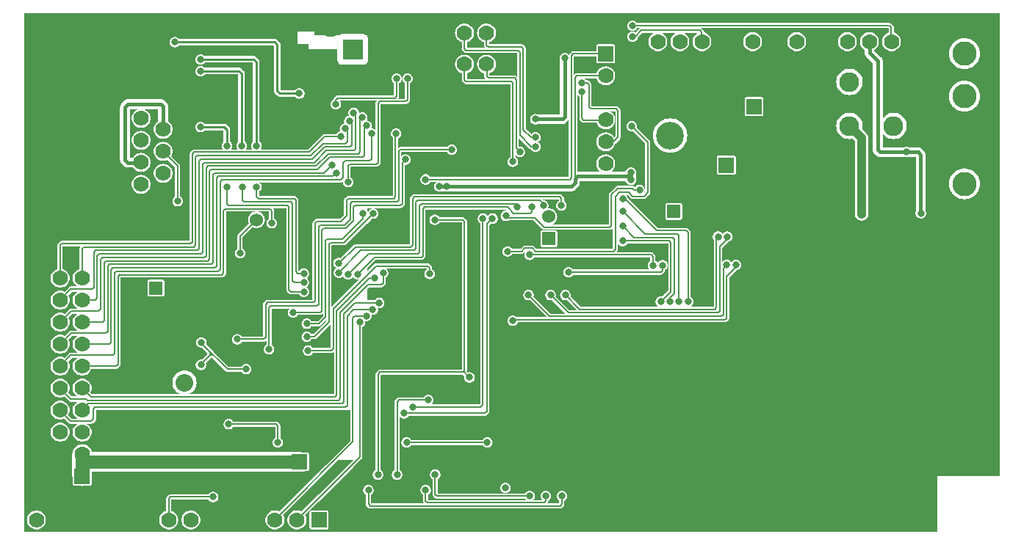
<source format=gbr>
G04 start of page 3 for group 1 idx 1 *
G04 Title: (unknown), solder *
G04 Creator: pcb 4.0.2 *
G04 CreationDate: Wed Oct 16 23:20:42 2019 UTC *
G04 For: walter *
G04 Format: Gerber/RS-274X *
G04 PCB-Dimensions (mil): 4429.13 2362.20 *
G04 PCB-Coordinate-Origin: lower left *
%MOIN*%
%FSLAX25Y25*%
%LNBOTTOM*%
%ADD61C,0.1280*%
%ADD60C,0.0490*%
%ADD59C,0.0300*%
%ADD58C,0.0787*%
%ADD57C,0.0200*%
%ADD56C,0.1181*%
%ADD55C,0.0158*%
%ADD54C,0.0160*%
%ADD53C,0.0800*%
%ADD52C,0.0400*%
%ADD51C,0.1260*%
%ADD50C,0.0320*%
%ADD49C,0.0320*%
%ADD48C,0.1320*%
%ADD47C,0.0900*%
%ADD46C,0.1100*%
%ADD45C,0.0600*%
%ADD44C,0.0700*%
%ADD43C,0.1200*%
%ADD42C,0.0100*%
%ADD41C,0.0394*%
%ADD40C,0.0150*%
%ADD39C,0.0591*%
%ADD38C,0.0079*%
%ADD37C,0.0001*%
G54D37*G36*
X128772Y222108D02*Y218188D01*
X120540D01*
Y222108D01*
X128772D01*
G37*
G36*
X158172Y226224D02*X154973D01*
X154654Y226419D01*
X154291Y226570D01*
X153908Y226662D01*
X153516Y226685D01*
X144124Y226662D01*
X143741Y226570D01*
X143378Y226419D01*
X143059Y226224D01*
X131712D01*
Y236220D01*
X158172D01*
Y226224D01*
G37*
G36*
X134064Y227988D02*X119364D01*
Y236220D01*
X134064D01*
Y227988D01*
G37*
G36*
X124068Y220148D02*X116160D01*
Y221853D01*
X116165Y221912D01*
X116146Y222147D01*
X116091Y222377D01*
X116001Y222595D01*
X115877Y222796D01*
X115724Y222976D01*
X115679Y223014D01*
X114586Y224107D01*
X114548Y224152D01*
X114368Y224305D01*
X114167Y224429D01*
X113949Y224519D01*
X113719Y224574D01*
X113484Y224593D01*
X113425Y224588D01*
X70117D01*
X70000Y224724D01*
X69715Y224968D01*
X69394Y225165D01*
X69047Y225309D01*
X68682Y225396D01*
X68307Y225426D01*
X67932Y225396D01*
X67567Y225309D01*
X67220Y225165D01*
X66899Y224968D01*
X66614Y224724D01*
X66370Y224439D01*
X66173Y224118D01*
X66029Y223771D01*
X65942Y223406D01*
X65912Y223031D01*
X65942Y222656D01*
X66029Y222291D01*
X66173Y221944D01*
X66370Y221623D01*
X66614Y221338D01*
X66899Y221094D01*
X67220Y220897D01*
X67567Y220753D01*
X67932Y220666D01*
X68307Y220636D01*
X68682Y220666D01*
X69047Y220753D01*
X69394Y220897D01*
X69715Y221094D01*
X70000Y221338D01*
X70214Y221588D01*
X112863D01*
X113160Y221291D01*
Y220148D01*
X0D01*
Y236220D01*
X124068D01*
Y220148D01*
G37*
G36*
X103835Y55905D02*X124068D01*
Y36736D01*
X103835D01*
Y48228D01*
X113685D01*
X113780Y48133D01*
Y43218D01*
X113553Y43078D01*
X113268Y42834D01*
X113024Y42549D01*
X112827Y42228D01*
X112683Y41881D01*
X112596Y41516D01*
X112566Y41141D01*
X112596Y40766D01*
X112683Y40401D01*
X112827Y40054D01*
X113024Y39733D01*
X113268Y39448D01*
X113553Y39204D01*
X113874Y39007D01*
X114221Y38863D01*
X114586Y38776D01*
X114961Y38746D01*
X115336Y38776D01*
X115701Y38863D01*
X116048Y39007D01*
X116369Y39204D01*
X116654Y39448D01*
X116898Y39733D01*
X117095Y40054D01*
X117239Y40401D01*
X117326Y40766D01*
X117348Y41141D01*
X117326Y41516D01*
X117239Y41881D01*
X117095Y42228D01*
X116898Y42549D01*
X116654Y42834D01*
X116369Y43078D01*
X116142Y43218D01*
Y48576D01*
X116145Y48622D01*
X116131Y48807D01*
X116131Y48807D01*
X116087Y48988D01*
X116016Y49160D01*
X115919Y49318D01*
X115798Y49459D01*
X115763Y49489D01*
X115041Y50211D01*
X115011Y50246D01*
X114870Y50367D01*
X114712Y50464D01*
X114540Y50535D01*
X114359Y50579D01*
X114359Y50579D01*
X114174Y50593D01*
X114128Y50590D01*
X103835D01*
Y55905D01*
G37*
G36*
X55332D02*X103835D01*
Y50590D01*
X94794D01*
X94654Y50817D01*
X94410Y51102D01*
X94125Y51346D01*
X93804Y51543D01*
X93457Y51687D01*
X93092Y51774D01*
X92717Y51804D01*
X92342Y51774D01*
X91977Y51687D01*
X91630Y51543D01*
X91309Y51346D01*
X91024Y51102D01*
X90780Y50817D01*
X90583Y50496D01*
X90439Y50149D01*
X90352Y49784D01*
X90322Y49409D01*
X90352Y49034D01*
X90439Y48669D01*
X90583Y48322D01*
X90780Y48001D01*
X91024Y47716D01*
X91309Y47472D01*
X91630Y47275D01*
X91977Y47131D01*
X92342Y47044D01*
X92717Y47014D01*
X93092Y47044D01*
X93457Y47131D01*
X93804Y47275D01*
X94125Y47472D01*
X94410Y47716D01*
X94654Y48001D01*
X94794Y48228D01*
X103835D01*
Y36736D01*
X55332D01*
Y55905D01*
G37*
G36*
X90352Y116440D02*X90404Y116485D01*
X90434Y116520D01*
X91156Y117242D01*
X91191Y117272D01*
X91312Y117413D01*
X91409Y117571D01*
X91480Y117743D01*
X91524Y117924D01*
X91538Y118109D01*
X91534Y118155D01*
Y145967D01*
X91631Y146064D01*
X104622D01*
X104137Y145947D01*
X103585Y145718D01*
X103075Y145406D01*
X102620Y145017D01*
X102231Y144562D01*
X101919Y144052D01*
X101690Y143500D01*
X101550Y142918D01*
X101503Y142322D01*
X101550Y141726D01*
X101690Y141144D01*
X101918Y140594D01*
X97033Y135709D01*
X96998Y135679D01*
X96877Y135538D01*
X96780Y135380D01*
X96709Y135208D01*
X96665Y135027D01*
X96665Y135027D01*
X96651Y134842D01*
X96654Y134796D01*
Y129242D01*
X96427Y129102D01*
X96142Y128858D01*
X95898Y128573D01*
X95701Y128252D01*
X95557Y127905D01*
X95470Y127540D01*
X95440Y127165D01*
X95470Y126790D01*
X95557Y126425D01*
X95701Y126078D01*
X95898Y125757D01*
X96142Y125472D01*
X96427Y125228D01*
X96748Y125031D01*
X97095Y124887D01*
X97460Y124800D01*
X97835Y124770D01*
X98210Y124800D01*
X98575Y124887D01*
X98922Y125031D01*
X99243Y125228D01*
X99528Y125472D01*
X99772Y125757D01*
X99969Y126078D01*
X100113Y126425D01*
X100200Y126790D01*
X100222Y127165D01*
X100200Y127540D01*
X100113Y127905D01*
X99969Y128252D01*
X99772Y128573D01*
X99528Y128858D01*
X99243Y129102D01*
X99016Y129242D01*
Y134353D01*
X103587Y138925D01*
X104137Y138697D01*
X104719Y138557D01*
X105315Y138510D01*
X105911Y138557D01*
X106493Y138697D01*
X107045Y138926D01*
X107555Y139238D01*
X108010Y139627D01*
X108399Y140082D01*
X108711Y140592D01*
X108940Y141144D01*
X109080Y141726D01*
X109115Y142322D01*
X109080Y142918D01*
X108940Y143500D01*
X108711Y144052D01*
X108399Y144562D01*
X108010Y145017D01*
X107555Y145406D01*
X107045Y145718D01*
X106493Y145947D01*
X106008Y146064D01*
X110928D01*
X111024Y145967D01*
Y142825D01*
X110797Y142685D01*
X110512Y142441D01*
X110268Y142156D01*
X110071Y141835D01*
X109927Y141488D01*
X109840Y141123D01*
X109810Y140748D01*
X109840Y140373D01*
X109927Y140008D01*
X110071Y139661D01*
X110268Y139340D01*
X110512Y139055D01*
X110797Y138811D01*
X111118Y138614D01*
X111465Y138470D01*
X111830Y138383D01*
X112205Y138353D01*
X112580Y138383D01*
X112945Y138470D01*
X113292Y138614D01*
X113613Y138811D01*
X113898Y139055D01*
X114142Y139340D01*
X114339Y139661D01*
X114483Y140008D01*
X114570Y140373D01*
X114592Y140748D01*
X114570Y141123D01*
X114483Y141488D01*
X114339Y141835D01*
X114142Y142156D01*
X113898Y142441D01*
X113613Y142685D01*
X113386Y142825D01*
Y146410D01*
X113389Y146456D01*
X113375Y146641D01*
X113375Y146641D01*
X113331Y146822D01*
X113260Y146994D01*
X113163Y147152D01*
X113042Y147293D01*
X113007Y147323D01*
X112693Y147638D01*
X118803D01*
X118898Y147542D01*
Y110492D01*
X118894Y110433D01*
X118908Y110248D01*
X118952Y110067D01*
X119023Y109895D01*
X119120Y109737D01*
X119124Y109733D01*
X119242Y109595D01*
X119277Y109565D01*
X119999Y108843D01*
X120029Y108808D01*
X120170Y108687D01*
X120328Y108590D01*
X120500Y108519D01*
X120681Y108475D01*
X120728Y108473D01*
X120865Y108462D01*
X120899Y108464D01*
X124068D01*
Y105904D01*
X110283D01*
X110237Y105908D01*
X110055Y105894D01*
X110051Y105894D01*
X109870Y105850D01*
X109698Y105779D01*
X109540Y105682D01*
X109399Y105561D01*
X109363Y105519D01*
X108654Y104810D01*
X108612Y104774D01*
X108491Y104633D01*
X108394Y104475D01*
X108323Y104303D01*
X108279Y104122D01*
X108276Y104071D01*
X108266Y103937D01*
X108268Y103903D01*
Y89269D01*
X108172Y89172D01*
X98730D01*
X98591Y89399D01*
X98347Y89684D01*
X98062Y89928D01*
X97741Y90125D01*
X97394Y90269D01*
X97029Y90356D01*
X96654Y90386D01*
X96279Y90356D01*
X95914Y90269D01*
X95567Y90125D01*
X95246Y89928D01*
X94961Y89684D01*
X94717Y89399D01*
X94520Y89078D01*
X94376Y88731D01*
X94289Y88366D01*
X94259Y87991D01*
X94289Y87616D01*
X94376Y87251D01*
X94520Y86904D01*
X94717Y86583D01*
X94961Y86298D01*
X95246Y86054D01*
X95567Y85857D01*
X95914Y85713D01*
X96279Y85626D01*
X96654Y85596D01*
X97029Y85626D01*
X97394Y85713D01*
X97741Y85857D01*
X98062Y86054D01*
X98347Y86298D01*
X98591Y86583D01*
X98731Y86812D01*
X108615D01*
X108661Y86808D01*
X108846Y86822D01*
X108846Y86822D01*
X109027Y86866D01*
X109199Y86937D01*
X109357Y87034D01*
X109498Y87155D01*
X109529Y87190D01*
X109844Y87505D01*
Y85541D01*
X109616Y85401D01*
X109331Y85157D01*
X109087Y84872D01*
X108890Y84551D01*
X108746Y84204D01*
X108659Y83839D01*
X108629Y83464D01*
X108659Y83089D01*
X108746Y82724D01*
X108890Y82377D01*
X109087Y82056D01*
X109331Y81771D01*
X109616Y81527D01*
X109937Y81330D01*
X110284Y81186D01*
X110649Y81099D01*
X111024Y81069D01*
X111399Y81099D01*
X111764Y81186D01*
X112111Y81330D01*
X112432Y81527D01*
X112717Y81771D01*
X112961Y82056D01*
X113158Y82377D01*
X113302Y82724D01*
X113389Y83089D01*
X113412Y83464D01*
X113389Y83839D01*
X113302Y84204D01*
X113158Y84551D01*
X112961Y84872D01*
X112717Y85157D01*
X112432Y85401D01*
X112204Y85541D01*
Y101874D01*
X112299Y101968D01*
X120250D01*
X120158Y101889D01*
X119914Y101604D01*
X119717Y101283D01*
X119573Y100936D01*
X119486Y100571D01*
X119456Y100196D01*
X119486Y99821D01*
X119573Y99456D01*
X119717Y99109D01*
X119914Y98788D01*
X120158Y98503D01*
X120443Y98259D01*
X120764Y98062D01*
X121111Y97918D01*
X121476Y97831D01*
X121851Y97801D01*
X122226Y97831D01*
X122591Y97918D01*
X122938Y98062D01*
X123259Y98259D01*
X123544Y98503D01*
X123788Y98788D01*
X123928Y99016D01*
X124068D01*
Y62992D01*
X90352D01*
Y74513D01*
X91259Y73606D01*
X91289Y73571D01*
X91430Y73450D01*
X91588Y73353D01*
X91760Y73282D01*
X91941Y73238D01*
X91941Y73238D01*
X92126Y73224D01*
X92172Y73228D01*
X98515D01*
X98655Y73000D01*
X98899Y72715D01*
X99184Y72471D01*
X99505Y72274D01*
X99852Y72130D01*
X100217Y72043D01*
X100592Y72013D01*
X100967Y72043D01*
X101332Y72130D01*
X101679Y72274D01*
X102000Y72471D01*
X102285Y72715D01*
X102529Y73000D01*
X102726Y73321D01*
X102870Y73668D01*
X102957Y74033D01*
X102980Y74408D01*
X102957Y74783D01*
X102870Y75148D01*
X102726Y75495D01*
X102529Y75816D01*
X102285Y76101D01*
X102000Y76345D01*
X101679Y76542D01*
X101332Y76686D01*
X100967Y76773D01*
X100592Y76803D01*
X100217Y76773D01*
X99852Y76686D01*
X99505Y76542D01*
X99184Y76345D01*
X98899Y76101D01*
X98655Y75816D01*
X98515Y75588D01*
X92615D01*
X90352Y77852D01*
Y116440D01*
G37*
G36*
X59647Y116142D02*X89521D01*
X89567Y116138D01*
X89752Y116152D01*
X89752Y116152D01*
X89933Y116196D01*
X90105Y116267D01*
X90263Y116364D01*
X90352Y116440D01*
Y77852D01*
X86701Y81502D01*
X86665Y81544D01*
X86623Y81580D01*
X85907Y82296D01*
X85877Y82331D01*
X85842Y82361D01*
X85126Y83077D01*
X85090Y83119D01*
X85048Y83155D01*
X82517Y85687D01*
X82594Y85872D01*
X82681Y86237D01*
X82704Y86612D01*
X82681Y86987D01*
X82594Y87352D01*
X82450Y87699D01*
X82253Y88020D01*
X82009Y88305D01*
X81724Y88549D01*
X81403Y88746D01*
X81056Y88890D01*
X80691Y88977D01*
X80316Y89007D01*
X79941Y88977D01*
X79576Y88890D01*
X79229Y88746D01*
X78908Y88549D01*
X78623Y88305D01*
X78379Y88020D01*
X78182Y87699D01*
X78038Y87352D01*
X77951Y86987D01*
X77921Y86612D01*
X77951Y86237D01*
X78038Y85872D01*
X78182Y85525D01*
X78379Y85204D01*
X78623Y84919D01*
X78908Y84675D01*
X79229Y84478D01*
X79576Y84334D01*
X79941Y84247D01*
X80316Y84217D01*
X80623Y84241D01*
X83072Y81792D01*
Y81196D01*
X80594Y78717D01*
X80494Y78741D01*
X80119Y78771D01*
X79744Y78741D01*
X79379Y78654D01*
X79032Y78510D01*
X78711Y78313D01*
X78426Y78069D01*
X78182Y77784D01*
X77985Y77463D01*
X77841Y77116D01*
X77754Y76751D01*
X77724Y76376D01*
X77754Y76001D01*
X77841Y75636D01*
X77985Y75289D01*
X78182Y74968D01*
X78426Y74683D01*
X78711Y74439D01*
X79032Y74242D01*
X79379Y74098D01*
X79744Y74011D01*
X80119Y73981D01*
X80494Y74011D01*
X80859Y74098D01*
X81206Y74242D01*
X81527Y74439D01*
X81812Y74683D01*
X82056Y74968D01*
X82253Y75289D01*
X82397Y75636D01*
X82484Y76001D01*
X82506Y76376D01*
X82484Y76751D01*
X82397Y77116D01*
X82378Y77162D01*
X84742Y79526D01*
X85338D01*
X90352Y74513D01*
Y62992D01*
X74061D01*
X74343Y63059D01*
X75143Y63390D01*
X75881Y63843D01*
X76539Y64405D01*
X77101Y65063D01*
X77554Y65801D01*
X77885Y66601D01*
X78087Y67443D01*
X78138Y68306D01*
X78087Y69169D01*
X77885Y70011D01*
X77554Y70811D01*
X77101Y71549D01*
X76539Y72207D01*
X75881Y72769D01*
X75143Y73222D01*
X74343Y73553D01*
X73501Y73755D01*
X72638Y73823D01*
X71775Y73755D01*
X70933Y73553D01*
X70133Y73222D01*
X69395Y72769D01*
X68737Y72207D01*
X68175Y71549D01*
X67722Y70811D01*
X67391Y70011D01*
X67189Y69169D01*
X67121Y68306D01*
X67189Y67443D01*
X67391Y66601D01*
X67722Y65801D01*
X68175Y65063D01*
X68737Y64405D01*
X69395Y63843D01*
X70133Y63390D01*
X70933Y63059D01*
X71215Y62992D01*
X59647D01*
Y107423D01*
X62773Y107426D01*
X62895Y107456D01*
X63011Y107504D01*
X63119Y107570D01*
X63214Y107652D01*
X63296Y107747D01*
X63362Y107855D01*
X63410Y107971D01*
X63440Y108093D01*
X63447Y108219D01*
X63440Y114345D01*
X63410Y114467D01*
X63362Y114583D01*
X63296Y114691D01*
X63214Y114786D01*
X63119Y114868D01*
X63011Y114934D01*
X62895Y114982D01*
X62773Y115012D01*
X62647Y115019D01*
X59647Y115015D01*
Y116142D01*
G37*
G36*
X55332D02*X59647D01*
Y115015D01*
X56521Y115012D01*
X56399Y114982D01*
X56283Y114934D01*
X56175Y114868D01*
X56080Y114786D01*
X55998Y114691D01*
X55932Y114583D01*
X55884Y114467D01*
X55854Y114345D01*
X55847Y114219D01*
X55854Y108093D01*
X55884Y107971D01*
X55932Y107855D01*
X55998Y107747D01*
X56080Y107652D01*
X56175Y107570D01*
X56283Y107504D01*
X56399Y107456D01*
X56521Y107426D01*
X56647Y107419D01*
X59647Y107423D01*
Y62992D01*
X55332D01*
Y116142D01*
G37*
G36*
X106752Y177896D02*Y214013D01*
X106757Y214072D01*
X106738Y214307D01*
X106683Y214537D01*
X106593Y214755D01*
X106469Y214956D01*
X106316Y215136D01*
X106271Y215174D01*
X105178Y216267D01*
X105140Y216312D01*
X104960Y216465D01*
X104759Y216589D01*
X104541Y216679D01*
X104311Y216734D01*
X104076Y216753D01*
X104017Y216748D01*
X81777D01*
X81666Y216877D01*
X81381Y217121D01*
X81060Y217318D01*
X80713Y217462D01*
X80348Y217549D01*
X79973Y217579D01*
X79598Y217549D01*
X79233Y217462D01*
X78886Y217318D01*
X78565Y217121D01*
X78280Y216877D01*
X78036Y216592D01*
X77839Y216271D01*
X77695Y215924D01*
X77608Y215559D01*
X77578Y215184D01*
X77608Y214809D01*
X77695Y214444D01*
X77839Y214097D01*
X78036Y213776D01*
X78280Y213491D01*
X78565Y213247D01*
X78886Y213050D01*
X79233Y212906D01*
X79598Y212819D01*
X79973Y212789D01*
X80348Y212819D01*
X80713Y212906D01*
X81060Y213050D01*
X81381Y213247D01*
X81666Y213491D01*
X81886Y213748D01*
X103455D01*
X103752Y213451D01*
Y177789D01*
X103622Y177677D01*
X103378Y177392D01*
X103181Y177071D01*
X103037Y176724D01*
X102950Y176359D01*
X102920Y175984D01*
X102950Y175609D01*
X103037Y175244D01*
X103181Y174897D01*
X103378Y174576D01*
X103622Y174291D01*
X103714Y174212D01*
X100224D01*
X100315Y174290D01*
X100559Y174575D01*
X100756Y174896D01*
X100900Y175243D01*
X100987Y175608D01*
X101010Y175983D01*
X100987Y176358D01*
X100900Y176723D01*
X100756Y177070D01*
X100559Y177391D01*
X100315Y177676D01*
X100088Y177871D01*
Y208721D01*
X100093Y208780D01*
X100074Y209015D01*
X100019Y209245D01*
X99929Y209463D01*
X99805Y209664D01*
X99652Y209844D01*
X99607Y209882D01*
X98514Y210975D01*
X98476Y211020D01*
X98296Y211173D01*
X98095Y211297D01*
X97877Y211387D01*
X97647Y211442D01*
X97412Y211461D01*
X97353Y211456D01*
X81777D01*
X81666Y211585D01*
X81381Y211829D01*
X81060Y212026D01*
X80713Y212170D01*
X80348Y212257D01*
X79973Y212287D01*
X79598Y212257D01*
X79233Y212170D01*
X78886Y212026D01*
X78565Y211829D01*
X78280Y211585D01*
X78036Y211300D01*
X77839Y210979D01*
X77695Y210632D01*
X77608Y210267D01*
X77578Y209892D01*
X77608Y209517D01*
X77695Y209152D01*
X77839Y208805D01*
X78036Y208484D01*
X78280Y208199D01*
X78565Y207955D01*
X78886Y207758D01*
X79233Y207614D01*
X79598Y207527D01*
X79973Y207497D01*
X80348Y207527D01*
X80713Y207614D01*
X81060Y207758D01*
X81381Y207955D01*
X81666Y208199D01*
X81886Y208456D01*
X96791D01*
X97088Y208159D01*
Y177813D01*
X96929Y177676D01*
X96685Y177391D01*
X96488Y177070D01*
X96344Y176723D01*
X96257Y176358D01*
X96227Y175983D01*
X96257Y175608D01*
X96344Y175243D01*
X96488Y174896D01*
X96685Y174575D01*
X96929Y174290D01*
X97020Y174212D01*
X93530D01*
X93622Y174291D01*
X93866Y174576D01*
X94063Y174897D01*
X94207Y175244D01*
X94294Y175609D01*
X94316Y175984D01*
X94294Y176359D01*
X94207Y176724D01*
X94063Y177071D01*
X93866Y177392D01*
X93622Y177677D01*
X93424Y177847D01*
Y183241D01*
X93429Y183300D01*
X93410Y183535D01*
X93355Y183765D01*
X93265Y183983D01*
X93141Y184184D01*
X92988Y184364D01*
X92943Y184402D01*
X91850Y185495D01*
X91812Y185540D01*
X91632Y185693D01*
X91431Y185817D01*
X91213Y185907D01*
X90983Y185962D01*
X90748Y185981D01*
X90689Y185976D01*
X81777D01*
X81666Y186105D01*
X81381Y186349D01*
X81060Y186546D01*
X80713Y186690D01*
X80348Y186777D01*
X79973Y186807D01*
X79598Y186777D01*
X79233Y186690D01*
X78886Y186546D01*
X78565Y186349D01*
X78280Y186105D01*
X78036Y185820D01*
X77839Y185499D01*
X77695Y185152D01*
X77608Y184787D01*
X77578Y184412D01*
X77608Y184037D01*
X77695Y183672D01*
X77839Y183325D01*
X78036Y183004D01*
X78280Y182719D01*
X78565Y182475D01*
X78886Y182278D01*
X79233Y182134D01*
X79598Y182047D01*
X79973Y182017D01*
X80348Y182047D01*
X80713Y182134D01*
X81060Y182278D01*
X81381Y182475D01*
X81666Y182719D01*
X81886Y182976D01*
X90127D01*
X90424Y182679D01*
Y177838D01*
X90236Y177677D01*
X89992Y177392D01*
X89795Y177071D01*
X89651Y176724D01*
X89564Y176359D01*
X89534Y175984D01*
X89564Y175609D01*
X89651Y175244D01*
X89795Y174897D01*
X89992Y174576D01*
X90236Y174291D01*
X90328Y174212D01*
X77014D01*
X76968Y174215D01*
X76783Y174201D01*
X76602Y174157D01*
X76430Y174086D01*
X76272Y173989D01*
X76131Y173868D01*
X76101Y173833D01*
X75379Y173111D01*
X75344Y173081D01*
X75223Y172940D01*
X75126Y172782D01*
X75055Y172610D01*
X75011Y172429D01*
X75011Y172429D01*
X74997Y172244D01*
X75000Y172198D01*
Y132772D01*
X74905Y132676D01*
X65257D01*
Y159753D01*
X65487Y159894D01*
X66002Y160334D01*
X66442Y160849D01*
X66795Y161426D01*
X67054Y162051D01*
X67212Y162709D01*
X67252Y163384D01*
X67212Y164059D01*
X67054Y164717D01*
X66795Y165342D01*
X66442Y165919D01*
X66002Y166434D01*
X65487Y166874D01*
X65257Y167015D01*
Y169293D01*
X68308Y166243D01*
Y152864D01*
X68080Y152724D01*
X67795Y152480D01*
X67551Y152195D01*
X67354Y151874D01*
X67210Y151527D01*
X67123Y151162D01*
X67093Y150787D01*
X67123Y150412D01*
X67210Y150047D01*
X67354Y149700D01*
X67551Y149379D01*
X67795Y149094D01*
X68080Y148850D01*
X68401Y148653D01*
X68748Y148509D01*
X69113Y148422D01*
X69488Y148392D01*
X69863Y148422D01*
X70228Y148509D01*
X70575Y148653D01*
X70896Y148850D01*
X71181Y149094D01*
X71425Y149379D01*
X71622Y149700D01*
X71766Y150047D01*
X71853Y150412D01*
X71876Y150787D01*
X71853Y151162D01*
X71766Y151527D01*
X71622Y151874D01*
X71425Y152195D01*
X71181Y152480D01*
X70896Y152724D01*
X70668Y152864D01*
Y166686D01*
X70672Y166732D01*
X70658Y166917D01*
X70658Y166917D01*
X70614Y167098D01*
X70543Y167270D01*
X70446Y167428D01*
X70325Y167569D01*
X70290Y167599D01*
X66669Y171220D01*
X66795Y171426D01*
X67054Y172051D01*
X67212Y172709D01*
X67252Y173384D01*
X67212Y174059D01*
X67054Y174717D01*
X66795Y175342D01*
X66442Y175919D01*
X66002Y176434D01*
X65487Y176874D01*
X65257Y177015D01*
Y179753D01*
X65487Y179894D01*
X66002Y180334D01*
X66442Y180849D01*
X66795Y181426D01*
X67054Y182051D01*
X67212Y182709D01*
X67252Y183384D01*
X67212Y184059D01*
X67054Y184717D01*
X66795Y185342D01*
X66442Y185919D01*
X66002Y186434D01*
X65487Y186874D01*
X65257Y187015D01*
Y227008D01*
X124068D01*
Y201997D01*
X124015Y201985D01*
X123668Y201841D01*
X123347Y201644D01*
X123062Y201400D01*
X122945Y201264D01*
X116457D01*
X116160Y201561D01*
Y221853D01*
X116165Y221912D01*
X116146Y222147D01*
X116091Y222377D01*
X116001Y222595D01*
X115877Y222796D01*
X115724Y222976D01*
X115679Y223014D01*
X114586Y224107D01*
X114548Y224152D01*
X114368Y224305D01*
X114167Y224429D01*
X113949Y224519D01*
X113719Y224574D01*
X113484Y224593D01*
X113425Y224588D01*
X70117D01*
X70000Y224724D01*
X69715Y224968D01*
X69394Y225165D01*
X69047Y225309D01*
X68682Y225396D01*
X68307Y225426D01*
X67932Y225396D01*
X67567Y225309D01*
X67220Y225165D01*
X66899Y224968D01*
X66614Y224724D01*
X66370Y224439D01*
X66173Y224118D01*
X66029Y223771D01*
X65942Y223406D01*
X65912Y223031D01*
X65942Y222656D01*
X66029Y222291D01*
X66173Y221944D01*
X66370Y221623D01*
X66614Y221338D01*
X66899Y221094D01*
X67220Y220897D01*
X67567Y220753D01*
X67932Y220666D01*
X68307Y220636D01*
X68682Y220666D01*
X69047Y220753D01*
X69394Y220897D01*
X69715Y221094D01*
X70000Y221338D01*
X70214Y221588D01*
X112863D01*
X113160Y221291D01*
Y200999D01*
X113155Y200940D01*
X113174Y200705D01*
X113229Y200475D01*
X113319Y200257D01*
X113443Y200056D01*
X113596Y199876D01*
X113641Y199838D01*
X114734Y198745D01*
X114772Y198700D01*
X114952Y198547D01*
X115153Y198423D01*
X115371Y198333D01*
X115601Y198278D01*
X115836Y198259D01*
X115895Y198264D01*
X122848D01*
X123062Y198014D01*
X123347Y197770D01*
X123668Y197573D01*
X124015Y197429D01*
X124068Y197417D01*
Y174212D01*
X106916D01*
X107008Y174291D01*
X107252Y174576D01*
X107449Y174897D01*
X107593Y175244D01*
X107680Y175609D01*
X107703Y175984D01*
X107680Y176359D01*
X107593Y176724D01*
X107449Y177071D01*
X107252Y177392D01*
X107008Y177677D01*
X106752Y177896D01*
G37*
G36*
X65257Y187015D02*X65242Y187024D01*
Y193612D01*
X65249Y193700D01*
X65221Y194053D01*
X65138Y194397D01*
X65099Y194493D01*
X65003Y194725D01*
X64888Y194912D01*
X64818Y195027D01*
X64818Y195027D01*
X64588Y195296D01*
X64521Y195353D01*
X63464Y196410D01*
X63407Y196477D01*
X63138Y196707D01*
X63138Y196707D01*
X63023Y196777D01*
X62836Y196892D01*
X62604Y196988D01*
X62508Y197027D01*
X62164Y197110D01*
X61811Y197138D01*
X61723Y197131D01*
X55332D01*
Y227008D01*
X65257D01*
Y187015D01*
G37*
G36*
Y132676D02*X55332D01*
Y154799D01*
X55487Y154894D01*
X56002Y155334D01*
X56442Y155849D01*
X56795Y156426D01*
X57054Y157051D01*
X57212Y157709D01*
X57252Y158384D01*
X57212Y159059D01*
X57054Y159717D01*
X56795Y160342D01*
X56442Y160919D01*
X56002Y161434D01*
X55487Y161874D01*
X55332Y161969D01*
Y164799D01*
X55487Y164894D01*
X56002Y165334D01*
X56442Y165849D01*
X56795Y166426D01*
X57054Y167051D01*
X57212Y167709D01*
X57252Y168384D01*
X57212Y169059D01*
X57054Y169717D01*
X56795Y170342D01*
X56442Y170919D01*
X56002Y171434D01*
X55487Y171874D01*
X55332Y171969D01*
Y174799D01*
X55487Y174894D01*
X56002Y175334D01*
X56442Y175849D01*
X56795Y176426D01*
X57054Y177051D01*
X57212Y177709D01*
X57252Y178384D01*
X57212Y179059D01*
X57054Y179717D01*
X56795Y180342D01*
X56442Y180919D01*
X56002Y181434D01*
X55487Y181874D01*
X55332Y181969D01*
Y184799D01*
X55487Y184894D01*
X56002Y185334D01*
X56442Y185849D01*
X56795Y186426D01*
X57054Y187051D01*
X57212Y187709D01*
X57252Y188384D01*
X57212Y189059D01*
X57054Y189717D01*
X56795Y190342D01*
X56442Y190919D01*
X56002Y191434D01*
X55487Y191874D01*
X55332Y191969D01*
Y192631D01*
X60742D01*
Y187073D01*
X60417Y186874D01*
X59902Y186434D01*
X59462Y185919D01*
X59109Y185342D01*
X58850Y184717D01*
X58692Y184059D01*
X58639Y183384D01*
X58692Y182709D01*
X58850Y182051D01*
X59109Y181426D01*
X59462Y180849D01*
X59902Y180334D01*
X60417Y179894D01*
X60994Y179541D01*
X61619Y179282D01*
X62277Y179124D01*
X62952Y179071D01*
X63627Y179124D01*
X64285Y179282D01*
X64910Y179541D01*
X65257Y179753D01*
Y177015D01*
X64910Y177227D01*
X64285Y177486D01*
X63627Y177644D01*
X62952Y177697D01*
X62277Y177644D01*
X61619Y177486D01*
X60994Y177227D01*
X60417Y176874D01*
X59902Y176434D01*
X59462Y175919D01*
X59109Y175342D01*
X58850Y174717D01*
X58692Y174059D01*
X58639Y173384D01*
X58692Y172709D01*
X58850Y172051D01*
X59109Y171426D01*
X59462Y170849D01*
X59902Y170334D01*
X60417Y169894D01*
X60994Y169541D01*
X61619Y169282D01*
X62277Y169124D01*
X62952Y169071D01*
X63627Y169124D01*
X64285Y169282D01*
X64910Y169541D01*
X64972Y169579D01*
X65257Y169293D01*
Y167015D01*
X64910Y167227D01*
X64285Y167486D01*
X63627Y167644D01*
X62952Y167697D01*
X62277Y167644D01*
X61619Y167486D01*
X60994Y167227D01*
X60417Y166874D01*
X59902Y166434D01*
X59462Y165919D01*
X59109Y165342D01*
X58850Y164717D01*
X58692Y164059D01*
X58639Y163384D01*
X58692Y162709D01*
X58850Y162051D01*
X59109Y161426D01*
X59462Y160849D01*
X59902Y160334D01*
X60417Y159894D01*
X60994Y159541D01*
X61619Y159282D01*
X62277Y159124D01*
X62952Y159071D01*
X63627Y159124D01*
X64285Y159282D01*
X64910Y159541D01*
X65257Y159753D01*
Y132676D01*
G37*
G36*
X55332Y191969D02*X54910Y192227D01*
X54285Y192486D01*
X53682Y192631D01*
X55332D01*
Y191969D01*
G37*
G36*
X49240Y170557D02*X47919D01*
Y192571D01*
X47979Y192631D01*
X52222D01*
X51619Y192486D01*
X50994Y192227D01*
X50417Y191874D01*
X49902Y191434D01*
X49462Y190919D01*
X49109Y190342D01*
X48850Y189717D01*
X48692Y189059D01*
X48639Y188384D01*
X48692Y187709D01*
X48850Y187051D01*
X49109Y186426D01*
X49462Y185849D01*
X49902Y185334D01*
X50417Y184894D01*
X50994Y184541D01*
X51619Y184282D01*
X52277Y184124D01*
X52952Y184071D01*
X53627Y184124D01*
X54285Y184282D01*
X54910Y184541D01*
X55332Y184799D01*
Y181969D01*
X54910Y182227D01*
X54285Y182486D01*
X53627Y182644D01*
X52952Y182697D01*
X52277Y182644D01*
X51619Y182486D01*
X50994Y182227D01*
X50417Y181874D01*
X49902Y181434D01*
X49462Y180919D01*
X49109Y180342D01*
X48850Y179717D01*
X48692Y179059D01*
X48639Y178384D01*
X48692Y177709D01*
X48850Y177051D01*
X49109Y176426D01*
X49462Y175849D01*
X49902Y175334D01*
X50417Y174894D01*
X50994Y174541D01*
X51619Y174282D01*
X52277Y174124D01*
X52952Y174071D01*
X53627Y174124D01*
X54285Y174282D01*
X54910Y174541D01*
X55332Y174799D01*
Y171969D01*
X54910Y172227D01*
X54285Y172486D01*
X53627Y172644D01*
X52952Y172697D01*
X52277Y172644D01*
X51619Y172486D01*
X50994Y172227D01*
X50417Y171874D01*
X49902Y171434D01*
X49462Y170919D01*
X49240Y170557D01*
G37*
G36*
X16174Y51474D02*X16181Y51474D01*
X16856Y51527D01*
X17514Y51685D01*
X18139Y51944D01*
X18200Y51981D01*
X20196Y49985D01*
X20226Y49950D01*
X20367Y49829D01*
X20525Y49732D01*
X20697Y49661D01*
X20878Y49617D01*
X20878Y49617D01*
X21063Y49603D01*
X21109Y49606D01*
X24184D01*
X23646Y49277D01*
X23131Y48837D01*
X22691Y48322D01*
X22338Y47745D01*
X22079Y47120D01*
X21921Y46462D01*
X21868Y45787D01*
X21921Y45112D01*
X22079Y44454D01*
X22338Y43829D01*
X22691Y43252D01*
X23131Y42737D01*
X23646Y42297D01*
X24223Y41944D01*
X24848Y41685D01*
X25506Y41527D01*
X26181Y41474D01*
X26856Y41527D01*
X27514Y41685D01*
X28139Y41944D01*
X28716Y42297D01*
X29231Y42737D01*
X29671Y43252D01*
X30024Y43829D01*
X30283Y44454D01*
X30441Y45112D01*
X30481Y45787D01*
X30441Y46462D01*
X30283Y47120D01*
X30024Y47745D01*
X29671Y48322D01*
X29231Y48837D01*
X28716Y49277D01*
X28178Y49606D01*
X30269D01*
X30315Y49603D01*
X30500Y49617D01*
X30500Y49617D01*
X30681Y49661D01*
X30853Y49732D01*
X31011Y49829D01*
X31152Y49950D01*
X31182Y49985D01*
X32101Y50904D01*
X32136Y50934D01*
X32257Y51075D01*
X32354Y51233D01*
X32425Y51405D01*
X32469Y51586D01*
X32483Y51771D01*
X32480Y51817D01*
Y55810D01*
X32575Y55905D01*
X55332D01*
Y36736D01*
X30542D01*
X30429Y37206D01*
X30161Y37854D01*
X29795Y38451D01*
X29339Y38984D01*
X28806Y39440D01*
X28209Y39806D01*
X27561Y40074D01*
X26880Y40238D01*
X26181Y40293D01*
X25482Y40238D01*
X24801Y40074D01*
X24153Y39806D01*
X23556Y39440D01*
X23023Y38984D01*
X22567Y38451D01*
X22201Y37854D01*
X21933Y37206D01*
X21769Y36525D01*
X21728Y35826D01*
Y32457D01*
X21714Y32283D01*
X21728Y32109D01*
Y31792D01*
X16174D01*
Y41474D01*
X16181Y41474D01*
X16856Y41527D01*
X17514Y41685D01*
X18139Y41944D01*
X18716Y42297D01*
X19231Y42737D01*
X19671Y43252D01*
X20024Y43829D01*
X20283Y44454D01*
X20441Y45112D01*
X20481Y45787D01*
X20441Y46462D01*
X20283Y47120D01*
X20024Y47745D01*
X19671Y48322D01*
X19231Y48837D01*
X18716Y49277D01*
X18139Y49630D01*
X17514Y49889D01*
X16856Y50047D01*
X16181Y50100D01*
X16174Y50100D01*
Y51474D01*
G37*
G36*
Y61474D02*X16181Y61474D01*
X16856Y61527D01*
X17514Y61685D01*
X18139Y61944D01*
X18224Y61996D01*
X20196Y60024D01*
X20226Y59989D01*
X20367Y59868D01*
X20525Y59771D01*
X20697Y59700D01*
X20878Y59656D01*
X20878Y59656D01*
X21063Y59642D01*
X21109Y59646D01*
X24260D01*
X24223Y59630D01*
X23646Y59277D01*
X23131Y58837D01*
X22691Y58322D01*
X22338Y57745D01*
X22079Y57120D01*
X21921Y56462D01*
X21868Y55787D01*
X21921Y55112D01*
X22079Y54454D01*
X22338Y53829D01*
X22691Y53252D01*
X23131Y52737D01*
X23646Y52297D01*
X24184Y51967D01*
X21552D01*
X19897Y53622D01*
X20024Y53829D01*
X20283Y54454D01*
X20441Y55112D01*
X20481Y55787D01*
X20441Y56462D01*
X20283Y57120D01*
X20024Y57745D01*
X19671Y58322D01*
X19231Y58837D01*
X18716Y59277D01*
X18139Y59630D01*
X17514Y59889D01*
X16856Y60047D01*
X16181Y60100D01*
X16174Y60100D01*
Y61474D01*
G37*
G36*
Y71474D02*X16181Y71474D01*
X16856Y71527D01*
X17514Y71685D01*
X18139Y71944D01*
X18716Y72297D01*
X19231Y72737D01*
X19671Y73252D01*
X20024Y73829D01*
X20283Y74454D01*
X20441Y75112D01*
X20481Y75787D01*
X20441Y76462D01*
X20283Y77120D01*
X20024Y77745D01*
X19927Y77903D01*
X21552Y79528D01*
X24055D01*
X23646Y79277D01*
X23131Y78837D01*
X22691Y78322D01*
X22338Y77745D01*
X22079Y77120D01*
X21921Y76462D01*
X21868Y75787D01*
X21921Y75112D01*
X22079Y74454D01*
X22338Y73829D01*
X22691Y73252D01*
X23131Y72737D01*
X23646Y72297D01*
X24223Y71944D01*
X24848Y71685D01*
X25506Y71527D01*
X26181Y71474D01*
X26856Y71527D01*
X27514Y71685D01*
X28139Y71944D01*
X28716Y72297D01*
X29231Y72737D01*
X29671Y73252D01*
X30024Y73829D01*
X30283Y74454D01*
X30320Y74606D01*
X41687D01*
X41733Y74603D01*
X41918Y74617D01*
X41918Y74617D01*
X42099Y74661D01*
X42271Y74732D01*
X42429Y74829D01*
X42570Y74950D01*
X42600Y74985D01*
X43322Y75706D01*
X43357Y75737D01*
X43478Y75878D01*
X43575Y76036D01*
X43646Y76208D01*
X43690Y76389D01*
X43704Y76574D01*
X43700Y76620D01*
Y116048D01*
X43794Y116142D01*
X55332D01*
Y62992D01*
X30607D01*
X29927Y63671D01*
X30024Y63829D01*
X30283Y64454D01*
X30441Y65112D01*
X30481Y65787D01*
X30441Y66462D01*
X30283Y67120D01*
X30024Y67745D01*
X29671Y68322D01*
X29231Y68837D01*
X28716Y69277D01*
X28139Y69630D01*
X27514Y69889D01*
X26856Y70047D01*
X26181Y70100D01*
X25506Y70047D01*
X24848Y69889D01*
X24223Y69630D01*
X23646Y69277D01*
X23131Y68837D01*
X22691Y68322D01*
X22338Y67745D01*
X22079Y67120D01*
X21921Y66462D01*
X21868Y65787D01*
X21921Y65112D01*
X22079Y64454D01*
X22338Y63829D01*
X22691Y63252D01*
X23131Y62737D01*
X23646Y62297D01*
X24121Y62007D01*
X21552D01*
X19912Y63646D01*
X20024Y63829D01*
X20283Y64454D01*
X20441Y65112D01*
X20481Y65787D01*
X20441Y66462D01*
X20283Y67120D01*
X20024Y67745D01*
X19671Y68322D01*
X19231Y68837D01*
X18716Y69277D01*
X18139Y69630D01*
X17514Y69889D01*
X16856Y70047D01*
X16181Y70100D01*
X16174Y70100D01*
Y71474D01*
G37*
G36*
Y81474D02*X16181Y81474D01*
X16856Y81527D01*
X17514Y81685D01*
X18139Y81944D01*
X18716Y82297D01*
X19231Y82737D01*
X19671Y83252D01*
X20024Y83829D01*
X20283Y84454D01*
X20441Y85112D01*
X20481Y85787D01*
X20441Y86462D01*
X20283Y87120D01*
X20024Y87745D01*
X19987Y87805D01*
X21750Y89568D01*
X24121D01*
X23646Y89277D01*
X23131Y88837D01*
X22691Y88322D01*
X22338Y87745D01*
X22079Y87120D01*
X21921Y86462D01*
X21868Y85787D01*
X21921Y85112D01*
X22079Y84454D01*
X22338Y83829D01*
X22691Y83252D01*
X23131Y82737D01*
X23646Y82297D01*
X24223Y81944D01*
X24356Y81888D01*
X21109D01*
X21063Y81892D01*
X20878Y81878D01*
X20697Y81834D01*
X20525Y81763D01*
X20367Y81666D01*
X20226Y81545D01*
X20196Y81510D01*
X18249Y79563D01*
X18139Y79630D01*
X17514Y79889D01*
X16856Y80047D01*
X16181Y80100D01*
X16174Y80100D01*
Y81474D01*
G37*
G36*
Y91474D02*X16181Y91474D01*
X16856Y91527D01*
X17514Y91685D01*
X18139Y91944D01*
X18716Y92297D01*
X19231Y92737D01*
X19671Y93252D01*
X20024Y93829D01*
X20283Y94454D01*
X20441Y95112D01*
X20481Y95787D01*
X20441Y96462D01*
X20283Y97120D01*
X20024Y97745D01*
X19972Y97830D01*
X21749Y99606D01*
X24184D01*
X23646Y99277D01*
X23131Y98837D01*
X22691Y98322D01*
X22338Y97745D01*
X22079Y97120D01*
X21921Y96462D01*
X21868Y95787D01*
X21921Y95112D01*
X22079Y94454D01*
X22338Y93829D01*
X22691Y93252D01*
X23131Y92737D01*
X23646Y92297D01*
X24223Y91944D01*
X24260Y91928D01*
X21307D01*
X21261Y91932D01*
X21076Y91918D01*
X20895Y91874D01*
X20723Y91803D01*
X20565Y91706D01*
X20424Y91585D01*
X20394Y91550D01*
X18347Y89503D01*
X18139Y89630D01*
X17514Y89889D01*
X16856Y90047D01*
X16181Y90100D01*
X16174Y90100D01*
Y91474D01*
G37*
G36*
Y101474D02*X16181Y101474D01*
X16856Y101527D01*
X17514Y101685D01*
X18139Y101944D01*
X18716Y102297D01*
X19231Y102737D01*
X19671Y103252D01*
X20024Y103829D01*
X20283Y104454D01*
X20441Y105112D01*
X20481Y105787D01*
X20441Y106462D01*
X20283Y107120D01*
X20024Y107745D01*
X19883Y107976D01*
X21552Y109646D01*
X24260D01*
X24223Y109630D01*
X23646Y109277D01*
X23131Y108837D01*
X22691Y108322D01*
X22338Y107745D01*
X22079Y107120D01*
X21921Y106462D01*
X21868Y105787D01*
X21921Y105112D01*
X22079Y104454D01*
X22338Y103829D01*
X22691Y103252D01*
X23131Y102737D01*
X23646Y102297D01*
X24184Y101968D01*
X21306D01*
X21260Y101971D01*
X21075Y101957D01*
X20894Y101913D01*
X20722Y101842D01*
X20564Y101745D01*
X20423Y101624D01*
X20393Y101589D01*
X18322Y99518D01*
X18139Y99630D01*
X17514Y99889D01*
X16856Y100047D01*
X16181Y100100D01*
X16174Y100100D01*
Y101474D01*
G37*
G36*
Y111474D02*X16181Y111474D01*
X16856Y111527D01*
X17514Y111685D01*
X18139Y111944D01*
X18716Y112297D01*
X19231Y112737D01*
X19671Y113252D01*
X20024Y113829D01*
X20283Y114454D01*
X20441Y115112D01*
X20481Y115787D01*
X20441Y116462D01*
X20283Y117120D01*
X20024Y117745D01*
X19671Y118322D01*
X19231Y118837D01*
X18716Y119277D01*
X18139Y119630D01*
X17514Y119889D01*
X17322Y119935D01*
Y130219D01*
X17419Y130316D01*
X25694D01*
X25379Y130000D01*
X25344Y129970D01*
X25223Y129829D01*
X25126Y129671D01*
X25055Y129499D01*
X25011Y129318D01*
X25011Y129318D01*
X24997Y129133D01*
X25000Y129087D01*
Y119926D01*
X24848Y119889D01*
X24223Y119630D01*
X23646Y119277D01*
X23131Y118837D01*
X22691Y118322D01*
X22338Y117745D01*
X22079Y117120D01*
X21921Y116462D01*
X21868Y115787D01*
X21921Y115112D01*
X22079Y114454D01*
X22338Y113829D01*
X22691Y113252D01*
X23131Y112737D01*
X23646Y112297D01*
X24121Y112006D01*
X21109D01*
X21063Y112010D01*
X20878Y111996D01*
X20697Y111952D01*
X20525Y111881D01*
X20367Y111784D01*
X20226Y111663D01*
X20196Y111628D01*
X18175Y109608D01*
X18139Y109630D01*
X17514Y109889D01*
X16856Y110047D01*
X16181Y110100D01*
X16174Y110100D01*
Y111474D01*
G37*
G36*
X55332Y132676D02*X16976D01*
X16930Y132680D01*
X16745Y132666D01*
X16564Y132622D01*
X16392Y132551D01*
X16234Y132454D01*
X16174Y132403D01*
Y227008D01*
X55332D01*
Y197131D01*
X47135D01*
X47047Y197138D01*
X46694Y197110D01*
X46350Y197027D01*
X46022Y196892D01*
X45720Y196707D01*
X45720Y196707D01*
X45451Y196477D01*
X45394Y196410D01*
X44140Y195156D01*
X44073Y195099D01*
X43843Y194830D01*
X43658Y194528D01*
X43523Y194200D01*
X43440Y193856D01*
X43440Y193856D01*
X43412Y193503D01*
X43419Y193415D01*
Y169576D01*
X43412Y169488D01*
X43440Y169135D01*
Y169135D01*
X43523Y168791D01*
X43658Y168463D01*
X43728Y168349D01*
X43843Y168161D01*
X43843Y168161D01*
X44073Y167892D01*
X44140Y167835D01*
X45197Y166778D01*
X45254Y166711D01*
X45523Y166481D01*
X45523Y166481D01*
X45711Y166366D01*
X45825Y166296D01*
X46153Y166161D01*
X46497Y166078D01*
X46497D01*
X46850Y166050D01*
X46938Y166057D01*
X49335D01*
X49462Y165849D01*
X49902Y165334D01*
X50417Y164894D01*
X50994Y164541D01*
X51619Y164282D01*
X52277Y164124D01*
X52952Y164071D01*
X53627Y164124D01*
X54285Y164282D01*
X54910Y164541D01*
X55332Y164799D01*
Y161969D01*
X54910Y162227D01*
X54285Y162486D01*
X53627Y162644D01*
X52952Y162697D01*
X52277Y162644D01*
X51619Y162486D01*
X50994Y162227D01*
X50417Y161874D01*
X49902Y161434D01*
X49462Y160919D01*
X49109Y160342D01*
X48850Y159717D01*
X48692Y159059D01*
X48639Y158384D01*
X48692Y157709D01*
X48850Y157051D01*
X49109Y156426D01*
X49462Y155849D01*
X49902Y155334D01*
X50417Y154894D01*
X50994Y154541D01*
X51619Y154282D01*
X52277Y154124D01*
X52952Y154071D01*
X53627Y154124D01*
X54285Y154282D01*
X54910Y154541D01*
X55332Y154799D01*
Y132676D01*
G37*
G36*
X16174Y132403D02*X16093Y132333D01*
X16063Y132298D01*
X15340Y131575D01*
X15305Y131545D01*
X15184Y131404D01*
X15087Y131246D01*
X15016Y131074D01*
X14972Y130893D01*
X14972Y130893D01*
X14958Y130708D01*
X14962Y130662D01*
Y119916D01*
X14848Y119889D01*
X14223Y119630D01*
X13646Y119277D01*
X13131Y118837D01*
X12691Y118322D01*
X12338Y117745D01*
X12079Y117120D01*
X11921Y116462D01*
X11868Y115787D01*
X11921Y115112D01*
X12079Y114454D01*
X12338Y113829D01*
X12691Y113252D01*
X13131Y112737D01*
X13646Y112297D01*
X14223Y111944D01*
X14848Y111685D01*
X15506Y111527D01*
X16174Y111474D01*
Y110100D01*
X15506Y110047D01*
X14848Y109889D01*
X14223Y109630D01*
X13646Y109277D01*
X13131Y108837D01*
X12691Y108322D01*
X12338Y107745D01*
X12079Y107120D01*
X11921Y106462D01*
X11868Y105787D01*
X11921Y105112D01*
X12079Y104454D01*
X12338Y103829D01*
X12691Y103252D01*
X13131Y102737D01*
X13646Y102297D01*
X14223Y101944D01*
X14848Y101685D01*
X15506Y101527D01*
X16174Y101474D01*
Y100100D01*
X15506Y100047D01*
X14848Y99889D01*
X14223Y99630D01*
X13646Y99277D01*
X13131Y98837D01*
X12691Y98322D01*
X12338Y97745D01*
X12079Y97120D01*
X11921Y96462D01*
X11868Y95787D01*
X11921Y95112D01*
X12079Y94454D01*
X12338Y93829D01*
X12691Y93252D01*
X13131Y92737D01*
X13646Y92297D01*
X14223Y91944D01*
X14848Y91685D01*
X15506Y91527D01*
X16174Y91474D01*
Y90100D01*
X15506Y90047D01*
X14848Y89889D01*
X14223Y89630D01*
X13646Y89277D01*
X13131Y88837D01*
X12691Y88322D01*
X12338Y87745D01*
X12079Y87120D01*
X11921Y86462D01*
X11868Y85787D01*
X11921Y85112D01*
X12079Y84454D01*
X12338Y83829D01*
X12691Y83252D01*
X13131Y82737D01*
X13646Y82297D01*
X14223Y81944D01*
X14848Y81685D01*
X15506Y81527D01*
X16174Y81474D01*
Y80100D01*
X15506Y80047D01*
X14848Y79889D01*
X14223Y79630D01*
X13646Y79277D01*
X13131Y78837D01*
X12691Y78322D01*
X12338Y77745D01*
X12079Y77120D01*
X11921Y76462D01*
X11868Y75787D01*
X11921Y75112D01*
X12079Y74454D01*
X12338Y73829D01*
X12691Y73252D01*
X13131Y72737D01*
X13646Y72297D01*
X14223Y71944D01*
X14848Y71685D01*
X15506Y71527D01*
X16174Y71474D01*
Y70100D01*
X15506Y70047D01*
X14848Y69889D01*
X14223Y69630D01*
X13646Y69277D01*
X13131Y68837D01*
X12691Y68322D01*
X12338Y67745D01*
X12079Y67120D01*
X11921Y66462D01*
X11868Y65787D01*
X11921Y65112D01*
X12079Y64454D01*
X12338Y63829D01*
X12691Y63252D01*
X13131Y62737D01*
X13646Y62297D01*
X14223Y61944D01*
X14848Y61685D01*
X15506Y61527D01*
X16174Y61474D01*
Y60100D01*
X15506Y60047D01*
X14848Y59889D01*
X14223Y59630D01*
X13646Y59277D01*
X13131Y58837D01*
X12691Y58322D01*
X12338Y57745D01*
X12079Y57120D01*
X11921Y56462D01*
X11868Y55787D01*
X11921Y55112D01*
X12079Y54454D01*
X12338Y53829D01*
X12691Y53252D01*
X13131Y52737D01*
X13646Y52297D01*
X14223Y51944D01*
X14848Y51685D01*
X15506Y51527D01*
X16174Y51474D01*
Y50100D01*
X15506Y50047D01*
X14848Y49889D01*
X14223Y49630D01*
X13646Y49277D01*
X13131Y48837D01*
X12691Y48322D01*
X12338Y47745D01*
X12079Y47120D01*
X11921Y46462D01*
X11868Y45787D01*
X11921Y45112D01*
X12079Y44454D01*
X12338Y43829D01*
X12691Y43252D01*
X13131Y42737D01*
X13646Y42297D01*
X14223Y41944D01*
X14848Y41685D01*
X15506Y41527D01*
X16174Y41474D01*
Y31792D01*
X0D01*
Y227008D01*
X16174D01*
Y132403D01*
G37*
G36*
X170276Y219685D02*Y208452D01*
X169985Y208630D01*
X169638Y208774D01*
X169273Y208861D01*
X168898Y208891D01*
X168523Y208861D01*
X168158Y208774D01*
X167811Y208630D01*
X167490Y208433D01*
X167205Y208189D01*
X166961Y207904D01*
X166764Y207583D01*
X166620Y207236D01*
X166533Y206871D01*
X166503Y206496D01*
X166533Y206121D01*
X166620Y205756D01*
X166764Y205409D01*
X166961Y205088D01*
X167205Y204803D01*
X167490Y204559D01*
X167718Y204419D01*
Y198914D01*
X167621Y198818D01*
X142172D01*
X142126Y198821D01*
X141941Y198807D01*
X141760Y198763D01*
X141588Y198692D01*
X141430Y198595D01*
X141289Y198474D01*
X141259Y198439D01*
X140537Y197717D01*
X140502Y197687D01*
X140381Y197546D01*
X140284Y197388D01*
X140213Y197216D01*
X140169Y197035D01*
X140169Y197035D01*
X140164Y196961D01*
X139931Y196818D01*
X139646Y196574D01*
X139402Y196289D01*
X139205Y195968D01*
X139061Y195621D01*
X138974Y195256D01*
X138944Y194881D01*
X138974Y194506D01*
X139061Y194141D01*
X139205Y193794D01*
X139402Y193473D01*
X139646Y193188D01*
X139931Y192944D01*
X140252Y192747D01*
X140599Y192603D01*
X140964Y192516D01*
X141339Y192486D01*
X141714Y192516D01*
X142079Y192603D01*
X142426Y192747D01*
X142747Y192944D01*
X143032Y193188D01*
X143276Y193473D01*
X143473Y193794D01*
X143617Y194141D01*
X143704Y194506D01*
X143726Y194881D01*
X143704Y195256D01*
X143617Y195621D01*
X143473Y195968D01*
X143276Y196289D01*
X143133Y196456D01*
X159944D01*
X159631Y196143D01*
X159596Y196113D01*
X159475Y195972D01*
X159378Y195814D01*
X159307Y195642D01*
X159263Y195461D01*
X159263Y195461D01*
X159249Y195276D01*
X159252Y195230D01*
Y183097D01*
X159173Y183189D01*
X158888Y183433D01*
X158567Y183630D01*
X158220Y183774D01*
X157855Y183861D01*
X157480Y183891D01*
X157408Y183885D01*
X157449Y183952D01*
X157593Y184299D01*
X157680Y184664D01*
X157702Y185039D01*
X157680Y185414D01*
X157593Y185779D01*
X157449Y186126D01*
X157252Y186447D01*
X157008Y186732D01*
X156723Y186976D01*
X156402Y187173D01*
X156055Y187317D01*
X155690Y187404D01*
X155321Y187433D01*
X155480Y187692D01*
X155624Y188039D01*
X155711Y188404D01*
X155734Y188779D01*
X155711Y189154D01*
X155624Y189519D01*
X155480Y189866D01*
X155283Y190187D01*
X155039Y190472D01*
X154754Y190716D01*
X154433Y190913D01*
X154086Y191057D01*
X153721Y191144D01*
X153346Y191174D01*
X152971Y191144D01*
X152606Y191057D01*
X152259Y190913D01*
X151938Y190716D01*
X151775Y190577D01*
X151796Y190944D01*
X151774Y191319D01*
X151687Y191684D01*
X151543Y192031D01*
X151346Y192352D01*
X151102Y192637D01*
X150817Y192881D01*
X150496Y193078D01*
X150149Y193222D01*
X149784Y193309D01*
X149409Y193339D01*
X149034Y193309D01*
X148669Y193222D01*
X148322Y193078D01*
X148001Y192881D01*
X147716Y192637D01*
X147472Y192352D01*
X147275Y192031D01*
X147131Y191684D01*
X147044Y191319D01*
X147014Y190944D01*
X147044Y190569D01*
X147131Y190204D01*
X147275Y189857D01*
X147434Y189598D01*
X147066Y189569D01*
X146701Y189482D01*
X146354Y189338D01*
X146033Y189141D01*
X145748Y188897D01*
X145504Y188612D01*
X145307Y188291D01*
X145163Y187944D01*
X145076Y187579D01*
X145046Y187204D01*
X145076Y186829D01*
X145163Y186464D01*
X145307Y186117D01*
X145350Y186046D01*
X145097Y186026D01*
X144732Y185939D01*
X144385Y185795D01*
X144064Y185598D01*
X143779Y185354D01*
X143535Y185069D01*
X143338Y184748D01*
X143194Y184401D01*
X143107Y184036D01*
X143077Y183661D01*
X143107Y183286D01*
X143194Y182921D01*
X143338Y182574D01*
X143381Y182503D01*
X143129Y182483D01*
X142764Y182396D01*
X142417Y182252D01*
X142096Y182055D01*
X141811Y181811D01*
X141567Y181526D01*
X141427Y181298D01*
X136267D01*
X136221Y181302D01*
X136036Y181288D01*
X135855Y181244D01*
X135683Y181173D01*
X135525Y181076D01*
X135384Y180955D01*
X135354Y180920D01*
X128645Y174212D01*
X114567D01*
Y198912D01*
X114734Y198745D01*
X114772Y198700D01*
X114952Y198547D01*
X115153Y198423D01*
X115371Y198333D01*
X115601Y198278D01*
X115836Y198259D01*
X115895Y198264D01*
X122848D01*
X123062Y198014D01*
X123347Y197770D01*
X123668Y197573D01*
X124015Y197429D01*
X124380Y197342D01*
X124755Y197312D01*
X125130Y197342D01*
X125495Y197429D01*
X125842Y197573D01*
X126163Y197770D01*
X126448Y198014D01*
X126692Y198299D01*
X126889Y198620D01*
X127033Y198967D01*
X127120Y199332D01*
X127142Y199707D01*
X127120Y200082D01*
X127033Y200447D01*
X126889Y200794D01*
X126692Y201115D01*
X126448Y201400D01*
X126163Y201644D01*
X125842Y201841D01*
X125495Y201985D01*
X125130Y202072D01*
X124755Y202102D01*
X124380Y202072D01*
X124015Y201985D01*
X123668Y201841D01*
X123347Y201644D01*
X123062Y201400D01*
X122945Y201264D01*
X116457D01*
X116160Y201561D01*
Y219685D01*
X142027D01*
X142039Y214793D01*
X142131Y214410D01*
X142282Y214047D01*
X142487Y213711D01*
X142743Y213412D01*
X143042Y213156D01*
X143378Y212951D01*
X143741Y212800D01*
X144124Y212708D01*
X144516Y212685D01*
X153908Y212708D01*
X154291Y212800D01*
X154654Y212951D01*
X154990Y213156D01*
X155289Y213412D01*
X155545Y213711D01*
X155750Y214047D01*
X155901Y214410D01*
X155993Y214793D01*
X156016Y215185D01*
X156005Y219685D01*
X170276D01*
G37*
G36*
X116142Y55905D02*X145629D01*
X145669Y55902D01*
X145709Y55905D01*
X147836D01*
Y41827D01*
X136914Y30905D01*
X129101D01*
X129101Y31109D01*
X129215Y31584D01*
X129270Y32283D01*
X129215Y32982D01*
X129098Y33467D01*
X129096Y35909D01*
X129066Y36031D01*
X129018Y36147D01*
X128952Y36255D01*
X128870Y36350D01*
X128775Y36432D01*
X128667Y36498D01*
X128551Y36546D01*
X128429Y36576D01*
X128303Y36583D01*
X125977Y36581D01*
X125502Y36695D01*
X124803Y36736D01*
X116142D01*
Y39065D01*
X116369Y39204D01*
X116654Y39448D01*
X116898Y39733D01*
X117095Y40054D01*
X117239Y40401D01*
X117326Y40766D01*
X117348Y41141D01*
X117326Y41516D01*
X117239Y41881D01*
X117095Y42228D01*
X116898Y42549D01*
X116654Y42834D01*
X116369Y43078D01*
X116142Y43217D01*
Y48582D01*
X116145Y48622D01*
X116142Y48662D01*
Y55905D01*
G37*
G36*
X155709Y96259D02*Y23425D01*
X149409D01*
Y30023D01*
X152967Y33580D01*
X153002Y33611D01*
X153123Y33752D01*
X153220Y33910D01*
X153291Y34082D01*
X153335Y34263D01*
X153349Y34448D01*
X153346Y34494D01*
Y93592D01*
X153573Y93732D01*
X153858Y93976D01*
X154102Y94261D01*
X154299Y94582D01*
X154443Y94929D01*
X154530Y95294D01*
X154552Y95669D01*
X154530Y96044D01*
X154479Y96259D01*
X154733D01*
X154743Y96257D01*
X155118Y96227D01*
X155493Y96257D01*
X155503Y96259D01*
X155709D01*
G37*
G36*
X96665Y135027D02*X96651Y134842D01*
X96654Y134796D01*
Y129242D01*
X96427Y129102D01*
X96142Y128858D01*
X95898Y128573D01*
X95701Y128252D01*
X95557Y127905D01*
X95470Y127540D01*
X95440Y127165D01*
X95470Y126790D01*
X95557Y126425D01*
X95701Y126078D01*
X95898Y125757D01*
X96142Y125472D01*
X96427Y125228D01*
X96748Y125031D01*
X97095Y124887D01*
X97460Y124800D01*
X97835Y124770D01*
X98210Y124800D01*
X98575Y124887D01*
X98922Y125031D01*
X99243Y125228D01*
X99528Y125472D01*
X99772Y125757D01*
X99969Y126078D01*
X100113Y126425D01*
X100200Y126790D01*
X100222Y127165D01*
X100200Y127540D01*
X100113Y127905D01*
X99969Y128252D01*
X99772Y128573D01*
X99528Y128858D01*
X99243Y129102D01*
X99016Y129242D01*
Y134353D01*
X103587Y138925D01*
X104137Y138697D01*
X104719Y138557D01*
X105315Y138510D01*
X105911Y138557D01*
X106493Y138697D01*
X107045Y138926D01*
X107555Y139238D01*
X108010Y139627D01*
X108399Y140082D01*
X108711Y140592D01*
X108940Y141144D01*
X109080Y141726D01*
X109115Y142322D01*
X109080Y142918D01*
X108940Y143500D01*
X108711Y144052D01*
X108399Y144562D01*
X108010Y145017D01*
X107555Y145406D01*
X107045Y145718D01*
X106493Y145947D01*
X106008Y146064D01*
X110928D01*
X111024Y145967D01*
Y142825D01*
X110797Y142685D01*
X110512Y142441D01*
X110268Y142156D01*
X110071Y141835D01*
X109927Y141488D01*
X109840Y141123D01*
X109810Y140748D01*
X109840Y140373D01*
X109927Y140008D01*
X110071Y139661D01*
X110268Y139340D01*
X110512Y139055D01*
X110797Y138811D01*
X111118Y138614D01*
X111465Y138470D01*
X111830Y138383D01*
X112205Y138353D01*
X112580Y138383D01*
X112945Y138470D01*
X113292Y138614D01*
X113613Y138811D01*
X113898Y139055D01*
X114142Y139340D01*
X114339Y139661D01*
X114483Y140008D01*
X114570Y140373D01*
X114592Y140748D01*
X114570Y141123D01*
X114483Y141488D01*
X114339Y141835D01*
X114142Y142156D01*
X113898Y142441D01*
X113613Y142685D01*
X113386Y142825D01*
Y146410D01*
X113389Y146456D01*
X113375Y146641D01*
X113375Y146641D01*
X113331Y146822D01*
X113260Y146994D01*
X113163Y147152D01*
X113042Y147293D01*
X113007Y147323D01*
X112693Y147638D01*
X118803D01*
X118898Y147542D01*
Y110492D01*
X118894Y110433D01*
X118908Y110248D01*
X118952Y110067D01*
X119023Y109895D01*
X119120Y109737D01*
X119124Y109733D01*
X119242Y109595D01*
X119277Y109565D01*
X119999Y108843D01*
X120029Y108808D01*
X120170Y108687D01*
X120328Y108590D01*
X120500Y108519D01*
X120681Y108475D01*
X120728Y108473D01*
X120865Y108462D01*
X120899Y108464D01*
X124695D01*
X124835Y108237D01*
X125079Y107952D01*
X125364Y107708D01*
X125685Y107511D01*
X126032Y107367D01*
X126397Y107280D01*
X126772Y107250D01*
X127147Y107280D01*
X127512Y107367D01*
X127859Y107511D01*
X128180Y107708D01*
X128465Y107952D01*
X128709Y108237D01*
X128906Y108558D01*
X129050Y108905D01*
X129137Y109270D01*
X129160Y109645D01*
X129137Y110020D01*
X129050Y110385D01*
X128906Y110732D01*
X128709Y111053D01*
X128465Y111338D01*
X128180Y111582D01*
X127968Y111712D01*
X128180Y111842D01*
X128465Y112086D01*
X128709Y112371D01*
X128906Y112692D01*
X129050Y113039D01*
X129137Y113404D01*
X129160Y113779D01*
X129137Y114154D01*
X129050Y114519D01*
X128906Y114866D01*
X128709Y115187D01*
X128465Y115472D01*
X128180Y115716D01*
X127968Y115846D01*
X128180Y115976D01*
X128465Y116220D01*
X128709Y116505D01*
X128906Y116826D01*
X129050Y117173D01*
X129137Y117538D01*
X129160Y117913D01*
X129137Y118288D01*
X129050Y118653D01*
X128906Y119000D01*
X128709Y119321D01*
X128465Y119606D01*
X128180Y119850D01*
X127859Y120047D01*
X127512Y120191D01*
X127147Y120278D01*
X126772Y120308D01*
X126397Y120278D01*
X126032Y120191D01*
X125685Y120047D01*
X125364Y119850D01*
X125079Y119606D01*
X124835Y119321D01*
X124695Y119094D01*
X124505D01*
X124408Y119190D01*
Y151135D01*
X124412Y151181D01*
X124398Y151366D01*
X124354Y151547D01*
X124283Y151719D01*
X124186Y151877D01*
X124164Y151902D01*
X124065Y152017D01*
X124037Y152042D01*
X123308Y152770D01*
X123278Y152805D01*
X123140Y152923D01*
X123136Y152927D01*
X122978Y153024D01*
X122806Y153095D01*
X122625Y153139D01*
X122440Y153153D01*
X122381Y153148D01*
X106591D01*
X106496Y153244D01*
Y155206D01*
X106723Y155346D01*
X107008Y155590D01*
X107252Y155875D01*
X107449Y156196D01*
X107593Y156543D01*
X107680Y156908D01*
X107703Y157283D01*
X107680Y157658D01*
X107593Y158023D01*
X107449Y158370D01*
X107252Y158691D01*
X107008Y158976D01*
X106723Y159220D01*
X106670Y159252D01*
X143655D01*
X143701Y159249D01*
X143886Y159263D01*
X143886Y159263D01*
X144067Y159307D01*
X144239Y159378D01*
X144397Y159475D01*
X144462Y159530D01*
X144455Y159448D01*
X144485Y159073D01*
X144572Y158708D01*
X144716Y158361D01*
X144913Y158040D01*
X145157Y157755D01*
X145442Y157511D01*
X145763Y157314D01*
X146110Y157170D01*
X146475Y157083D01*
X146850Y157053D01*
X147225Y157083D01*
X147590Y157170D01*
X147937Y157314D01*
X148258Y157511D01*
X148543Y157755D01*
X148787Y158040D01*
X148984Y158361D01*
X149128Y158708D01*
X149215Y159073D01*
X149238Y159448D01*
X149215Y159823D01*
X149128Y160188D01*
X148984Y160535D01*
X148787Y160856D01*
X148543Y161141D01*
X148258Y161385D01*
X148030Y161525D01*
Y166242D01*
X148127Y166338D01*
X156890D01*
Y153148D01*
X147093D01*
X147047Y153152D01*
X146862Y153138D01*
X146681Y153094D01*
X146509Y153023D01*
X146351Y152926D01*
X146210Y152805D01*
X146180Y152770D01*
X145458Y152048D01*
X145423Y152018D01*
X145302Y151877D01*
X145205Y151719D01*
X145134Y151547D01*
X145090Y151366D01*
X145090Y151366D01*
X145076Y151181D01*
X145080Y151135D01*
Y144583D01*
X143212Y142716D01*
X132723D01*
X132677Y142719D01*
X132492Y142705D01*
X132311Y142661D01*
X132139Y142590D01*
X131981Y142493D01*
X131840Y142372D01*
X131810Y142337D01*
X131088Y141615D01*
X131053Y141585D01*
X130932Y141444D01*
X130835Y141286D01*
X130764Y141114D01*
X130720Y140933D01*
X130720Y140933D01*
X130706Y140748D01*
X130710Y140702D01*
Y106001D01*
X130613Y105904D01*
X110283D01*
X110237Y105908D01*
X110055Y105894D01*
X110051Y105894D01*
X109870Y105850D01*
X109698Y105779D01*
X109540Y105682D01*
X109399Y105561D01*
X109363Y105519D01*
X108654Y104810D01*
X108612Y104774D01*
X108491Y104633D01*
X108394Y104475D01*
X108323Y104303D01*
X108279Y104122D01*
X108276Y104071D01*
X108266Y103937D01*
X108268Y103903D01*
Y96063D01*
X89370D01*
Y116142D01*
X89521D01*
X89567Y116138D01*
X89752Y116152D01*
X89752Y116152D01*
X89933Y116196D01*
X90105Y116267D01*
X90263Y116364D01*
X90404Y116485D01*
X90434Y116520D01*
X91156Y117242D01*
X91191Y117272D01*
X91312Y117413D01*
X91409Y117571D01*
X91480Y117743D01*
X91524Y117924D01*
X91538Y118109D01*
X91534Y118155D01*
Y145967D01*
X91631Y146064D01*
X104622D01*
X104137Y145947D01*
X103585Y145718D01*
X103075Y145406D01*
X102620Y145017D01*
X102231Y144562D01*
X101919Y144052D01*
X101690Y143500D01*
X101550Y142918D01*
X101503Y142322D01*
X101550Y141726D01*
X101690Y141144D01*
X101918Y140594D01*
X97033Y135709D01*
X96998Y135679D01*
X96877Y135538D01*
X96780Y135380D01*
X96709Y135208D01*
X96665Y135027D01*
X96665Y135027D01*
G37*
G36*
X130710Y106001D02*X130613Y105904D01*
X110283D01*
X110237Y105908D01*
X110055Y105894D01*
X110051Y105894D01*
X109870Y105850D01*
X109698Y105779D01*
X109540Y105682D01*
X109449Y105604D01*
Y140551D01*
X109826D01*
X109840Y140373D01*
X109927Y140008D01*
X110071Y139661D01*
X110268Y139340D01*
X110512Y139055D01*
X110797Y138811D01*
X111118Y138614D01*
X111465Y138470D01*
X111830Y138383D01*
X112205Y138353D01*
X112580Y138383D01*
X112945Y138470D01*
X113292Y138614D01*
X113613Y138811D01*
X113898Y139055D01*
X114142Y139340D01*
X114339Y139661D01*
X114483Y140008D01*
X114570Y140373D01*
X114581Y140551D01*
X118898D01*
Y110492D01*
X118894Y110433D01*
X118908Y110248D01*
X118952Y110067D01*
X119023Y109895D01*
X119120Y109737D01*
X119124Y109733D01*
X119242Y109595D01*
X119277Y109565D01*
X119999Y108843D01*
X120029Y108808D01*
X120170Y108687D01*
X120328Y108590D01*
X120500Y108519D01*
X120681Y108475D01*
X120728Y108473D01*
X120865Y108462D01*
X120899Y108464D01*
X124695D01*
X124835Y108237D01*
X125079Y107952D01*
X125364Y107708D01*
X125685Y107511D01*
X126032Y107367D01*
X126397Y107280D01*
X126772Y107250D01*
X127147Y107280D01*
X127512Y107367D01*
X127859Y107511D01*
X128180Y107708D01*
X128465Y107952D01*
X128709Y108237D01*
X128906Y108558D01*
X129050Y108905D01*
X129137Y109270D01*
X129160Y109645D01*
X129137Y110020D01*
X129050Y110385D01*
X128906Y110732D01*
X128709Y111053D01*
X128465Y111338D01*
X128180Y111582D01*
X127968Y111712D01*
X128180Y111842D01*
X128465Y112086D01*
X128709Y112371D01*
X128906Y112692D01*
X129050Y113039D01*
X129137Y113404D01*
X129160Y113779D01*
X129137Y114154D01*
X129050Y114519D01*
X128906Y114866D01*
X128709Y115187D01*
X128465Y115472D01*
X128180Y115716D01*
X127968Y115846D01*
X128180Y115976D01*
X128465Y116220D01*
X128709Y116505D01*
X128906Y116826D01*
X129050Y117173D01*
X129137Y117538D01*
X129160Y117913D01*
X129137Y118288D01*
X129050Y118653D01*
X128906Y119000D01*
X128709Y119321D01*
X128465Y119606D01*
X128180Y119850D01*
X127859Y120047D01*
X127512Y120191D01*
X127147Y120278D01*
X126772Y120308D01*
X126397Y120278D01*
X126032Y120191D01*
X125685Y120047D01*
X125364Y119850D01*
X125079Y119606D01*
X124835Y119321D01*
X124695Y119094D01*
X124505D01*
X124408Y119190D01*
Y140551D01*
X130710D01*
Y106001D01*
G37*
G36*
X155906Y140551D02*Y131102D01*
X150243D01*
X150197Y131105D01*
X150012Y131091D01*
X149831Y131047D01*
X149659Y130976D01*
X149501Y130879D01*
X149360Y130758D01*
X149330Y130723D01*
X143445Y124838D01*
X143260Y124915D01*
X142895Y125002D01*
X142520Y125032D01*
X142145Y125002D01*
X141780Y124915D01*
X141433Y124771D01*
X141112Y124574D01*
X140827Y124330D01*
X140583Y124045D01*
X140386Y123724D01*
X140242Y123377D01*
X140155Y123012D01*
X140125Y122637D01*
X140155Y122262D01*
X140242Y121897D01*
X140386Y121550D01*
X140583Y121229D01*
X140827Y120944D01*
X141112Y120700D01*
X141433Y120503D01*
X141611Y120429D01*
X141309Y120244D01*
X141024Y120000D01*
X140780Y119715D01*
X140583Y119394D01*
X140439Y119047D01*
X140352Y118682D01*
X140322Y118307D01*
X140352Y117932D01*
X140439Y117567D01*
X140583Y117220D01*
X140780Y116899D01*
X141024Y116614D01*
X141309Y116370D01*
X141630Y116173D01*
X141977Y116029D01*
X142342Y115942D01*
X142717Y115912D01*
X143092Y115942D01*
X143457Y116029D01*
X143804Y116173D01*
X144125Y116370D01*
X144410Y116614D01*
X144568Y116798D01*
X144572Y116779D01*
X144716Y116432D01*
X144913Y116111D01*
X145157Y115826D01*
X145442Y115582D01*
X145763Y115385D01*
X146110Y115241D01*
X146475Y115154D01*
X146850Y115124D01*
X147225Y115154D01*
X147590Y115241D01*
X147937Y115385D01*
X148258Y115582D01*
X148543Y115826D01*
X148787Y116111D01*
X148984Y116432D01*
X149016Y116508D01*
X149047Y116432D01*
X149244Y116111D01*
X149488Y115826D01*
X149773Y115582D01*
X150094Y115385D01*
X150441Y115241D01*
X150806Y115154D01*
X151181Y115124D01*
X151556Y115154D01*
X151712Y115191D01*
X139370Y102849D01*
Y130613D01*
X139465Y130708D01*
X145033D01*
X145079Y130705D01*
X145264Y130719D01*
X145264Y130719D01*
X145445Y130763D01*
X145617Y130834D01*
X145775Y130931D01*
X145916Y131052D01*
X145946Y131087D01*
X155410Y140551D01*
X155906D01*
G37*
G36*
X135434Y98520D02*X133173Y96258D01*
X130227D01*
X130087Y96486D01*
X129843Y96771D01*
X129558Y97015D01*
X129237Y97212D01*
X128890Y97356D01*
X128525Y97443D01*
X128150Y97473D01*
X127775Y97443D01*
X127410Y97356D01*
X127063Y97212D01*
X126742Y97015D01*
X126457Y96771D01*
X126213Y96486D01*
X126016Y96165D01*
X125872Y95818D01*
X125785Y95453D01*
X125755Y95078D01*
X125785Y94703D01*
X125872Y94338D01*
X126016Y93991D01*
X126213Y93670D01*
X126457Y93385D01*
X126742Y93141D01*
X127063Y92944D01*
X127410Y92800D01*
X127775Y92713D01*
X128150Y92683D01*
X128525Y92713D01*
X128890Y92800D01*
X129237Y92944D01*
X129558Y93141D01*
X129843Y93385D01*
X130087Y93670D01*
X130227Y93898D01*
X133616D01*
X133662Y93894D01*
X133847Y93908D01*
X133847Y93908D01*
X134028Y93952D01*
X134200Y94023D01*
X134358Y94120D01*
X134499Y94241D01*
X134530Y94276D01*
X137008Y96755D01*
Y96158D01*
X131204Y90354D01*
X130227D01*
X130087Y90581D01*
X129843Y90866D01*
X129558Y91110D01*
X129237Y91307D01*
X128890Y91451D01*
X128525Y91538D01*
X128150Y91568D01*
X127775Y91538D01*
X127410Y91451D01*
X127063Y91307D01*
X126742Y91110D01*
X126457Y90866D01*
X126213Y90581D01*
X126016Y90260D01*
X125872Y89913D01*
X125785Y89548D01*
X125755Y89173D01*
X125785Y88798D01*
X125872Y88433D01*
X126016Y88086D01*
X126213Y87765D01*
X126457Y87480D01*
X126742Y87236D01*
X127063Y87039D01*
X127410Y86895D01*
X127775Y86808D01*
X128150Y86778D01*
X128525Y86808D01*
X128890Y86895D01*
X129237Y87039D01*
X129558Y87236D01*
X129843Y87480D01*
X130087Y87765D01*
X130227Y87992D01*
X131647D01*
X131693Y87989D01*
X131875Y88003D01*
X131879Y88003D01*
X132060Y88047D01*
X132232Y88118D01*
X132390Y88215D01*
X132531Y88336D01*
X132567Y88378D01*
X138976Y94787D01*
Y84149D01*
X138882Y84054D01*
X130817D01*
X130677Y84282D01*
X130433Y84567D01*
X130148Y84811D01*
X129827Y85008D01*
X129480Y85152D01*
X129115Y85239D01*
X128740Y85269D01*
X128365Y85239D01*
X128000Y85152D01*
X127653Y85008D01*
X127332Y84811D01*
X127047Y84567D01*
X126803Y84282D01*
X126606Y83961D01*
X126462Y83614D01*
X126375Y83249D01*
X126345Y82874D01*
X126375Y82499D01*
X126462Y82134D01*
X126606Y81787D01*
X126803Y81466D01*
X127047Y81181D01*
X127332Y80937D01*
X127653Y80740D01*
X128000Y80596D01*
X128365Y80509D01*
X128740Y80479D01*
X129115Y80509D01*
X129480Y80596D01*
X129827Y80740D01*
X130148Y80937D01*
X130433Y81181D01*
X130677Y81466D01*
X130817Y81694D01*
X139311D01*
X139370Y81689D01*
X139555Y81703D01*
X139736Y81747D01*
X139908Y81818D01*
X140066Y81915D01*
X140120Y81963D01*
X140206Y82037D01*
X140225Y82058D01*
X140552Y82385D01*
Y77165D01*
X120669D01*
Y98120D01*
X120764Y98062D01*
X121111Y97918D01*
X121476Y97831D01*
X121851Y97801D01*
X122226Y97831D01*
X122591Y97918D01*
X122938Y98062D01*
X123259Y98259D01*
X123544Y98503D01*
X123788Y98788D01*
X123928Y99016D01*
X134218D01*
X134252Y99013D01*
X134386Y99023D01*
X134437Y99026D01*
X134618Y99070D01*
X134790Y99141D01*
X134948Y99238D01*
X135089Y99359D01*
X135125Y99401D01*
X135434Y99710D01*
Y98520D01*
G37*
G36*
X123228Y78149D02*X140552D01*
Y63087D01*
X140456Y62992D01*
X123228D01*
Y78149D01*
G37*
G36*
X199996Y15551D02*X227253D01*
X227393Y15323D01*
X227637Y15038D01*
X227728Y14960D01*
X199996D01*
Y15551D01*
G37*
G36*
X414173Y393D02*X218303D01*
Y11024D01*
X243064D01*
X243110Y11020D01*
X243295Y11034D01*
X243295Y11034D01*
X243476Y11078D01*
X243648Y11149D01*
X243806Y11246D01*
X243947Y11367D01*
X243978Y11402D01*
X244700Y12124D01*
X244735Y12155D01*
X244856Y12296D01*
X244953Y12454D01*
X245024Y12626D01*
X245068Y12807D01*
X245082Y12992D01*
X245078Y13038D01*
Y14655D01*
X245306Y14795D01*
X245591Y15039D01*
X245835Y15324D01*
X246032Y15645D01*
X246176Y15992D01*
X246263Y16357D01*
X246286Y16732D01*
X246263Y17107D01*
X246176Y17472D01*
X246032Y17819D01*
X245835Y18140D01*
X245591Y18425D01*
X245306Y18669D01*
X244985Y18866D01*
X244638Y19010D01*
X244273Y19097D01*
X243898Y19127D01*
X243523Y19097D01*
X243158Y19010D01*
X242811Y18866D01*
X242490Y18669D01*
X242205Y18425D01*
X241961Y18140D01*
X241764Y17819D01*
X241620Y17472D01*
X241533Y17107D01*
X241503Y16732D01*
X241533Y16357D01*
X241620Y15992D01*
X241764Y15645D01*
X241961Y15324D01*
X242205Y15039D01*
X242490Y14795D01*
X242718Y14655D01*
Y13481D01*
X242621Y13384D01*
X237102D01*
X237416Y13699D01*
X237451Y13729D01*
X237572Y13870D01*
X237669Y14028D01*
X237740Y14200D01*
X237784Y14381D01*
X237798Y14566D01*
X237795Y14612D01*
Y14654D01*
X238022Y14794D01*
X238307Y15038D01*
X238551Y15323D01*
X238748Y15644D01*
X238892Y15991D01*
X238979Y16356D01*
X239002Y16731D01*
X238979Y17106D01*
X238892Y17471D01*
X238748Y17818D01*
X238551Y18139D01*
X238307Y18424D01*
X238022Y18668D01*
X237701Y18865D01*
X237354Y19009D01*
X236989Y19096D01*
X236614Y19126D01*
X236239Y19096D01*
X235874Y19009D01*
X235527Y18865D01*
X235206Y18668D01*
X234921Y18424D01*
X234677Y18139D01*
X234480Y17818D01*
X234336Y17471D01*
X234249Y17106D01*
X234219Y16731D01*
X234249Y16356D01*
X234336Y15991D01*
X234480Y15644D01*
X234677Y15323D01*
X234921Y15038D01*
X235012Y14960D01*
X230932D01*
X231023Y15038D01*
X231267Y15323D01*
X231464Y15644D01*
X231608Y15991D01*
X231695Y16356D01*
X231718Y16731D01*
X231695Y17106D01*
X231608Y17471D01*
X231464Y17818D01*
X231267Y18139D01*
X231023Y18424D01*
X230738Y18668D01*
X230417Y18865D01*
X230070Y19009D01*
X229705Y19096D01*
X229330Y19126D01*
X228955Y19096D01*
X228590Y19009D01*
X228243Y18865D01*
X227922Y18668D01*
X227637Y18424D01*
X227393Y18139D01*
X227254Y17912D01*
X218303D01*
Y18077D01*
X218307Y18077D01*
X218682Y18107D01*
X219047Y18194D01*
X219394Y18338D01*
X219715Y18535D01*
X220000Y18779D01*
X220244Y19064D01*
X220441Y19385D01*
X220585Y19732D01*
X220672Y20097D01*
X220695Y20472D01*
X220672Y20847D01*
X220585Y21212D01*
X220441Y21559D01*
X220244Y21880D01*
X220000Y22165D01*
X219715Y22409D01*
X219394Y22606D01*
X219047Y22750D01*
X218682Y22837D01*
X218307Y22867D01*
X218303Y22867D01*
Y33070D01*
X414173D01*
Y393D01*
G37*
G36*
X218303Y17912D02*X199996D01*
Y33070D01*
X218303D01*
Y22867D01*
X217932Y22837D01*
X217567Y22750D01*
X217220Y22606D01*
X216899Y22409D01*
X216614Y22165D01*
X216370Y21880D01*
X216173Y21559D01*
X216029Y21212D01*
X215942Y20847D01*
X215912Y20472D01*
X215942Y20097D01*
X216029Y19732D01*
X216173Y19385D01*
X216370Y19064D01*
X216614Y18779D01*
X216899Y18535D01*
X217220Y18338D01*
X217567Y18194D01*
X217932Y18107D01*
X218303Y18077D01*
Y17912D01*
G37*
G36*
Y393D02*X199996D01*
Y11024D01*
X218303D01*
Y393D01*
G37*
G36*
X133662Y24315D02*X142417Y33070D01*
X149118D01*
X133662Y17614D01*
Y24315D01*
G37*
G36*
Y33070D02*X139079D01*
X133662Y27653D01*
Y33070D01*
G37*
G36*
X199996Y393D02*X133662D01*
Y1609D01*
X137288Y1612D01*
X137410Y1642D01*
X137526Y1690D01*
X137634Y1756D01*
X137729Y1838D01*
X137811Y1933D01*
X137877Y2041D01*
X137925Y2157D01*
X137955Y2279D01*
X137962Y2405D01*
X137955Y9531D01*
X137925Y9653D01*
X137877Y9769D01*
X137811Y9877D01*
X137729Y9972D01*
X137634Y10054D01*
X137526Y10120D01*
X137410Y10168D01*
X137288Y10198D01*
X137162Y10205D01*
X133662Y10201D01*
Y14276D01*
X152456Y33070D01*
X159252D01*
Y28651D01*
X159025Y28511D01*
X158740Y28267D01*
X158496Y27982D01*
X158299Y27661D01*
X158155Y27314D01*
X158068Y26949D01*
X158038Y26574D01*
X158068Y26199D01*
X158155Y25834D01*
X158299Y25487D01*
X158496Y25166D01*
X158740Y24881D01*
X159025Y24637D01*
X159346Y24440D01*
X159693Y24296D01*
X160058Y24209D01*
X160433Y24179D01*
X160808Y24209D01*
X161173Y24296D01*
X161520Y24440D01*
X161841Y24637D01*
X162126Y24881D01*
X162370Y25166D01*
X162567Y25487D01*
X162711Y25834D01*
X162798Y26199D01*
X162820Y26574D01*
X162798Y26949D01*
X162711Y27314D01*
X162567Y27661D01*
X162370Y27982D01*
X162126Y28267D01*
X161841Y28511D01*
X161614Y28651D01*
Y33070D01*
X167914D01*
Y28651D01*
X167686Y28511D01*
X167401Y28267D01*
X167157Y27982D01*
X166960Y27661D01*
X166816Y27314D01*
X166729Y26949D01*
X166699Y26574D01*
X166729Y26199D01*
X166816Y25834D01*
X166960Y25487D01*
X167157Y25166D01*
X167401Y24881D01*
X167686Y24637D01*
X168007Y24440D01*
X168354Y24296D01*
X168719Y24209D01*
X169094Y24179D01*
X169469Y24209D01*
X169834Y24296D01*
X170181Y24440D01*
X170502Y24637D01*
X170787Y24881D01*
X171031Y25166D01*
X171228Y25487D01*
X171372Y25834D01*
X171459Y26199D01*
X171482Y26574D01*
X171459Y26949D01*
X171372Y27314D01*
X171228Y27661D01*
X171031Y27982D01*
X170787Y28267D01*
X170502Y28511D01*
X170274Y28651D01*
Y33070D01*
X199996D01*
Y17912D01*
X187694D01*
X187598Y18008D01*
Y24497D01*
X187825Y24637D01*
X188110Y24881D01*
X188354Y25166D01*
X188551Y25487D01*
X188695Y25834D01*
X188782Y26199D01*
X188804Y26574D01*
X188782Y26949D01*
X188695Y27314D01*
X188551Y27661D01*
X188354Y27982D01*
X188110Y28267D01*
X187825Y28511D01*
X187504Y28708D01*
X187157Y28852D01*
X186792Y28939D01*
X186417Y28969D01*
X186042Y28939D01*
X185677Y28852D01*
X185330Y28708D01*
X185009Y28511D01*
X184724Y28267D01*
X184480Y27982D01*
X184283Y27661D01*
X184139Y27314D01*
X184052Y26949D01*
X184022Y26574D01*
X184052Y26199D01*
X184139Y25834D01*
X184283Y25487D01*
X184480Y25166D01*
X184724Y24881D01*
X185009Y24637D01*
X185236Y24497D01*
Y17565D01*
X185233Y17518D01*
X185247Y17337D01*
X185247Y17334D01*
X185248Y17333D01*
X185248Y17333D01*
X185269Y17245D01*
X185291Y17153D01*
X185291Y17153D01*
X185291Y17152D01*
X185326Y17068D01*
X185362Y16981D01*
X185362Y16981D01*
X185362Y16981D01*
X185411Y16902D01*
X185459Y16823D01*
X185459Y16823D01*
X185459Y16822D01*
X185461Y16820D01*
X185580Y16682D01*
X185615Y16651D01*
X186338Y15930D01*
X186368Y15895D01*
X186509Y15774D01*
X186509Y15774D01*
X186510Y15774D01*
X186587Y15726D01*
X186667Y15677D01*
X186668Y15677D01*
X186668Y15677D01*
X186754Y15641D01*
X186839Y15606D01*
X186839Y15606D01*
X186840Y15606D01*
X186928Y15584D01*
X187020Y15562D01*
X187020Y15562D01*
X187021Y15562D01*
X187206Y15548D01*
X187252Y15551D01*
X199996D01*
Y14960D01*
X183363D01*
X183268Y15055D01*
Y17411D01*
X183495Y17551D01*
X183780Y17795D01*
X184024Y18080D01*
X184221Y18401D01*
X184365Y18748D01*
X184452Y19113D01*
X184474Y19488D01*
X184452Y19863D01*
X184365Y20228D01*
X184221Y20575D01*
X184024Y20896D01*
X183780Y21181D01*
X183495Y21425D01*
X183174Y21622D01*
X182827Y21766D01*
X182462Y21853D01*
X182087Y21883D01*
X181712Y21853D01*
X181347Y21766D01*
X181000Y21622D01*
X180679Y21425D01*
X180394Y21181D01*
X180150Y20896D01*
X179953Y20575D01*
X179809Y20228D01*
X179722Y19863D01*
X179692Y19488D01*
X179722Y19113D01*
X179809Y18748D01*
X179953Y18401D01*
X180150Y18080D01*
X180394Y17795D01*
X180679Y17551D01*
X180906Y17411D01*
Y14612D01*
X180903Y14566D01*
X180917Y14381D01*
X180917Y14381D01*
X180961Y14200D01*
X181032Y14028D01*
X181129Y13870D01*
X181250Y13729D01*
X181285Y13699D01*
X181599Y13384D01*
X157379D01*
X157282Y13481D01*
Y17411D01*
X157510Y17551D01*
X157795Y17795D01*
X158039Y18080D01*
X158236Y18401D01*
X158380Y18748D01*
X158467Y19113D01*
X158490Y19488D01*
X158467Y19863D01*
X158380Y20228D01*
X158236Y20575D01*
X158039Y20896D01*
X157795Y21181D01*
X157510Y21425D01*
X157189Y21622D01*
X156842Y21766D01*
X156477Y21853D01*
X156102Y21883D01*
X155727Y21853D01*
X155362Y21766D01*
X155015Y21622D01*
X154694Y21425D01*
X154409Y21181D01*
X154165Y20896D01*
X153968Y20575D01*
X153824Y20228D01*
X153737Y19863D01*
X153707Y19488D01*
X153737Y19113D01*
X153824Y18748D01*
X153968Y18401D01*
X154165Y18080D01*
X154409Y17795D01*
X154694Y17551D01*
X154922Y17411D01*
Y13038D01*
X154918Y12992D01*
X154932Y12807D01*
X154932Y12807D01*
X154976Y12626D01*
X155047Y12454D01*
X155144Y12296D01*
X155265Y12155D01*
X155300Y12125D01*
X156023Y11402D01*
X156053Y11367D01*
X156194Y11246D01*
X156352Y11149D01*
X156524Y11078D01*
X156705Y11034D01*
X156705Y11034D01*
X156890Y11020D01*
X156936Y11024D01*
X199996D01*
Y393D01*
G37*
G36*
X133662D02*X74598D01*
Y1676D01*
X74856Y1614D01*
X75531Y1561D01*
X76206Y1614D01*
X76864Y1772D01*
X77489Y2031D01*
X78066Y2384D01*
X78581Y2824D01*
X79021Y3339D01*
X79374Y3916D01*
X79633Y4541D01*
X79791Y5199D01*
X79831Y5874D01*
X79791Y6549D01*
X79633Y7207D01*
X79374Y7832D01*
X79021Y8409D01*
X78581Y8924D01*
X78066Y9364D01*
X77489Y9717D01*
X76864Y9976D01*
X76206Y10134D01*
X75531Y10187D01*
X74856Y10134D01*
X74598Y10072D01*
Y15157D01*
X83553D01*
X83693Y14930D01*
X83937Y14645D01*
X84222Y14401D01*
X84543Y14204D01*
X84890Y14060D01*
X85255Y13973D01*
X85630Y13943D01*
X86005Y13973D01*
X86370Y14060D01*
X86717Y14204D01*
X87038Y14401D01*
X87323Y14645D01*
X87567Y14930D01*
X87764Y15251D01*
X87908Y15598D01*
X87995Y15963D01*
X88018Y16338D01*
X87995Y16713D01*
X87908Y17078D01*
X87764Y17425D01*
X87567Y17746D01*
X87323Y18031D01*
X87038Y18275D01*
X86717Y18472D01*
X86370Y18616D01*
X86005Y18703D01*
X85630Y18733D01*
X85255Y18703D01*
X84890Y18616D01*
X84543Y18472D01*
X84222Y18275D01*
X83937Y18031D01*
X83693Y17746D01*
X83553Y17518D01*
X74598D01*
Y27830D01*
X124803D01*
X125502Y27871D01*
X125987Y27988D01*
X128429Y27990D01*
X128551Y28020D01*
X128667Y28068D01*
X128775Y28134D01*
X128870Y28216D01*
X128952Y28311D01*
X129018Y28419D01*
X129066Y28535D01*
X129096Y28657D01*
X129103Y28783D01*
X129101Y31109D01*
X129215Y31584D01*
X129270Y32283D01*
X129215Y32982D01*
X129194Y33070D01*
X133662D01*
Y27653D01*
X115705Y9696D01*
X115620Y9748D01*
X114995Y10007D01*
X114337Y10165D01*
X113662Y10218D01*
X112987Y10165D01*
X112329Y10007D01*
X111704Y9748D01*
X111127Y9395D01*
X110612Y8955D01*
X110172Y8440D01*
X109819Y7863D01*
X109560Y7238D01*
X109402Y6580D01*
X109349Y5905D01*
X109402Y5230D01*
X109560Y4572D01*
X109819Y3947D01*
X110172Y3370D01*
X110612Y2855D01*
X111127Y2415D01*
X111704Y2062D01*
X112329Y1803D01*
X112987Y1645D01*
X113662Y1592D01*
X114337Y1645D01*
X114995Y1803D01*
X115620Y2062D01*
X116197Y2415D01*
X116712Y2855D01*
X117152Y3370D01*
X117505Y3947D01*
X117764Y4572D01*
X117922Y5230D01*
X117962Y5905D01*
X117922Y6580D01*
X117764Y7238D01*
X117505Y7863D01*
X117393Y8046D01*
X133662Y24315D01*
Y17614D01*
X125729Y9681D01*
X125620Y9748D01*
X124995Y10007D01*
X124337Y10165D01*
X123662Y10218D01*
X122987Y10165D01*
X122329Y10007D01*
X121704Y9748D01*
X121127Y9395D01*
X120612Y8955D01*
X120172Y8440D01*
X119819Y7863D01*
X119560Y7238D01*
X119402Y6580D01*
X119349Y5905D01*
X119402Y5230D01*
X119560Y4572D01*
X119819Y3947D01*
X120172Y3370D01*
X120612Y2855D01*
X121127Y2415D01*
X121704Y2062D01*
X122329Y1803D01*
X122987Y1645D01*
X123662Y1592D01*
X124337Y1645D01*
X124995Y1803D01*
X125620Y2062D01*
X126197Y2415D01*
X126712Y2855D01*
X127152Y3370D01*
X127505Y3947D01*
X127764Y4572D01*
X127922Y5230D01*
X127962Y5905D01*
X127922Y6580D01*
X127764Y7238D01*
X127505Y7863D01*
X127408Y8022D01*
X133662Y14276D01*
Y10201D01*
X130036Y10198D01*
X129914Y10168D01*
X129798Y10120D01*
X129690Y10054D01*
X129595Y9972D01*
X129513Y9877D01*
X129447Y9769D01*
X129399Y9653D01*
X129369Y9531D01*
X129362Y9405D01*
X129369Y2279D01*
X129399Y2157D01*
X129447Y2041D01*
X129513Y1933D01*
X129595Y1838D01*
X129690Y1756D01*
X129798Y1690D01*
X129914Y1642D01*
X130036Y1612D01*
X130162Y1605D01*
X133662Y1609D01*
Y393D01*
G37*
G36*
X74598D02*X5445D01*
Y1561D01*
X5452Y1561D01*
X6127Y1614D01*
X6785Y1772D01*
X7410Y2031D01*
X7987Y2384D01*
X8502Y2824D01*
X8942Y3339D01*
X9295Y3916D01*
X9554Y4541D01*
X9712Y5199D01*
X9752Y5874D01*
X9712Y6549D01*
X9554Y7207D01*
X9295Y7832D01*
X8942Y8409D01*
X8502Y8924D01*
X7987Y9364D01*
X7410Y9717D01*
X6785Y9976D01*
X6127Y10134D01*
X5452Y10187D01*
X5445Y10187D01*
Y33070D01*
X21728D01*
Y32457D01*
X21714Y32283D01*
X21728Y32109D01*
Y25787D01*
X21769Y25088D01*
X21886Y24603D01*
X21888Y22161D01*
X21918Y22039D01*
X21966Y21923D01*
X22032Y21815D01*
X22114Y21720D01*
X22209Y21638D01*
X22317Y21572D01*
X22433Y21524D01*
X22555Y21494D01*
X22681Y21487D01*
X25007Y21489D01*
X25482Y21375D01*
X26181Y21320D01*
X26880Y21375D01*
X27365Y21492D01*
X29807Y21494D01*
X29929Y21524D01*
X30045Y21572D01*
X30153Y21638D01*
X30248Y21720D01*
X30330Y21815D01*
X30396Y21923D01*
X30444Y22039D01*
X30474Y22161D01*
X30481Y22287D01*
X30479Y24613D01*
X30593Y25088D01*
X30634Y25787D01*
Y27830D01*
X74598D01*
Y17518D01*
X66384D01*
X66338Y17522D01*
X66153Y17508D01*
X65972Y17464D01*
X65800Y17393D01*
X65642Y17296D01*
X65501Y17175D01*
X65471Y17140D01*
X64749Y16418D01*
X64714Y16388D01*
X64593Y16247D01*
X64496Y16089D01*
X64425Y15917D01*
X64381Y15736D01*
X64381Y15736D01*
X64367Y15551D01*
X64371Y15505D01*
Y10027D01*
X64159Y9976D01*
X63534Y9717D01*
X62957Y9364D01*
X62442Y8924D01*
X62002Y8409D01*
X61649Y7832D01*
X61390Y7207D01*
X61232Y6549D01*
X61179Y5874D01*
X61232Y5199D01*
X61390Y4541D01*
X61649Y3916D01*
X62002Y3339D01*
X62442Y2824D01*
X62957Y2384D01*
X63534Y2031D01*
X64159Y1772D01*
X64817Y1614D01*
X65492Y1561D01*
X66167Y1614D01*
X66825Y1772D01*
X67450Y2031D01*
X68027Y2384D01*
X68542Y2824D01*
X68982Y3339D01*
X69335Y3916D01*
X69594Y4541D01*
X69752Y5199D01*
X69792Y5874D01*
X69752Y6549D01*
X69594Y7207D01*
X69335Y7832D01*
X68982Y8409D01*
X68542Y8924D01*
X68027Y9364D01*
X67450Y9717D01*
X66825Y9976D01*
X66732Y9999D01*
Y15062D01*
X66827Y15157D01*
X74598D01*
Y10072D01*
X74198Y9976D01*
X73573Y9717D01*
X72996Y9364D01*
X72481Y8924D01*
X72041Y8409D01*
X71688Y7832D01*
X71429Y7207D01*
X71271Y6549D01*
X71218Y5874D01*
X71271Y5199D01*
X71429Y4541D01*
X71688Y3916D01*
X72041Y3339D01*
X72481Y2824D01*
X72996Y2384D01*
X73573Y2031D01*
X74198Y1772D01*
X74598Y1676D01*
Y393D01*
G37*
G36*
X5445D02*X0D01*
Y33070D01*
X5445D01*
Y10187D01*
X4777Y10134D01*
X4119Y9976D01*
X3494Y9717D01*
X2917Y9364D01*
X2402Y8924D01*
X1962Y8409D01*
X1609Y7832D01*
X1350Y7207D01*
X1192Y6549D01*
X1139Y5874D01*
X1192Y5199D01*
X1350Y4541D01*
X1609Y3916D01*
X1962Y3339D01*
X2402Y2824D01*
X2917Y2384D01*
X3494Y2031D01*
X4119Y1772D01*
X4777Y1614D01*
X5445Y1561D01*
Y393D01*
G37*
G36*
X442717Y25787D02*X426563D01*
Y151621D01*
X426574Y151620D01*
X427672Y151707D01*
X428744Y151964D01*
X429762Y152386D01*
X430701Y152961D01*
X431539Y153677D01*
X432255Y154515D01*
X432830Y155454D01*
X433252Y156472D01*
X433509Y157544D01*
X433574Y158642D01*
X433509Y159740D01*
X433252Y160812D01*
X432830Y161830D01*
X432255Y162769D01*
X431539Y163607D01*
X430701Y164323D01*
X429762Y164898D01*
X428744Y165320D01*
X427672Y165577D01*
X426574Y165664D01*
X426563Y165663D01*
Y191385D01*
X426574Y191384D01*
X427672Y191471D01*
X428744Y191728D01*
X429762Y192150D01*
X430701Y192725D01*
X431539Y193441D01*
X432255Y194279D01*
X432830Y195218D01*
X433252Y196236D01*
X433509Y197308D01*
X433574Y198406D01*
X433509Y199504D01*
X433252Y200576D01*
X432830Y201594D01*
X432255Y202533D01*
X431539Y203371D01*
X430701Y204087D01*
X429762Y204662D01*
X428744Y205084D01*
X427672Y205341D01*
X426574Y205428D01*
X426563Y205427D01*
Y210785D01*
X426574Y210784D01*
X427672Y210871D01*
X428744Y211128D01*
X429762Y211550D01*
X430701Y212125D01*
X431539Y212841D01*
X432255Y213679D01*
X432830Y214618D01*
X433252Y215636D01*
X433509Y216708D01*
X433574Y217806D01*
X433509Y218904D01*
X433252Y219976D01*
X432830Y220994D01*
X432255Y221933D01*
X431539Y222771D01*
X430701Y223487D01*
X429762Y224062D01*
X428744Y224484D01*
X427672Y224741D01*
X426574Y224828D01*
X426563Y224827D01*
Y236220D01*
X442717D01*
Y25787D01*
G37*
G36*
X426563D02*X405315D01*
Y143404D01*
X405375Y143353D01*
X405696Y143156D01*
X406043Y143012D01*
X406408Y142925D01*
X406783Y142895D01*
X407158Y142925D01*
X407523Y143012D01*
X407870Y143156D01*
X408191Y143353D01*
X408476Y143597D01*
X408720Y143882D01*
X408917Y144203D01*
X409061Y144550D01*
X409148Y144915D01*
X409170Y145290D01*
X409148Y145665D01*
X409061Y146030D01*
X408943Y146314D01*
Y171762D01*
X408950Y171850D01*
X408922Y172203D01*
X408839Y172547D01*
X408800Y172643D01*
X408704Y172875D01*
X408589Y173062D01*
X408519Y173177D01*
X408519Y173177D01*
X408289Y173446D01*
X408222Y173503D01*
X407165Y174560D01*
X407108Y174627D01*
X406839Y174857D01*
X406839Y174857D01*
X406724Y174927D01*
X406537Y175042D01*
X406305Y175138D01*
X406209Y175177D01*
X405865Y175260D01*
X405512Y175288D01*
X405424Y175281D01*
X405315D01*
Y236220D01*
X426563D01*
Y224827D01*
X425476Y224741D01*
X424404Y224484D01*
X423386Y224062D01*
X422447Y223487D01*
X421609Y222771D01*
X420893Y221933D01*
X420318Y220994D01*
X419896Y219976D01*
X419639Y218904D01*
X419552Y217806D01*
X419639Y216708D01*
X419896Y215636D01*
X420318Y214618D01*
X420893Y213679D01*
X421609Y212841D01*
X422447Y212125D01*
X423386Y211550D01*
X424404Y211128D01*
X425476Y210871D01*
X426563Y210785D01*
Y205427D01*
X425476Y205341D01*
X424404Y205084D01*
X423386Y204662D01*
X422447Y204087D01*
X421609Y203371D01*
X420893Y202533D01*
X420318Y201594D01*
X419896Y200576D01*
X419639Y199504D01*
X419552Y198406D01*
X419639Y197308D01*
X419896Y196236D01*
X420318Y195218D01*
X420893Y194279D01*
X421609Y193441D01*
X422447Y192725D01*
X423386Y192150D01*
X424404Y191728D01*
X425476Y191471D01*
X426563Y191385D01*
Y165663D01*
X425476Y165577D01*
X424404Y165320D01*
X423386Y164898D01*
X422447Y164323D01*
X421609Y163607D01*
X420893Y162769D01*
X420318Y161830D01*
X419896Y160812D01*
X419639Y159740D01*
X419552Y158642D01*
X419639Y157544D01*
X419896Y156472D01*
X420318Y155454D01*
X420893Y154515D01*
X421609Y153677D01*
X422447Y152961D01*
X423386Y152386D01*
X424404Y151964D01*
X425476Y151707D01*
X426563Y151621D01*
Y25787D01*
G37*
G36*
X214825Y218110D02*X223526D01*
X223622Y218014D01*
Y207180D01*
X223308Y207494D01*
X223278Y207529D01*
X223137Y207650D01*
X222979Y207747D01*
X222807Y207818D01*
X222626Y207862D01*
X222626Y207862D01*
X222441Y207876D01*
X222395Y207872D01*
X214825D01*
Y218110D01*
G37*
G36*
X375644Y236220D02*X406112D01*
Y175201D01*
X405865Y175260D01*
X405512Y175288D01*
X405424Y175281D01*
X401342D01*
X401055Y175400D01*
X400690Y175487D01*
X400315Y175517D01*
X399940Y175487D01*
X399575Y175400D01*
X399288Y175281D01*
X389455D01*
Y181508D01*
X389516Y181408D01*
X390129Y180690D01*
X390847Y180077D01*
X391653Y179583D01*
X392525Y179222D01*
X393444Y179002D01*
X394385Y178927D01*
X395326Y179002D01*
X396245Y179222D01*
X397117Y179583D01*
X397923Y180077D01*
X398641Y180690D01*
X399254Y181408D01*
X399748Y182214D01*
X400109Y183086D01*
X400329Y184004D01*
X400385Y184946D01*
X400329Y185888D01*
X400109Y186806D01*
X399748Y187678D01*
X399254Y188484D01*
X398641Y189202D01*
X397923Y189815D01*
X397117Y190309D01*
X396245Y190670D01*
X395326Y190890D01*
X394385Y190965D01*
X393444Y190890D01*
X392525Y190670D01*
X391653Y190309D01*
X390847Y189815D01*
X390129Y189202D01*
X389516Y188484D01*
X389455Y188384D01*
Y214478D01*
X389462Y214566D01*
X389434Y214919D01*
X389434Y214919D01*
X389434Y214919D01*
X389395Y215081D01*
X389352Y215263D01*
X389352Y215263D01*
X389351Y215263D01*
X389286Y215422D01*
X389216Y215590D01*
X389216Y215590D01*
X389216Y215591D01*
X389123Y215742D01*
X389031Y215892D01*
X389031Y215892D01*
X389031Y215893D01*
X388801Y216162D01*
X388734Y216219D01*
X385715Y219239D01*
Y219589D01*
X385960Y219739D01*
X386475Y220179D01*
X386915Y220694D01*
X387268Y221271D01*
X387527Y221896D01*
X387685Y222554D01*
X387725Y223229D01*
X387685Y223904D01*
X387527Y224562D01*
X387268Y225187D01*
X386915Y225764D01*
X386475Y226279D01*
X385960Y226719D01*
X385383Y227072D01*
X384758Y227331D01*
X384100Y227489D01*
X383425Y227542D01*
X382750Y227489D01*
X382092Y227331D01*
X381467Y227072D01*
X380890Y226719D01*
X380375Y226279D01*
X379935Y225764D01*
X379582Y225187D01*
X379323Y224562D01*
X379165Y223904D01*
X379112Y223229D01*
X379165Y222554D01*
X379323Y221896D01*
X379582Y221271D01*
X379935Y220694D01*
X380375Y220179D01*
X380890Y219739D01*
X381215Y219540D01*
Y218395D01*
X381208Y218307D01*
X381236Y217954D01*
X381236Y217954D01*
X381236Y217954D01*
X381276Y217785D01*
X381318Y217610D01*
X381318Y217610D01*
X381319Y217610D01*
X381386Y217446D01*
X381454Y217283D01*
X381454Y217283D01*
X381454Y217282D01*
X381543Y217137D01*
X381639Y216981D01*
X381639Y216981D01*
X381639Y216980D01*
X381869Y216711D01*
X381936Y216654D01*
X384955Y213634D01*
Y174300D01*
X384948Y174212D01*
X384976Y173859D01*
Y173859D01*
X385059Y173515D01*
X385194Y173187D01*
X385264Y173073D01*
X385379Y172885D01*
X385379Y172885D01*
X385609Y172616D01*
X385676Y172559D01*
X386733Y171502D01*
X386790Y171435D01*
X387059Y171205D01*
X387059Y171205D01*
X387247Y171090D01*
X387361Y171020D01*
X387689Y170885D01*
X388033Y170802D01*
X388033D01*
X388386Y170774D01*
X388474Y170781D01*
X399839D01*
X399940Y170757D01*
X400315Y170727D01*
X400690Y170757D01*
X400791Y170781D01*
X404443D01*
Y145770D01*
X404418Y145665D01*
X404388Y145290D01*
X404418Y144915D01*
X404505Y144550D01*
X404649Y144203D01*
X404846Y143882D01*
X405090Y143597D01*
X405375Y143353D01*
X405696Y143156D01*
X406043Y143012D01*
X406112Y142996D01*
Y32380D01*
X375644D01*
Y179078D01*
X376070Y179180D01*
X376952Y178297D01*
Y158163D01*
X376949Y158148D01*
X376912Y157677D01*
X376949Y157206D01*
X376952Y157191D01*
Y154029D01*
X376949Y154014D01*
X376912Y153543D01*
X376949Y153072D01*
X376952Y153057D01*
Y149698D01*
X376949Y149683D01*
X376912Y149212D01*
X376949Y148741D01*
X376952Y148726D01*
Y145367D01*
X376949Y145352D01*
X376912Y144881D01*
X376949Y144410D01*
X377059Y143951D01*
X377240Y143515D01*
X377486Y143112D01*
X377793Y142753D01*
X378152Y142446D01*
X378555Y142200D01*
X378991Y142019D01*
X379450Y141909D01*
X379921Y141872D01*
X380392Y141909D01*
X380851Y142019D01*
X381287Y142200D01*
X381690Y142446D01*
X382049Y142753D01*
X382356Y143112D01*
X382602Y143515D01*
X382783Y143951D01*
X382893Y144410D01*
X382921Y144881D01*
X382893Y145352D01*
X382890Y145367D01*
Y148726D01*
X382893Y148741D01*
X382921Y149212D01*
X382893Y149683D01*
X382890Y149698D01*
Y153057D01*
X382893Y153072D01*
X382921Y153543D01*
X382893Y154014D01*
X382890Y154029D01*
Y157191D01*
X382893Y157206D01*
X382921Y157677D01*
X382893Y158148D01*
X382890Y158163D01*
Y179411D01*
X382899Y179527D01*
X382862Y179993D01*
X382862Y179993D01*
X382779Y180338D01*
X382753Y180447D01*
X382679Y180626D01*
X382574Y180879D01*
X382480Y181033D01*
X382330Y181277D01*
X382330Y181277D01*
X382027Y181633D01*
X381938Y181708D01*
X380196Y183450D01*
X380329Y184004D01*
X380385Y184946D01*
X380329Y185888D01*
X380109Y186806D01*
X379748Y187678D01*
X379254Y188484D01*
X378641Y189202D01*
X377923Y189815D01*
X377117Y190309D01*
X376245Y190670D01*
X375644Y190814D01*
Y199078D01*
X376245Y199222D01*
X377117Y199583D01*
X377923Y200077D01*
X378641Y200690D01*
X379254Y201408D01*
X379748Y202214D01*
X380109Y203086D01*
X380329Y204004D01*
X380385Y204946D01*
X380329Y205888D01*
X380109Y206806D01*
X379748Y207678D01*
X379254Y208484D01*
X378641Y209202D01*
X377923Y209815D01*
X377117Y210309D01*
X376245Y210670D01*
X375644Y210814D01*
Y219546D01*
X375960Y219739D01*
X376475Y220179D01*
X376915Y220694D01*
X377268Y221271D01*
X377527Y221896D01*
X377685Y222554D01*
X377725Y223229D01*
X377685Y223904D01*
X377527Y224562D01*
X377268Y225187D01*
X376915Y225764D01*
X376475Y226279D01*
X375960Y226719D01*
X375644Y226912D01*
Y229330D01*
X392031D01*
X392126Y229235D01*
Y227339D01*
X392092Y227331D01*
X391467Y227072D01*
X390890Y226719D01*
X390375Y226279D01*
X389935Y225764D01*
X389582Y225187D01*
X389323Y224562D01*
X389165Y223904D01*
X389112Y223229D01*
X389165Y222554D01*
X389323Y221896D01*
X389582Y221271D01*
X389935Y220694D01*
X390375Y220179D01*
X390890Y219739D01*
X391467Y219386D01*
X392092Y219127D01*
X392750Y218969D01*
X393425Y218916D01*
X394100Y218969D01*
X394758Y219127D01*
X395383Y219386D01*
X395960Y219739D01*
X396475Y220179D01*
X396915Y220694D01*
X397268Y221271D01*
X397527Y221896D01*
X397685Y222554D01*
X397725Y223229D01*
X397685Y223904D01*
X397527Y224562D01*
X397268Y225187D01*
X396915Y225764D01*
X396475Y226279D01*
X395960Y226719D01*
X395383Y227072D01*
X394758Y227331D01*
X394488Y227396D01*
Y229678D01*
X394491Y229724D01*
X394477Y229909D01*
X394477Y229909D01*
X394433Y230090D01*
X394362Y230262D01*
X394265Y230420D01*
X394144Y230561D01*
X394109Y230591D01*
X393355Y231346D01*
X393216Y231469D01*
X393058Y231566D01*
X392886Y231637D01*
X392705Y231681D01*
X392520Y231695D01*
X392409Y231686D01*
X392323Y231692D01*
X375644D01*
Y236220D01*
G37*
G36*
X293008D02*X375644D01*
Y231692D01*
X293008D01*
Y236220D01*
G37*
G36*
X350418Y229330D02*X375644D01*
Y226912D01*
X375383Y227072D01*
X374758Y227331D01*
X374100Y227489D01*
X373425Y227542D01*
X372750Y227489D01*
X372092Y227331D01*
X371467Y227072D01*
X370890Y226719D01*
X370375Y226279D01*
X369935Y225764D01*
X369582Y225187D01*
X369323Y224562D01*
X369165Y223904D01*
X369112Y223229D01*
X369165Y222554D01*
X369323Y221896D01*
X369582Y221271D01*
X369935Y220694D01*
X370375Y220179D01*
X370890Y219739D01*
X371467Y219386D01*
X372092Y219127D01*
X372750Y218969D01*
X373425Y218916D01*
X374100Y218969D01*
X374758Y219127D01*
X375383Y219386D01*
X375644Y219546D01*
Y210814D01*
X375326Y210890D01*
X374385Y210965D01*
X373444Y210890D01*
X372525Y210670D01*
X371653Y210309D01*
X370847Y209815D01*
X370129Y209202D01*
X369516Y208484D01*
X369022Y207678D01*
X368661Y206806D01*
X368441Y205888D01*
X368366Y204946D01*
X368441Y204004D01*
X368661Y203086D01*
X369022Y202214D01*
X369516Y201408D01*
X370129Y200690D01*
X370847Y200077D01*
X371653Y199583D01*
X372525Y199222D01*
X373444Y199002D01*
X374385Y198927D01*
X375326Y199002D01*
X375644Y199078D01*
Y190814D01*
X375326Y190890D01*
X374385Y190965D01*
X373444Y190890D01*
X372525Y190670D01*
X371653Y190309D01*
X370847Y189815D01*
X370129Y189202D01*
X369516Y188484D01*
X369022Y187678D01*
X368661Y186806D01*
X368441Y185888D01*
X368366Y184946D01*
X368441Y184004D01*
X368661Y183086D01*
X369022Y182214D01*
X369516Y181408D01*
X370129Y180690D01*
X370847Y180077D01*
X371653Y179583D01*
X372525Y179222D01*
X373444Y179002D01*
X374385Y178927D01*
X375326Y179002D01*
X375644Y179078D01*
Y32380D01*
X350418D01*
Y218916D01*
X350425Y218916D01*
X351100Y218969D01*
X351758Y219127D01*
X352383Y219386D01*
X352960Y219739D01*
X353475Y220179D01*
X353915Y220694D01*
X354268Y221271D01*
X354527Y221896D01*
X354685Y222554D01*
X354725Y223229D01*
X354685Y223904D01*
X354527Y224562D01*
X354268Y225187D01*
X353915Y225764D01*
X353475Y226279D01*
X352960Y226719D01*
X352383Y227072D01*
X351758Y227331D01*
X351100Y227489D01*
X350425Y227542D01*
X350418Y227542D01*
Y229330D01*
G37*
G36*
X331101D02*X350418D01*
Y227542D01*
X349750Y227489D01*
X349092Y227331D01*
X348467Y227072D01*
X347890Y226719D01*
X347375Y226279D01*
X346935Y225764D01*
X346582Y225187D01*
X346323Y224562D01*
X346165Y223904D01*
X346112Y223229D01*
X346165Y222554D01*
X346323Y221896D01*
X346582Y221271D01*
X346935Y220694D01*
X347375Y220179D01*
X347890Y219739D01*
X348467Y219386D01*
X349092Y219127D01*
X349750Y218969D01*
X350418Y218916D01*
Y32380D01*
X331101D01*
Y189405D01*
X334727Y189408D01*
X334849Y189438D01*
X334965Y189486D01*
X335073Y189552D01*
X335168Y189634D01*
X335250Y189729D01*
X335316Y189837D01*
X335364Y189953D01*
X335394Y190075D01*
X335401Y190201D01*
X335394Y197327D01*
X335364Y197449D01*
X335316Y197565D01*
X335250Y197673D01*
X335168Y197768D01*
X335073Y197850D01*
X334965Y197916D01*
X334849Y197964D01*
X334727Y197994D01*
X334601Y198001D01*
X331101Y197997D01*
Y218969D01*
X331758Y219127D01*
X332383Y219386D01*
X332960Y219739D01*
X333475Y220179D01*
X333915Y220694D01*
X334268Y221271D01*
X334527Y221896D01*
X334685Y222554D01*
X334725Y223229D01*
X334685Y223904D01*
X334527Y224562D01*
X334268Y225187D01*
X333915Y225764D01*
X333475Y226279D01*
X332960Y226719D01*
X332383Y227072D01*
X331758Y227331D01*
X331101Y227489D01*
Y229330D01*
G37*
G36*
X318504Y95827D02*X318610Y95892D01*
X318751Y96013D01*
X318782Y96048D01*
X319503Y96770D01*
X319538Y96800D01*
X319659Y96941D01*
X319756Y97099D01*
X319827Y97271D01*
X319871Y97452D01*
X319885Y97637D01*
X319882Y97683D01*
Y116046D01*
X323355Y119520D01*
X323575Y119572D01*
X323922Y119716D01*
X324243Y119913D01*
X324528Y120157D01*
X324772Y120442D01*
X324969Y120763D01*
X325113Y121110D01*
X325200Y121475D01*
X325222Y121850D01*
X325200Y122225D01*
X325113Y122590D01*
X324969Y122937D01*
X324772Y123258D01*
X324528Y123543D01*
X324243Y123787D01*
X323922Y123984D01*
X323575Y124128D01*
X323210Y124215D01*
X322835Y124245D01*
X322460Y124215D01*
X322095Y124128D01*
X321748Y123984D01*
X321427Y123787D01*
X321142Y123543D01*
X320898Y123258D01*
X320768Y123046D01*
X320638Y123258D01*
X320394Y123543D01*
X320109Y123787D01*
X319788Y123984D01*
X319441Y124128D01*
X319076Y124215D01*
X318701Y124245D01*
X318504Y124229D01*
Y131401D01*
X319418Y132315D01*
X319638Y132367D01*
X319985Y132511D01*
X320306Y132708D01*
X320591Y132952D01*
X320835Y133237D01*
X321032Y133558D01*
X321176Y133905D01*
X321263Y134270D01*
X321286Y134645D01*
X321263Y135020D01*
X321176Y135385D01*
X321032Y135732D01*
X320835Y136053D01*
X320591Y136338D01*
X320306Y136582D01*
X319985Y136779D01*
X319638Y136923D01*
X319273Y137010D01*
X318898Y137040D01*
X318523Y137010D01*
X318504Y137006D01*
Y162831D01*
X322130Y162834D01*
X322252Y162864D01*
X322368Y162912D01*
X322476Y162978D01*
X322571Y163060D01*
X322653Y163155D01*
X322719Y163263D01*
X322767Y163379D01*
X322797Y163501D01*
X322804Y163627D01*
X322797Y170753D01*
X322767Y170875D01*
X322719Y170991D01*
X322653Y171099D01*
X322571Y171194D01*
X322476Y171276D01*
X322368Y171342D01*
X322252Y171390D01*
X322130Y171420D01*
X322004Y171427D01*
X318504Y171423D01*
Y229330D01*
X331101D01*
Y227489D01*
X331100Y227489D01*
X330425Y227542D01*
X329750Y227489D01*
X329092Y227331D01*
X328467Y227072D01*
X327890Y226719D01*
X327375Y226279D01*
X326935Y225764D01*
X326582Y225187D01*
X326323Y224562D01*
X326165Y223904D01*
X326112Y223229D01*
X326165Y222554D01*
X326323Y221896D01*
X326582Y221271D01*
X326935Y220694D01*
X327375Y220179D01*
X327890Y219739D01*
X328467Y219386D01*
X329092Y219127D01*
X329750Y218969D01*
X330425Y218916D01*
X331100Y218969D01*
X331101Y218969D01*
Y197997D01*
X327475Y197994D01*
X327353Y197964D01*
X327237Y197916D01*
X327129Y197850D01*
X327034Y197768D01*
X326952Y197673D01*
X326886Y197565D01*
X326838Y197449D01*
X326808Y197327D01*
X326801Y197201D01*
X326808Y190075D01*
X326838Y189953D01*
X326886Y189837D01*
X326952Y189729D01*
X327034Y189634D01*
X327129Y189552D01*
X327237Y189486D01*
X327353Y189438D01*
X327475Y189408D01*
X327601Y189401D01*
X331101Y189405D01*
Y32380D01*
X318504D01*
Y95827D01*
G37*
G36*
Y137006D02*X318158Y136923D01*
X317811Y136779D01*
X317490Y136582D01*
X317205Y136338D01*
X316961Y136053D01*
X316831Y135841D01*
X316701Y136053D01*
X316457Y136338D01*
X316172Y136582D01*
X315851Y136779D01*
X315504Y136923D01*
X315139Y137010D01*
X314764Y137040D01*
X314389Y137010D01*
X314024Y136923D01*
X313677Y136779D01*
X313356Y136582D01*
X313071Y136338D01*
X312827Y136053D01*
X312630Y135732D01*
X312486Y135385D01*
X312399Y135020D01*
X312369Y134645D01*
X312399Y134270D01*
X312486Y133905D01*
X312630Y133558D01*
X312796Y133288D01*
Y102851D01*
X312699Y102754D01*
X301563D01*
X301921Y102840D01*
X302268Y102984D01*
X302589Y103181D01*
X302874Y103425D01*
X303118Y103710D01*
X303315Y104031D01*
X303459Y104378D01*
X303546Y104743D01*
X303568Y105118D01*
X303546Y105493D01*
X303459Y105858D01*
X303315Y106205D01*
X303118Y106526D01*
X302874Y106811D01*
X302589Y107055D01*
X302362Y107195D01*
Y136568D01*
X302365Y136614D01*
X302351Y136799D01*
X302351Y136799D01*
X302307Y136980D01*
X302236Y137152D01*
X302139Y137310D01*
X302018Y137451D01*
X301983Y137481D01*
X301261Y138203D01*
X301231Y138238D01*
X301090Y138359D01*
X300932Y138456D01*
X300760Y138527D01*
X300579Y138571D01*
X300579Y138571D01*
X300394Y138585D01*
X300348Y138582D01*
X293008D01*
Y142267D01*
X297812Y142272D01*
X297934Y142302D01*
X298050Y142350D01*
X298158Y142416D01*
X298253Y142498D01*
X298335Y142593D01*
X298401Y142701D01*
X298449Y142817D01*
X298479Y142939D01*
X298486Y143065D01*
X298479Y149191D01*
X298449Y149313D01*
X298401Y149429D01*
X298335Y149537D01*
X298253Y149632D01*
X298158Y149714D01*
X298050Y149780D01*
X297934Y149828D01*
X297812Y149858D01*
X297686Y149865D01*
X293008Y149859D01*
Y172734D01*
X293020Y172733D01*
X294244Y172829D01*
X295437Y173116D01*
X296572Y173586D01*
X297618Y174227D01*
X298552Y175024D01*
X299349Y175958D01*
X299990Y177004D01*
X300460Y178139D01*
X300747Y179332D01*
X300819Y180556D01*
X300747Y181780D01*
X300460Y182973D01*
X299990Y184108D01*
X299349Y185154D01*
X298552Y186088D01*
X297618Y186885D01*
X296572Y187526D01*
X295437Y187996D01*
X294244Y188283D01*
X293020Y188379D01*
X293008Y188378D01*
Y227166D01*
X295692D01*
X295467Y227072D01*
X294890Y226719D01*
X294375Y226279D01*
X293935Y225764D01*
X293582Y225187D01*
X293323Y224562D01*
X293165Y223904D01*
X293112Y223229D01*
X293165Y222554D01*
X293323Y221896D01*
X293582Y221271D01*
X293935Y220694D01*
X294375Y220179D01*
X294890Y219739D01*
X295467Y219386D01*
X296092Y219127D01*
X296750Y218969D01*
X297425Y218916D01*
X298100Y218969D01*
X298758Y219127D01*
X299383Y219386D01*
X299960Y219739D01*
X300475Y220179D01*
X300915Y220694D01*
X301268Y221271D01*
X301527Y221896D01*
X301685Y222554D01*
X301725Y223229D01*
X301685Y223904D01*
X301527Y224562D01*
X301268Y225187D01*
X300915Y225764D01*
X300475Y226279D01*
X299960Y226719D01*
X299383Y227072D01*
X299158Y227166D01*
X305692D01*
X305467Y227072D01*
X304890Y226719D01*
X304375Y226279D01*
X303935Y225764D01*
X303582Y225187D01*
X303323Y224562D01*
X303165Y223904D01*
X303112Y223229D01*
X303165Y222554D01*
X303323Y221896D01*
X303582Y221271D01*
X303935Y220694D01*
X304375Y220179D01*
X304890Y219739D01*
X305467Y219386D01*
X306092Y219127D01*
X306750Y218969D01*
X307425Y218916D01*
X308100Y218969D01*
X308758Y219127D01*
X309383Y219386D01*
X309960Y219739D01*
X310475Y220179D01*
X310915Y220694D01*
X311268Y221271D01*
X311527Y221896D01*
X311685Y222554D01*
X311725Y223229D01*
X311685Y223904D01*
X311527Y224562D01*
X311268Y225187D01*
X310915Y225764D01*
X310475Y226279D01*
X309960Y226719D01*
X309383Y227072D01*
X308758Y227331D01*
X308464Y227402D01*
Y227513D01*
X308467Y227559D01*
X308453Y227744D01*
X308453Y227744D01*
X308409Y227925D01*
X308338Y228097D01*
X308241Y228255D01*
X308120Y228396D01*
X308085Y228426D01*
X307363Y229148D01*
X307333Y229183D01*
X307192Y229304D01*
X307149Y229330D01*
X318504D01*
Y171423D01*
X314878Y171420D01*
X314756Y171390D01*
X314640Y171342D01*
X314532Y171276D01*
X314437Y171194D01*
X314355Y171099D01*
X314289Y170991D01*
X314241Y170875D01*
X314211Y170753D01*
X314204Y170627D01*
X314211Y163501D01*
X314241Y163379D01*
X314289Y163263D01*
X314355Y163155D01*
X314437Y163060D01*
X314532Y162978D01*
X314640Y162912D01*
X314756Y162864D01*
X314878Y162834D01*
X315004Y162827D01*
X318504Y162831D01*
Y137006D01*
G37*
G36*
Y124229D02*X318326Y124215D01*
X317961Y124128D01*
X317614Y123984D01*
X317293Y123787D01*
X317008Y123543D01*
X316764Y123258D01*
X316732Y123205D01*
Y129628D01*
X318504Y131401D01*
Y124229D01*
G37*
G36*
X293008Y95670D02*X317868D01*
X317914Y95666D01*
X318099Y95680D01*
X318099Y95680D01*
X318280Y95724D01*
X318452Y95795D01*
X318504Y95827D01*
Y32380D01*
X293008D01*
Y95670D01*
G37*
G36*
Y138582D02*X287300D01*
X273828Y152054D01*
X273822Y152146D01*
X273735Y152511D01*
X273591Y152858D01*
X273394Y153179D01*
X273150Y153464D01*
X273058Y153544D01*
X273724D01*
X275116Y152150D01*
X275147Y152115D01*
X275287Y151995D01*
X275288Y151994D01*
X275288Y151994D01*
X275288Y151994D01*
X275378Y151939D01*
X275446Y151897D01*
X275446Y151897D01*
X275446Y151897D01*
X275543Y151857D01*
X275618Y151826D01*
X275618Y151826D01*
X275618Y151826D01*
X275720Y151801D01*
X275798Y151782D01*
X275799Y151782D01*
X275799Y151782D01*
X275800Y151782D01*
X275984Y151768D01*
X276030Y151772D01*
X281056D01*
X281102Y151768D01*
X281287Y151782D01*
X281287Y151782D01*
X281468Y151826D01*
X281640Y151897D01*
X281798Y151994D01*
X281939Y152115D01*
X281970Y152150D01*
X283676Y153856D01*
X283711Y153887D01*
X283832Y154028D01*
X283929Y154186D01*
X284000Y154358D01*
X284044Y154539D01*
X284058Y154724D01*
X284054Y154770D01*
Y177513D01*
X284058Y177559D01*
X284044Y177744D01*
X284044Y177744D01*
X284000Y177925D01*
X283929Y178097D01*
X283832Y178255D01*
X283711Y178396D01*
X283676Y178426D01*
X277877Y184225D01*
X277941Y184493D01*
X277964Y184868D01*
X277941Y185243D01*
X277854Y185608D01*
X277710Y185955D01*
X277513Y186276D01*
X277269Y186561D01*
X276984Y186805D01*
X276663Y187002D01*
X276316Y187146D01*
X275951Y187233D01*
X275576Y187263D01*
X275201Y187233D01*
X274836Y187146D01*
X274489Y187002D01*
X274168Y186805D01*
X273883Y186561D01*
X273639Y186276D01*
X273442Y185955D01*
X273298Y185608D01*
X273211Y185243D01*
X273181Y184868D01*
X273211Y184493D01*
X273298Y184128D01*
X273442Y183781D01*
X273639Y183460D01*
X273883Y183175D01*
X274168Y182931D01*
X274489Y182734D01*
X274836Y182590D01*
X275201Y182503D01*
X275576Y182473D01*
X275951Y182503D01*
X276201Y182563D01*
X281694Y177070D01*
Y155213D01*
X281220Y154739D01*
X281268Y154818D01*
X281412Y155165D01*
X281499Y155530D01*
X281522Y155905D01*
X281499Y156280D01*
X281412Y156645D01*
X281268Y156992D01*
X281071Y157313D01*
X280827Y157598D01*
X280542Y157842D01*
X280221Y158039D01*
X279874Y158183D01*
X279509Y158270D01*
X279134Y158300D01*
X278759Y158270D01*
X278394Y158183D01*
X278047Y158039D01*
X277726Y157842D01*
X277441Y157598D01*
X277197Y157313D01*
X277060Y157090D01*
X276851Y157298D01*
X276821Y157333D01*
X276680Y157454D01*
X276522Y157551D01*
X276350Y157622D01*
X276169Y157666D01*
X276169Y157666D01*
X275984Y157680D01*
X275938Y157676D01*
X269140D01*
X269094Y157680D01*
X268910Y157666D01*
X268909Y157666D01*
X268909Y157666D01*
X268909Y157666D01*
X268803Y157640D01*
X268728Y157622D01*
X268728Y157622D01*
X268728Y157622D01*
X268625Y157579D01*
X268556Y157551D01*
X268556Y157551D01*
X268556Y157551D01*
X268465Y157495D01*
X268398Y157454D01*
X268398Y157454D01*
X268398Y157454D01*
X268397Y157453D01*
X268257Y157333D01*
X268226Y157298D01*
X265537Y154607D01*
X265502Y154577D01*
X265381Y154436D01*
X265381Y154436D01*
X265381Y154436D01*
X265342Y154372D01*
X265284Y154278D01*
X265284Y154277D01*
X265284Y154277D01*
X265255Y154209D01*
X265213Y154106D01*
X265213Y154106D01*
X265213Y154106D01*
X265195Y154031D01*
X265169Y153925D01*
X265169Y153925D01*
X265169Y153925D01*
X265155Y153740D01*
X265158Y153694D01*
Y140156D01*
X239461D01*
X239722Y140265D01*
X240232Y140577D01*
X240687Y140966D01*
X241076Y141421D01*
X241388Y141931D01*
X241617Y142483D01*
X241757Y143065D01*
X241792Y143661D01*
X241757Y144257D01*
X241617Y144839D01*
X241388Y145391D01*
X241076Y145901D01*
X240687Y146356D01*
X240232Y146745D01*
X239722Y147057D01*
X239170Y147286D01*
X238588Y147426D01*
X237992Y147473D01*
X237396Y147426D01*
X237377Y147421D01*
X237567Y147731D01*
X237711Y148078D01*
X237798Y148443D01*
X237820Y148818D01*
X237798Y149193D01*
X237711Y149558D01*
X237567Y149905D01*
X237370Y150226D01*
X237126Y150511D01*
X236841Y150755D01*
X236520Y150952D01*
X236173Y151096D01*
X235808Y151183D01*
X235715Y151191D01*
X235331Y151574D01*
X242425D01*
X242520Y151479D01*
Y150895D01*
X242293Y150755D01*
X242008Y150511D01*
X241764Y150226D01*
X241567Y149905D01*
X241423Y149558D01*
X241336Y149193D01*
X241306Y148818D01*
X241336Y148443D01*
X241423Y148078D01*
X241567Y147731D01*
X241764Y147410D01*
X242008Y147125D01*
X242293Y146881D01*
X242614Y146684D01*
X242961Y146540D01*
X243326Y146453D01*
X243701Y146423D01*
X244076Y146453D01*
X244441Y146540D01*
X244788Y146684D01*
X245109Y146881D01*
X245394Y147125D01*
X245638Y147410D01*
X245835Y147731D01*
X245979Y148078D01*
X246066Y148443D01*
X246089Y148818D01*
X246066Y149193D01*
X245979Y149558D01*
X245835Y149905D01*
X245638Y150226D01*
X245394Y150511D01*
X245109Y150755D01*
X244882Y150895D01*
Y151922D01*
X244885Y151968D01*
X244871Y152153D01*
X244871Y152153D01*
X244827Y152334D01*
X244756Y152506D01*
X244659Y152664D01*
X244538Y152805D01*
X244503Y152835D01*
X243775Y153564D01*
X243750Y153592D01*
X243638Y153688D01*
X243609Y153714D01*
X243451Y153811D01*
X243279Y153882D01*
X243098Y153926D01*
X242913Y153940D01*
X242854Y153936D01*
X214825D01*
Y155230D01*
X248140D01*
X248228Y155223D01*
X248581Y155251D01*
X248581Y155251D01*
X248925Y155334D01*
X249253Y155469D01*
X249555Y155654D01*
X249824Y155884D01*
X249881Y155951D01*
X251332Y157402D01*
X251399Y157459D01*
X251629Y157728D01*
X251629Y157728D01*
X251814Y158030D01*
X251949Y158358D01*
X252032Y158702D01*
X252060Y159055D01*
X252053Y159143D01*
Y159757D01*
X272690D01*
X273036Y159412D01*
X273063Y159346D01*
X273260Y159025D01*
X273504Y158740D01*
X273789Y158496D01*
X274110Y158299D01*
X274457Y158155D01*
X274822Y158068D01*
X275197Y158038D01*
X275572Y158068D01*
X275937Y158155D01*
X276284Y158299D01*
X276605Y158496D01*
X276890Y158740D01*
X277134Y159025D01*
X277331Y159346D01*
X277475Y159693D01*
X277562Y160058D01*
X277584Y160433D01*
X277562Y160808D01*
X277475Y161173D01*
X277447Y161240D01*
Y161919D01*
X277454Y162007D01*
X277447Y162095D01*
Y162972D01*
X277475Y163039D01*
X277562Y163404D01*
X277584Y163779D01*
X277562Y164154D01*
X277475Y164519D01*
X277331Y164866D01*
X277134Y165187D01*
X276890Y165472D01*
X276605Y165716D01*
X276284Y165913D01*
X275937Y166057D01*
X275572Y166144D01*
X275197Y166174D01*
X274822Y166144D01*
X274457Y166057D01*
X274110Y165913D01*
X273789Y165716D01*
X273504Y165472D01*
X273260Y165187D01*
X273063Y164866D01*
X273036Y164800D01*
X272493Y164257D01*
X266351D01*
X266830Y164666D01*
X267270Y165181D01*
X267623Y165758D01*
X267882Y166383D01*
X268040Y167041D01*
X268080Y167716D01*
X268040Y168391D01*
X267882Y169049D01*
X267623Y169674D01*
X267270Y170251D01*
X266830Y170766D01*
X266315Y171206D01*
X265738Y171559D01*
X265113Y171818D01*
X264455Y171976D01*
X263780Y172029D01*
X263105Y171976D01*
X262447Y171818D01*
X261822Y171559D01*
X261245Y171206D01*
X260730Y170766D01*
X260290Y170251D01*
X259937Y169674D01*
X259678Y169049D01*
X259520Y168391D01*
X259467Y167716D01*
X259520Y167041D01*
X259678Y166383D01*
X259937Y165758D01*
X260290Y165181D01*
X260730Y164666D01*
X261209Y164257D01*
X251072D01*
X250984Y164264D01*
X250984Y164264D01*
Y199038D01*
X251016Y198985D01*
X251260Y198700D01*
X251545Y198456D01*
X251772Y198316D01*
Y188431D01*
X251769Y188385D01*
X251783Y188200D01*
X251783Y188200D01*
X251827Y188019D01*
X251898Y187847D01*
X251995Y187689D01*
X252116Y187548D01*
X252151Y187518D01*
X252873Y186796D01*
X252903Y186761D01*
X253044Y186640D01*
X253202Y186543D01*
X253374Y186472D01*
X253555Y186428D01*
X253555Y186428D01*
X253740Y186414D01*
X253786Y186418D01*
X259670D01*
X259678Y186383D01*
X259937Y185758D01*
X260290Y185181D01*
X260730Y184666D01*
X261245Y184226D01*
X261822Y183873D01*
X262447Y183614D01*
X263105Y183456D01*
X263780Y183403D01*
X264455Y183456D01*
X265113Y183614D01*
X265738Y183873D01*
X266315Y184226D01*
X266830Y184666D01*
X267270Y185181D01*
X267623Y185758D01*
X267882Y186383D01*
X268040Y187041D01*
X268080Y187716D01*
X268040Y188391D01*
X267882Y189049D01*
X267623Y189674D01*
X267270Y190251D01*
X266830Y190766D01*
X266315Y191206D01*
X265777Y191536D01*
X268015D01*
X268110Y191440D01*
Y180212D01*
X267604Y179705D01*
X267270Y180251D01*
X266830Y180766D01*
X266315Y181206D01*
X265738Y181559D01*
X265113Y181818D01*
X264455Y181976D01*
X263780Y182029D01*
X263105Y181976D01*
X262447Y181818D01*
X261822Y181559D01*
X261245Y181206D01*
X260730Y180766D01*
X260290Y180251D01*
X259937Y179674D01*
X259678Y179049D01*
X259520Y178391D01*
X259467Y177716D01*
X259520Y177041D01*
X259678Y176383D01*
X259937Y175758D01*
X260290Y175181D01*
X260730Y174666D01*
X261245Y174226D01*
X261822Y173873D01*
X262447Y173614D01*
X263105Y173456D01*
X263780Y173403D01*
X264455Y173456D01*
X265113Y173614D01*
X265738Y173873D01*
X266315Y174226D01*
X266830Y174666D01*
X267270Y175181D01*
X267623Y175758D01*
X267882Y176383D01*
X267975Y176770D01*
X268019Y176797D01*
X268158Y176920D01*
X270093Y178856D01*
X270128Y178886D01*
X270249Y179027D01*
X270346Y179185D01*
X270417Y179357D01*
X270461Y179538D01*
X270475Y179723D01*
X270472Y179769D01*
Y191883D01*
X270475Y191929D01*
X270461Y192114D01*
X270461Y192114D01*
X270417Y192295D01*
X270346Y192467D01*
X270249Y192625D01*
X270128Y192766D01*
X270093Y192796D01*
X269371Y193518D01*
X269341Y193553D01*
X269200Y193674D01*
X269042Y193771D01*
X268870Y193842D01*
X268689Y193886D01*
X268689Y193886D01*
X268504Y193900D01*
X268458Y193896D01*
X257379D01*
X257282Y193993D01*
Y203694D01*
X257286Y203740D01*
X257272Y203925D01*
X257272Y203925D01*
X257228Y204106D01*
X257157Y204278D01*
X257060Y204436D01*
X256939Y204577D01*
X256904Y204607D01*
X256182Y205329D01*
X256152Y205364D01*
X256011Y205485D01*
X255853Y205582D01*
X255681Y205653D01*
X255500Y205697D01*
X255500Y205697D01*
X255315Y205711D01*
X255269Y205707D01*
X255030D01*
X254890Y205935D01*
X254646Y206220D01*
X254361Y206464D01*
X254308Y206496D01*
X259651D01*
X259678Y206383D01*
X259937Y205758D01*
X260290Y205181D01*
X260730Y204666D01*
X261245Y204226D01*
X261822Y203873D01*
X262447Y203614D01*
X263105Y203456D01*
X263780Y203403D01*
X264455Y203456D01*
X265113Y203614D01*
X265738Y203873D01*
X266315Y204226D01*
X266830Y204666D01*
X267270Y205181D01*
X267623Y205758D01*
X267882Y206383D01*
X268040Y207041D01*
X268080Y207716D01*
X268040Y208391D01*
X267882Y209049D01*
X267623Y209674D01*
X267270Y210251D01*
X266830Y210766D01*
X266315Y211206D01*
X265738Y211559D01*
X265113Y211818D01*
X264455Y211976D01*
X263780Y212029D01*
X263105Y211976D01*
X262447Y211818D01*
X261822Y211559D01*
X261245Y211206D01*
X260730Y210766D01*
X260290Y210251D01*
X259937Y209674D01*
X259678Y209049D01*
X259632Y208857D01*
X250637D01*
X250591Y208861D01*
X250406Y208847D01*
X250225Y208803D01*
X250053Y208732D01*
X249895Y208635D01*
X249754Y208514D01*
X249724Y208479D01*
X249408Y208164D01*
Y216440D01*
X249504Y216536D01*
X259485D01*
X259487Y214090D01*
X259517Y213968D01*
X259565Y213852D01*
X259631Y213744D01*
X259713Y213649D01*
X259808Y213567D01*
X259916Y213501D01*
X260032Y213453D01*
X260154Y213423D01*
X260280Y213416D01*
X267406Y213423D01*
X267528Y213453D01*
X267644Y213501D01*
X267752Y213567D01*
X267847Y213649D01*
X267929Y213744D01*
X267995Y213852D01*
X268043Y213968D01*
X268073Y214090D01*
X268080Y214216D01*
X268073Y221342D01*
X268043Y221464D01*
X267995Y221580D01*
X267929Y221688D01*
X267847Y221783D01*
X267752Y221865D01*
X267644Y221931D01*
X267528Y221979D01*
X267406Y222009D01*
X267280Y222016D01*
X260154Y222009D01*
X260032Y221979D01*
X259916Y221931D01*
X259808Y221865D01*
X259713Y221783D01*
X259631Y221688D01*
X259565Y221580D01*
X259517Y221464D01*
X259487Y221342D01*
X259480Y221216D01*
X259482Y218896D01*
X249061D01*
X249015Y218900D01*
X248830Y218886D01*
X248649Y218842D01*
X248477Y218771D01*
X248319Y218674D01*
X248178Y218553D01*
X248148Y218518D01*
X247426Y217796D01*
X247391Y217766D01*
X247270Y217625D01*
X247173Y217467D01*
X247102Y217295D01*
X247100Y217288D01*
X246969Y217441D01*
X246684Y217685D01*
X246363Y217882D01*
X246016Y218026D01*
X245651Y218113D01*
X245276Y218143D01*
X244901Y218113D01*
X244536Y218026D01*
X244189Y217882D01*
X243868Y217685D01*
X243583Y217441D01*
X243339Y217156D01*
X243142Y216835D01*
X242998Y216488D01*
X242911Y216123D01*
X242881Y215748D01*
X242911Y215373D01*
X242998Y215008D01*
X243026Y214941D01*
Y190242D01*
X232697D01*
X232630Y190270D01*
X232265Y190357D01*
X231890Y190387D01*
X231515Y190357D01*
X231150Y190270D01*
X230803Y190126D01*
X230482Y189929D01*
X230197Y189685D01*
X229953Y189400D01*
X229756Y189079D01*
X229612Y188732D01*
X229525Y188367D01*
X229495Y187992D01*
X229525Y187617D01*
X229612Y187252D01*
X229756Y186905D01*
X229953Y186584D01*
X230197Y186299D01*
X230482Y186055D01*
X230803Y185858D01*
X231150Y185714D01*
X231515Y185627D01*
X231890Y185597D01*
X232265Y185627D01*
X232630Y185714D01*
X232697Y185742D01*
X244006D01*
X244094Y185735D01*
X244447Y185763D01*
X244447Y185763D01*
X244791Y185846D01*
X245119Y185981D01*
X245421Y186166D01*
X245690Y186396D01*
X245747Y186463D01*
X246805Y187521D01*
X246872Y187578D01*
X247048Y187784D01*
Y161905D01*
X246952Y161810D01*
X214825D01*
Y203938D01*
X220377D01*
X220474Y203841D01*
Y170777D01*
X220246Y170637D01*
X219961Y170393D01*
X219717Y170108D01*
X219520Y169787D01*
X219376Y169440D01*
X219289Y169075D01*
X219259Y168700D01*
X219289Y168325D01*
X219376Y167960D01*
X219520Y167613D01*
X219717Y167292D01*
X219961Y167007D01*
X220246Y166763D01*
X220567Y166566D01*
X220914Y166422D01*
X221279Y166335D01*
X221654Y166305D01*
X222029Y166335D01*
X222394Y166422D01*
X222741Y166566D01*
X223062Y166763D01*
X223347Y167007D01*
X223591Y167292D01*
X223788Y167613D01*
X223932Y167960D01*
X224019Y168325D01*
X224042Y168700D01*
X224019Y169075D01*
X223932Y169440D01*
X223788Y169787D01*
X223591Y170108D01*
X223347Y170393D01*
X223062Y170637D01*
X222834Y170777D01*
Y171871D01*
X222866Y171820D01*
X223110Y171535D01*
X223395Y171291D01*
X223716Y171094D01*
X224063Y170950D01*
X224428Y170863D01*
X224803Y170833D01*
X225178Y170863D01*
X225543Y170950D01*
X225890Y171094D01*
X226211Y171291D01*
X226496Y171535D01*
X226740Y171820D01*
X226937Y172141D01*
X227081Y172488D01*
X227168Y172853D01*
X227191Y173228D01*
X227168Y173603D01*
X227081Y173968D01*
X226937Y174315D01*
X226740Y174636D01*
X226496Y174921D01*
X226211Y175165D01*
X225890Y175362D01*
X225543Y175506D01*
X225178Y175593D01*
X224803Y175623D01*
X224428Y175593D01*
X224408Y175589D01*
Y179433D01*
X229054Y174788D01*
X229084Y174753D01*
X229225Y174632D01*
X229383Y174535D01*
X229555Y174464D01*
X229736Y174420D01*
X229736Y174420D01*
X229810Y174415D01*
X229953Y174182D01*
X230197Y173897D01*
X230482Y173653D01*
X230803Y173456D01*
X231150Y173312D01*
X231515Y173225D01*
X231890Y173195D01*
X232265Y173225D01*
X232630Y173312D01*
X232977Y173456D01*
X233298Y173653D01*
X233583Y173897D01*
X233827Y174182D01*
X234024Y174503D01*
X234168Y174850D01*
X234255Y175215D01*
X234278Y175590D01*
X234255Y175965D01*
X234168Y176330D01*
X234024Y176677D01*
X233827Y176998D01*
X233583Y177283D01*
X233298Y177527D01*
X233086Y177657D01*
X233298Y177787D01*
X233583Y178031D01*
X233827Y178316D01*
X234024Y178637D01*
X234168Y178984D01*
X234255Y179349D01*
X234278Y179724D01*
X234255Y180099D01*
X234168Y180464D01*
X234024Y180811D01*
X233827Y181132D01*
X233583Y181417D01*
X233298Y181661D01*
X232977Y181858D01*
X232630Y182002D01*
X232265Y182089D01*
X231890Y182119D01*
X231515Y182089D01*
X231150Y182002D01*
X230803Y181858D01*
X230482Y181661D01*
X230197Y181417D01*
X230059Y181256D01*
X227558Y183756D01*
Y220032D01*
X227562Y220078D01*
X227548Y220263D01*
X227548Y220263D01*
X227504Y220444D01*
X227433Y220616D01*
X227336Y220774D01*
X227215Y220915D01*
X227180Y220945D01*
X226457Y221668D01*
X226427Y221703D01*
X226286Y221824D01*
X226128Y221921D01*
X225956Y221992D01*
X225775Y222036D01*
X225775Y222036D01*
X225590Y222050D01*
X225544Y222046D01*
X214825D01*
Y236220D01*
X293008D01*
Y231692D01*
X278061D01*
X277921Y231919D01*
X277677Y232204D01*
X277392Y232448D01*
X277071Y232645D01*
X276724Y232789D01*
X276359Y232876D01*
X275984Y232906D01*
X275609Y232876D01*
X275244Y232789D01*
X274897Y232645D01*
X274576Y232448D01*
X274291Y232204D01*
X274047Y231919D01*
X273850Y231598D01*
X273706Y231251D01*
X273619Y230886D01*
X273589Y230511D01*
X273619Y230136D01*
X273706Y229771D01*
X273850Y229424D01*
X274047Y229103D01*
X274291Y228818D01*
X274576Y228574D01*
X274897Y228377D01*
X275244Y228233D01*
X275609Y228146D01*
X275984Y228116D01*
X276359Y228146D01*
X276724Y228233D01*
X277071Y228377D01*
X277392Y228574D01*
X277677Y228818D01*
X277921Y229103D01*
X278061Y229330D01*
X279268D01*
X279225Y229304D01*
X279084Y229183D01*
X279054Y229148D01*
X277414Y227508D01*
X277392Y227527D01*
X277071Y227724D01*
X276724Y227868D01*
X276359Y227955D01*
X275984Y227985D01*
X275609Y227955D01*
X275244Y227868D01*
X274897Y227724D01*
X274576Y227527D01*
X274291Y227283D01*
X274047Y226998D01*
X273850Y226677D01*
X273706Y226330D01*
X273619Y225965D01*
X273589Y225590D01*
X273619Y225215D01*
X273706Y224850D01*
X273850Y224503D01*
X274047Y224182D01*
X274291Y223897D01*
X274576Y223653D01*
X274897Y223456D01*
X275244Y223312D01*
X275609Y223225D01*
X275984Y223195D01*
X276359Y223225D01*
X276724Y223312D01*
X277071Y223456D01*
X277392Y223653D01*
X277677Y223897D01*
X277921Y224182D01*
X278118Y224503D01*
X278262Y224850D01*
X278314Y225070D01*
X280410Y227166D01*
X285692D01*
X285467Y227072D01*
X284890Y226719D01*
X284375Y226279D01*
X283935Y225764D01*
X283582Y225187D01*
X283323Y224562D01*
X283165Y223904D01*
X283112Y223229D01*
X283165Y222554D01*
X283323Y221896D01*
X283582Y221271D01*
X283935Y220694D01*
X284375Y220179D01*
X284890Y219739D01*
X285467Y219386D01*
X286092Y219127D01*
X286750Y218969D01*
X287425Y218916D01*
X288100Y218969D01*
X288758Y219127D01*
X289383Y219386D01*
X289960Y219739D01*
X290475Y220179D01*
X290915Y220694D01*
X291268Y221271D01*
X291527Y221896D01*
X291685Y222554D01*
X291725Y223229D01*
X291685Y223904D01*
X291527Y224562D01*
X291268Y225187D01*
X290915Y225764D01*
X290475Y226279D01*
X289960Y226719D01*
X289383Y227072D01*
X289158Y227166D01*
X293008D01*
Y188378D01*
X291796Y188283D01*
X290603Y187996D01*
X289468Y187526D01*
X288422Y186885D01*
X287488Y186088D01*
X286691Y185154D01*
X286050Y184108D01*
X285580Y182973D01*
X285293Y181780D01*
X285197Y180556D01*
X285293Y179332D01*
X285580Y178139D01*
X286050Y177004D01*
X286691Y175958D01*
X287488Y175024D01*
X288422Y174227D01*
X289468Y173586D01*
X290603Y173116D01*
X291796Y172829D01*
X293008Y172734D01*
Y149859D01*
X291560Y149858D01*
X291438Y149828D01*
X291322Y149780D01*
X291214Y149714D01*
X291119Y149632D01*
X291037Y149537D01*
X290971Y149429D01*
X290923Y149313D01*
X290893Y149191D01*
X290886Y149065D01*
X290893Y142939D01*
X290923Y142817D01*
X290971Y142701D01*
X291037Y142593D01*
X291119Y142498D01*
X291214Y142416D01*
X291322Y142350D01*
X291438Y142302D01*
X291560Y142272D01*
X291686Y142265D01*
X293008Y142267D01*
Y138582D01*
G37*
G36*
X237992Y137796D02*X265701D01*
X265747Y137792D01*
X265932Y137806D01*
X265933Y137806D01*
X265933Y137806D01*
X266027Y137829D01*
X266113Y137850D01*
X266113Y137850D01*
X266114Y137850D01*
X266202Y137886D01*
X266285Y137920D01*
X266285Y137921D01*
X266286Y137921D01*
X266367Y137971D01*
X266443Y138017D01*
X266444Y138018D01*
X266444Y138018D01*
X266585Y138139D01*
X266615Y138174D01*
X266930Y138487D01*
Y129229D01*
X266833Y129132D01*
X237992D01*
Y129865D01*
X241118Y129868D01*
X241240Y129898D01*
X241356Y129946D01*
X241464Y130012D01*
X241559Y130094D01*
X241641Y130189D01*
X241707Y130297D01*
X241755Y130413D01*
X241785Y130535D01*
X241792Y130661D01*
X241785Y136787D01*
X241755Y136909D01*
X241707Y137025D01*
X241641Y137133D01*
X241559Y137228D01*
X241464Y137310D01*
X241356Y137376D01*
X241240Y137424D01*
X241118Y137454D01*
X240992Y137461D01*
X237992Y137457D01*
Y137796D01*
G37*
G36*
Y95670D02*X293008D01*
Y32380D01*
X237992D01*
Y95670D01*
G37*
G36*
Y105812D02*X238040Y105792D01*
X238405Y105705D01*
X238780Y105675D01*
X239155Y105705D01*
X239414Y105767D01*
X245575Y99606D01*
X238874D01*
X237992Y100487D01*
Y105812D01*
G37*
G36*
X252457Y102754D02*X247775Y107436D01*
X247837Y107695D01*
X247859Y108070D01*
X247837Y108445D01*
X247750Y108810D01*
X247606Y109157D01*
X247409Y109478D01*
X247165Y109763D01*
X246880Y110007D01*
X246559Y110204D01*
X246212Y110348D01*
X245847Y110435D01*
X245472Y110465D01*
X245097Y110435D01*
X244732Y110348D01*
X244385Y110204D01*
X244064Y110007D01*
X243779Y109763D01*
X243535Y109478D01*
X243338Y109157D01*
X243194Y108810D01*
X243107Y108445D01*
X243077Y108070D01*
X243107Y107695D01*
X243194Y107330D01*
X243338Y106983D01*
X243535Y106662D01*
X243779Y106377D01*
X244064Y106133D01*
X244385Y105936D01*
X244732Y105792D01*
X245097Y105705D01*
X245472Y105675D01*
X245847Y105705D01*
X246106Y105767D01*
X250692Y101180D01*
X247339D01*
X241083Y107436D01*
X241145Y107695D01*
X241168Y108070D01*
X241145Y108445D01*
X241058Y108810D01*
X240914Y109157D01*
X240717Y109478D01*
X240473Y109763D01*
X240188Y110007D01*
X239867Y110204D01*
X239520Y110348D01*
X239155Y110435D01*
X238780Y110465D01*
X238405Y110435D01*
X238040Y110348D01*
X237992Y110328D01*
Y125196D01*
X283960D01*
X284056Y125101D01*
Y123730D01*
X283828Y123590D01*
X283543Y123346D01*
X283299Y123061D01*
X283102Y122740D01*
X282958Y122393D01*
X282871Y122028D01*
X282841Y121653D01*
X282871Y121278D01*
X282958Y120913D01*
X283102Y120566D01*
X283299Y120245D01*
X283543Y119960D01*
X283828Y119716D01*
X283881Y119684D01*
X248927D01*
X248787Y119911D01*
X248543Y120196D01*
X248258Y120440D01*
X247937Y120637D01*
X247590Y120781D01*
X247225Y120868D01*
X246850Y120898D01*
X246475Y120868D01*
X246110Y120781D01*
X245763Y120637D01*
X245442Y120440D01*
X245157Y120196D01*
X244913Y119911D01*
X244716Y119590D01*
X244572Y119243D01*
X244485Y118878D01*
X244455Y118503D01*
X244485Y118128D01*
X244572Y117763D01*
X244716Y117416D01*
X244913Y117095D01*
X245157Y116810D01*
X245442Y116566D01*
X245763Y116369D01*
X246110Y116225D01*
X246475Y116138D01*
X246850Y116108D01*
X247225Y116138D01*
X247590Y116225D01*
X247937Y116369D01*
X248258Y116566D01*
X248543Y116810D01*
X248787Y117095D01*
X248927Y117322D01*
X288746D01*
X288780Y117320D01*
X288914Y117330D01*
X288965Y117333D01*
X289146Y117377D01*
X289318Y117448D01*
X289476Y117545D01*
X289617Y117666D01*
X289653Y117708D01*
X290362Y118417D01*
X290404Y118453D01*
X290525Y118594D01*
X290622Y118752D01*
X290623Y118754D01*
X290623Y118754D01*
X290694Y118926D01*
X290738Y119107D01*
X290752Y119292D01*
X290748Y119351D01*
Y119576D01*
X290975Y119716D01*
X291260Y119960D01*
X291504Y120245D01*
X291701Y120566D01*
X291845Y120913D01*
X291932Y121278D01*
X291954Y121653D01*
X291932Y122028D01*
X291845Y122393D01*
X291701Y122740D01*
X291504Y123061D01*
X291260Y123346D01*
X290975Y123590D01*
X290654Y123787D01*
X290307Y123931D01*
X289942Y124018D01*
X289567Y124048D01*
X289192Y124018D01*
X288827Y123931D01*
X288480Y123787D01*
X288159Y123590D01*
X287874Y123346D01*
X287630Y123061D01*
X287433Y122740D01*
X287402Y122664D01*
X287370Y122740D01*
X287173Y123061D01*
X286929Y123346D01*
X286644Y123590D01*
X286416Y123730D01*
Y125544D01*
X286420Y125590D01*
X286406Y125775D01*
X286406Y125775D01*
X286362Y125956D01*
X286291Y126128D01*
X286194Y126286D01*
X286073Y126427D01*
X286038Y126457D01*
X285284Y127212D01*
X285145Y127335D01*
X284987Y127432D01*
X284815Y127503D01*
X284634Y127547D01*
X284449Y127561D01*
X284338Y127552D01*
X284252Y127558D01*
X268597D01*
X268912Y127872D01*
X268947Y127903D01*
X269068Y128044D01*
X269165Y128202D01*
X269236Y128374D01*
X269280Y128555D01*
X269294Y128740D01*
X269290Y128786D01*
Y131669D01*
X269323Y131590D01*
X269520Y131269D01*
X269764Y130984D01*
X270049Y130740D01*
X270370Y130543D01*
X270717Y130399D01*
X271082Y130312D01*
X271457Y130282D01*
X271832Y130312D01*
X272197Y130399D01*
X272544Y130543D01*
X272865Y130740D01*
X273150Y130984D01*
X273394Y131269D01*
X273534Y131496D01*
X292030D01*
X292126Y131400D01*
Y110134D01*
X289414Y107421D01*
X289155Y107483D01*
X288780Y107513D01*
X288405Y107483D01*
X288040Y107396D01*
X287693Y107252D01*
X287372Y107055D01*
X287087Y106811D01*
X286843Y106526D01*
X286646Y106205D01*
X286502Y105858D01*
X286415Y105493D01*
X286385Y105118D01*
X286415Y104743D01*
X286502Y104378D01*
X286646Y104031D01*
X286843Y103710D01*
X287087Y103425D01*
X287372Y103181D01*
X287693Y102984D01*
X288040Y102840D01*
X288398Y102754D01*
X252457D01*
G37*
G36*
X237992Y110328D02*X237693Y110204D01*
X237372Y110007D01*
X237087Y109763D01*
X236843Y109478D01*
X236646Y109157D01*
X236502Y108810D01*
X236415Y108445D01*
X236385Y108070D01*
X236415Y107695D01*
X236502Y107330D01*
X236646Y106983D01*
X236843Y106662D01*
X237087Y106377D01*
X237372Y106133D01*
X237693Y105936D01*
X237992Y105812D01*
Y100487D01*
X231043Y107436D01*
X231105Y107695D01*
X231128Y108070D01*
X231105Y108445D01*
X231018Y108810D01*
X230874Y109157D01*
X230677Y109478D01*
X230433Y109763D01*
X230148Y110007D01*
X229827Y110204D01*
X229480Y110348D01*
X229115Y110435D01*
X228740Y110465D01*
X228365Y110435D01*
X228000Y110348D01*
X227653Y110204D01*
X227332Y110007D01*
X227047Y109763D01*
X226803Y109478D01*
X226606Y109157D01*
X226462Y108810D01*
X226375Y108445D01*
X226345Y108070D01*
X226375Y107695D01*
X226462Y107330D01*
X226606Y106983D01*
X226803Y106662D01*
X227047Y106377D01*
X227332Y106133D01*
X227653Y105936D01*
X228000Y105792D01*
X228365Y105705D01*
X228740Y105675D01*
X229115Y105705D01*
X229374Y105767D01*
X237110Y98030D01*
X223449D01*
X223347Y98149D01*
X223062Y98393D01*
X222741Y98590D01*
X222394Y98734D01*
X222029Y98821D01*
X221654Y98851D01*
X221279Y98821D01*
X220914Y98734D01*
X220567Y98590D01*
X220246Y98393D01*
X219961Y98149D01*
X219717Y97864D01*
X219520Y97543D01*
X219376Y97196D01*
X219289Y96831D01*
X219259Y96456D01*
X219289Y96081D01*
X219376Y95716D01*
X219520Y95369D01*
X219717Y95048D01*
X219961Y94763D01*
X220246Y94519D01*
X220567Y94322D01*
X220914Y94178D01*
X221279Y94091D01*
X221654Y94061D01*
X222029Y94091D01*
X222394Y94178D01*
X222741Y94322D01*
X223062Y94519D01*
X223347Y94763D01*
X223591Y95048D01*
X223788Y95369D01*
X223912Y95670D01*
X237992D01*
Y32380D01*
X214825D01*
Y146850D01*
X218605D01*
X219035Y146420D01*
X218860Y146462D01*
X218485Y146492D01*
X218110Y146462D01*
X217745Y146375D01*
X217398Y146231D01*
X217077Y146034D01*
X216792Y145790D01*
X216548Y145505D01*
X216351Y145184D01*
X216207Y144837D01*
X216120Y144472D01*
X216090Y144097D01*
X216120Y143722D01*
X216207Y143357D01*
X216351Y143010D01*
X216548Y142689D01*
X216792Y142404D01*
X217077Y142160D01*
X217398Y141963D01*
X217745Y141819D01*
X218110Y141732D01*
X218485Y141702D01*
X218860Y141732D01*
X219225Y141819D01*
X219572Y141963D01*
X219839Y142126D01*
X231007D01*
X234960Y138174D01*
X234990Y138139D01*
X235131Y138018D01*
X235289Y137921D01*
X235461Y137850D01*
X235642Y137806D01*
X235642Y137806D01*
X235827Y137792D01*
X235873Y137796D01*
X237992D01*
Y137457D01*
X234866Y137454D01*
X234744Y137424D01*
X234628Y137376D01*
X234520Y137310D01*
X234425Y137228D01*
X234343Y137133D01*
X234277Y137025D01*
X234229Y136909D01*
X234199Y136787D01*
X234192Y136661D01*
X234199Y130535D01*
X234229Y130413D01*
X234277Y130297D01*
X234343Y130189D01*
X234425Y130094D01*
X234520Y130012D01*
X234628Y129946D01*
X234744Y129898D01*
X234866Y129868D01*
X234992Y129861D01*
X237992Y129865D01*
Y129132D01*
X232379D01*
X231379Y130132D01*
X231349Y130167D01*
X231208Y130288D01*
X231050Y130385D01*
X230878Y130456D01*
X230697Y130500D01*
X230697Y130500D01*
X230512Y130514D01*
X230466Y130510D01*
X227015D01*
X226969Y130514D01*
X226784Y130500D01*
X226603Y130456D01*
X226431Y130385D01*
X226273Y130288D01*
X226132Y130167D01*
X226102Y130132D01*
X225102Y129132D01*
X221368D01*
X221228Y129360D01*
X220984Y129645D01*
X220699Y129889D01*
X220378Y130086D01*
X220031Y130230D01*
X219666Y130317D01*
X219291Y130347D01*
X218916Y130317D01*
X218551Y130230D01*
X218204Y130086D01*
X217883Y129889D01*
X217598Y129645D01*
X217354Y129360D01*
X217157Y129039D01*
X217013Y128692D01*
X216926Y128327D01*
X216896Y127952D01*
X216926Y127577D01*
X217013Y127212D01*
X217157Y126865D01*
X217354Y126544D01*
X217598Y126259D01*
X217883Y126015D01*
X218204Y125818D01*
X218551Y125674D01*
X218916Y125587D01*
X219291Y125557D01*
X219666Y125587D01*
X220031Y125674D01*
X220378Y125818D01*
X220699Y126015D01*
X220984Y126259D01*
X221228Y126544D01*
X221368Y126771D01*
X225545D01*
X225591Y126768D01*
X225776Y126782D01*
X225776Y126782D01*
X225957Y126826D01*
X226129Y126897D01*
X226287Y126994D01*
X226428Y127115D01*
X226458Y127150D01*
X227458Y128149D01*
X227730D01*
X227638Y128070D01*
X227394Y127785D01*
X227197Y127464D01*
X227053Y127117D01*
X226966Y126752D01*
X226936Y126377D01*
X226966Y126002D01*
X227053Y125637D01*
X227197Y125290D01*
X227394Y124969D01*
X227638Y124684D01*
X227923Y124440D01*
X228244Y124243D01*
X228591Y124099D01*
X228956Y124012D01*
X229331Y123982D01*
X229706Y124012D01*
X230071Y124099D01*
X230418Y124243D01*
X230739Y124440D01*
X231024Y124684D01*
X231268Y124969D01*
X231408Y125196D01*
X237992D01*
Y110328D01*
G37*
G36*
X191728Y141142D02*X198330D01*
X198426Y141046D01*
Y74307D01*
X198411Y74293D01*
X198376Y74263D01*
X198346Y74227D01*
X198330Y74212D01*
X191728D01*
Y141142D01*
G37*
G36*
X214825Y32380D02*X191728D01*
Y39960D01*
X207962D01*
X208102Y39733D01*
X208346Y39448D01*
X208631Y39204D01*
X208952Y39007D01*
X209299Y38863D01*
X209664Y38776D01*
X210039Y38746D01*
X210414Y38776D01*
X210779Y38863D01*
X211126Y39007D01*
X211447Y39204D01*
X211732Y39448D01*
X211976Y39733D01*
X212173Y40054D01*
X212317Y40401D01*
X212404Y40766D01*
X212426Y41141D01*
X212404Y41516D01*
X212317Y41881D01*
X212173Y42228D01*
X211976Y42549D01*
X211732Y42834D01*
X211447Y43078D01*
X211126Y43275D01*
X210779Y43419D01*
X210414Y43506D01*
X210039Y43536D01*
X209664Y43506D01*
X209299Y43419D01*
X208952Y43275D01*
X208631Y43078D01*
X208346Y42834D01*
X208102Y42549D01*
X207962Y42322D01*
X191728D01*
Y53150D01*
X208811D01*
X208857Y53146D01*
X209043Y53160D01*
X209043Y53160D01*
X209043Y53160D01*
X209141Y53184D01*
X209223Y53204D01*
X209224Y53204D01*
X209224Y53204D01*
X209315Y53241D01*
X209395Y53275D01*
X209395Y53275D01*
X209396Y53275D01*
X209482Y53328D01*
X209554Y53372D01*
X209554Y53372D01*
X209554Y53372D01*
X209695Y53493D01*
X209725Y53528D01*
X210645Y54446D01*
X210680Y54477D01*
X210799Y54616D01*
X210801Y54617D01*
X210801Y54618D01*
X210801Y54618D01*
X210847Y54693D01*
X210898Y54776D01*
X210898Y54776D01*
X210898Y54776D01*
X210932Y54857D01*
X210969Y54948D01*
X210969Y54948D01*
X210969Y54948D01*
X210989Y55030D01*
X211012Y55128D01*
X211012Y55128D01*
X211013Y55129D01*
X211013Y55131D01*
X211027Y55313D01*
X211024Y55360D01*
Y139865D01*
X211768Y140610D01*
X212027Y140548D01*
X212402Y140518D01*
X212777Y140548D01*
X213142Y140635D01*
X213489Y140779D01*
X213810Y140976D01*
X214095Y141220D01*
X214339Y141505D01*
X214536Y141826D01*
X214680Y142173D01*
X214767Y142538D01*
X214790Y142913D01*
X214767Y143288D01*
X214680Y143653D01*
X214536Y144000D01*
X214339Y144321D01*
X214095Y144606D01*
X213810Y144850D01*
X213489Y145047D01*
X213142Y145191D01*
X212777Y145278D01*
X212402Y145308D01*
X212027Y145278D01*
X211662Y145191D01*
X211315Y145047D01*
X210994Y144850D01*
X210709Y144606D01*
X210465Y144321D01*
X210268Y144000D01*
X210236Y143924D01*
X210205Y144000D01*
X210008Y144321D01*
X209764Y144606D01*
X209479Y144850D01*
X209158Y145047D01*
X208811Y145191D01*
X208446Y145278D01*
X208071Y145308D01*
X207696Y145278D01*
X207331Y145191D01*
X206984Y145047D01*
X206663Y144850D01*
X206378Y144606D01*
X206134Y144321D01*
X205937Y144000D01*
X205793Y143653D01*
X205706Y143288D01*
X205676Y142913D01*
X205706Y142538D01*
X205793Y142173D01*
X205937Y141826D01*
X206134Y141505D01*
X206378Y141220D01*
X206663Y140976D01*
X206891Y140836D01*
Y58756D01*
X206598Y58464D01*
X191728D01*
Y71850D01*
X198773D01*
X198819Y71847D01*
X199004Y71861D01*
X199004Y71861D01*
X199087Y71881D01*
X199665Y71303D01*
X199603Y71043D01*
X199573Y70668D01*
X199603Y70293D01*
X199690Y69928D01*
X199834Y69581D01*
X200031Y69260D01*
X200275Y68975D01*
X200560Y68731D01*
X200881Y68534D01*
X201228Y68390D01*
X201593Y68303D01*
X201968Y68273D01*
X202343Y68303D01*
X202708Y68390D01*
X203055Y68534D01*
X203376Y68731D01*
X203661Y68975D01*
X203905Y69260D01*
X204102Y69581D01*
X204246Y69928D01*
X204333Y70293D01*
X204356Y70668D01*
X204333Y71043D01*
X204246Y71408D01*
X204102Y71755D01*
X203905Y72076D01*
X203661Y72361D01*
X203376Y72605D01*
X203055Y72802D01*
X202708Y72946D01*
X202343Y73033D01*
X201968Y73063D01*
X201593Y73033D01*
X201335Y72971D01*
X200756Y73551D01*
X200776Y73633D01*
X200790Y73818D01*
X200786Y73864D01*
Y141489D01*
X200790Y141535D01*
X200776Y141720D01*
X200776Y141720D01*
X200732Y141901D01*
X200661Y142073D01*
X200564Y142231D01*
X200443Y142372D01*
X200408Y142402D01*
X199686Y143124D01*
X199656Y143159D01*
X199515Y143280D01*
X199357Y143377D01*
X199185Y143448D01*
X199004Y143492D01*
X199004Y143492D01*
X198819Y143506D01*
X198773Y143502D01*
X191728D01*
Y146850D01*
X214825D01*
Y32380D01*
G37*
G36*
X191728Y143502D02*X188297D01*
X188157Y143730D01*
X187913Y144015D01*
X187628Y144259D01*
X187307Y144456D01*
X186960Y144600D01*
X186595Y144687D01*
X186220Y144717D01*
X185845Y144687D01*
X185480Y144600D01*
X185133Y144456D01*
X184812Y144259D01*
X184527Y144015D01*
X184283Y143730D01*
X184086Y143409D01*
X183942Y143062D01*
X183855Y142697D01*
X183825Y142322D01*
X183855Y141947D01*
X183942Y141582D01*
X184086Y141235D01*
X184283Y140914D01*
X184527Y140629D01*
X184812Y140385D01*
X185133Y140188D01*
X185480Y140044D01*
X185845Y139957D01*
X186220Y139927D01*
X186595Y139957D01*
X186960Y140044D01*
X187307Y140188D01*
X187628Y140385D01*
X187913Y140629D01*
X188157Y140914D01*
X188297Y141142D01*
X191728D01*
Y74212D01*
X161463D01*
X161417Y74215D01*
X161232Y74201D01*
X161051Y74157D01*
X160879Y74086D01*
X160721Y73989D01*
X160580Y73868D01*
X160550Y73833D01*
X159631Y72914D01*
X159596Y72884D01*
X159475Y72743D01*
X159378Y72585D01*
X159307Y72413D01*
X159263Y72232D01*
X159263Y72232D01*
X159249Y72047D01*
X159252Y72001D01*
Y32380D01*
X155428D01*
Y96252D01*
X155493Y96257D01*
X155858Y96344D01*
X156205Y96488D01*
X156526Y96685D01*
X156811Y96929D01*
X157055Y97214D01*
X157252Y97535D01*
X157396Y97882D01*
X157483Y98247D01*
X157506Y98622D01*
X157483Y98997D01*
X157416Y99276D01*
X157696Y99209D01*
X158071Y99179D01*
X158446Y99209D01*
X158811Y99296D01*
X159158Y99440D01*
X159479Y99637D01*
X159764Y99881D01*
X160008Y100166D01*
X160205Y100487D01*
X160349Y100834D01*
X160436Y101199D01*
X160458Y101574D01*
X160436Y101949D01*
X160369Y102229D01*
X160649Y102162D01*
X161024Y102132D01*
X161399Y102162D01*
X161764Y102249D01*
X162111Y102393D01*
X162432Y102590D01*
X162717Y102834D01*
X162961Y103119D01*
X163158Y103440D01*
X163302Y103787D01*
X163389Y104152D01*
X163412Y104527D01*
X163389Y104902D01*
X163302Y105267D01*
X163158Y105614D01*
X162961Y105935D01*
X162717Y106220D01*
X162432Y106464D01*
X162111Y106661D01*
X161764Y106805D01*
X161399Y106892D01*
X161024Y106922D01*
X160649Y106892D01*
X160284Y106805D01*
X159937Y106661D01*
X159616Y106464D01*
X159331Y106220D01*
X159087Y105935D01*
X158947Y105708D01*
X155428D01*
Y110648D01*
X156395Y111614D01*
X161962D01*
X162008Y111611D01*
X162193Y111625D01*
X162193Y111625D01*
X162374Y111669D01*
X162546Y111740D01*
X162704Y111837D01*
X162845Y111958D01*
X162876Y111993D01*
X163597Y112714D01*
X163632Y112745D01*
X163753Y112886D01*
X163850Y113044D01*
X163921Y113216D01*
X163965Y113397D01*
X163979Y113582D01*
X163976Y113628D01*
Y116033D01*
X164203Y116173D01*
X164488Y116417D01*
X164732Y116702D01*
X164929Y117023D01*
X165073Y117370D01*
X165160Y117735D01*
X165182Y118110D01*
X165160Y118485D01*
X165073Y118850D01*
X164929Y119197D01*
X164732Y119518D01*
X164488Y119803D01*
X164203Y120047D01*
X164152Y120079D01*
X182582D01*
X182678Y119983D01*
Y119793D01*
X182450Y119653D01*
X182165Y119409D01*
X181921Y119124D01*
X181724Y118803D01*
X181580Y118456D01*
X181493Y118091D01*
X181463Y117716D01*
X181493Y117341D01*
X181580Y116976D01*
X181724Y116629D01*
X181921Y116308D01*
X182165Y116023D01*
X182450Y115779D01*
X182771Y115582D01*
X183118Y115438D01*
X183483Y115351D01*
X183858Y115321D01*
X184233Y115351D01*
X184598Y115438D01*
X184945Y115582D01*
X185266Y115779D01*
X185551Y116023D01*
X185795Y116308D01*
X185992Y116629D01*
X186136Y116976D01*
X186223Y117341D01*
X186246Y117716D01*
X186223Y118091D01*
X186136Y118456D01*
X185992Y118803D01*
X185795Y119124D01*
X185551Y119409D01*
X185266Y119653D01*
X185038Y119793D01*
Y120426D01*
X185042Y120472D01*
X185028Y120657D01*
X185028Y120657D01*
X184984Y120838D01*
X184913Y121010D01*
X184816Y121168D01*
X184695Y121309D01*
X184660Y121339D01*
X183938Y122061D01*
X183908Y122096D01*
X183767Y122217D01*
X183609Y122314D01*
X183437Y122385D01*
X183256Y122429D01*
X183256Y122429D01*
X183071Y122443D01*
X183025Y122440D01*
X159495D01*
X159449Y122443D01*
X159267Y122429D01*
X159263Y122429D01*
X159082Y122385D01*
X158910Y122314D01*
X158752Y122217D01*
X158611Y122096D01*
X158575Y122054D01*
X155428Y118907D01*
Y120097D01*
X159347Y124016D01*
X180072D01*
X180118Y124012D01*
X180303Y124026D01*
X180303Y124026D01*
X180484Y124070D01*
X180656Y124141D01*
X180814Y124238D01*
X180955Y124359D01*
X180986Y124394D01*
X181708Y125116D01*
X181743Y125147D01*
X181864Y125288D01*
X181961Y125446D01*
X182032Y125618D01*
X182076Y125799D01*
X182090Y125984D01*
X182086Y126030D01*
Y146755D01*
X182182Y146850D01*
X191728D01*
Y143502D01*
G37*
G36*
Y58464D02*X184623D01*
X184676Y58496D01*
X184961Y58740D01*
X185205Y59025D01*
X185402Y59346D01*
X185546Y59693D01*
X185633Y60058D01*
X185656Y60433D01*
X185633Y60808D01*
X185546Y61173D01*
X185402Y61520D01*
X185205Y61841D01*
X184961Y62126D01*
X184676Y62370D01*
X184355Y62567D01*
X184008Y62711D01*
X183643Y62798D01*
X183268Y62828D01*
X182893Y62798D01*
X182528Y62711D01*
X182181Y62567D01*
X181860Y62370D01*
X181575Y62126D01*
X181331Y61841D01*
X181191Y61614D01*
X169928D01*
X169882Y61617D01*
X169697Y61603D01*
X169516Y61559D01*
X169344Y61488D01*
X169186Y61391D01*
X169045Y61270D01*
X169015Y61235D01*
X168292Y60512D01*
X168257Y60482D01*
X168136Y60341D01*
X168039Y60183D01*
X167968Y60011D01*
X167924Y59830D01*
X167924Y59830D01*
X167910Y59645D01*
X167914Y59599D01*
Y32380D01*
X161614D01*
Y71558D01*
X161906Y71850D01*
X191728D01*
Y58464D01*
G37*
G36*
Y32380D02*X170274D01*
Y52975D01*
X170307Y52922D01*
X170551Y52637D01*
X170836Y52393D01*
X171157Y52196D01*
X171504Y52052D01*
X171869Y51965D01*
X172244Y51935D01*
X172619Y51965D01*
X172984Y52052D01*
X173331Y52196D01*
X173652Y52393D01*
X173937Y52637D01*
X174181Y52922D01*
X174321Y53150D01*
X191728D01*
Y42322D01*
X175502D01*
X175362Y42549D01*
X175118Y42834D01*
X174833Y43078D01*
X174512Y43275D01*
X174165Y43419D01*
X173800Y43506D01*
X173425Y43536D01*
X173050Y43506D01*
X172685Y43419D01*
X172338Y43275D01*
X172017Y43078D01*
X171732Y42834D01*
X171488Y42549D01*
X171291Y42228D01*
X171147Y41881D01*
X171060Y41516D01*
X171030Y41141D01*
X171060Y40766D01*
X171147Y40401D01*
X171291Y40054D01*
X171488Y39733D01*
X171732Y39448D01*
X172017Y39204D01*
X172338Y39007D01*
X172685Y38863D01*
X173050Y38776D01*
X173425Y38746D01*
X173800Y38776D01*
X174165Y38863D01*
X174512Y39007D01*
X174833Y39204D01*
X175118Y39448D01*
X175362Y39733D01*
X175502Y39960D01*
X191728D01*
Y32380D01*
G37*
G36*
X214825Y153936D02*X177015D01*
X176969Y153939D01*
X176784Y153925D01*
X176603Y153881D01*
X176431Y153810D01*
X176273Y153713D01*
X176132Y153592D01*
X176102Y153557D01*
X175386Y152841D01*
X175344Y152805D01*
X175223Y152664D01*
X175126Y152506D01*
X175055Y152334D01*
X175011Y152153D01*
X175011Y152149D01*
X174997Y151967D01*
X175000Y151921D01*
Y131197D01*
X174905Y131102D01*
X155428D01*
Y140569D01*
X157134Y142274D01*
X157142Y142283D01*
X157633Y142775D01*
X157893Y142713D01*
X158268Y142683D01*
X158643Y142713D01*
X159008Y142800D01*
X159355Y142944D01*
X159676Y143141D01*
X159961Y143385D01*
X160205Y143670D01*
X160402Y143991D01*
X160546Y144338D01*
X160633Y144703D01*
X160656Y145078D01*
X160633Y145453D01*
X160546Y145818D01*
X160402Y146165D01*
X160205Y146486D01*
X159961Y146771D01*
X159676Y147015D01*
X159355Y147212D01*
X159008Y147356D01*
X158643Y147443D01*
X158268Y147473D01*
X157893Y147443D01*
X157528Y147356D01*
X157181Y147212D01*
X156860Y147015D01*
X156575Y146771D01*
X156331Y146486D01*
X156134Y146165D01*
X156004Y145851D01*
X155874Y146165D01*
X155677Y146486D01*
X155433Y146771D01*
X155428Y146776D01*
Y147638D01*
X170623D01*
X170669Y147634D01*
X170854Y147648D01*
X170854Y147648D01*
X171035Y147692D01*
X171207Y147763D01*
X171365Y147860D01*
X171506Y147981D01*
X171536Y148016D01*
X172259Y148738D01*
X172294Y148769D01*
X172415Y148910D01*
X172512Y149068D01*
X172583Y149240D01*
X172627Y149421D01*
X172641Y149606D01*
X172638Y149652D01*
Y167305D01*
X172835Y167289D01*
X173210Y167319D01*
X173575Y167406D01*
X173922Y167550D01*
X174243Y167747D01*
X174528Y167991D01*
X174772Y168276D01*
X174969Y168597D01*
X175113Y168944D01*
X175200Y169309D01*
X175222Y169684D01*
X175200Y170059D01*
X175113Y170424D01*
X174969Y170771D01*
X174772Y171092D01*
X174528Y171377D01*
X174243Y171621D01*
X173922Y171818D01*
X173575Y171962D01*
X173210Y172049D01*
X172835Y172079D01*
X172460Y172049D01*
X172095Y171962D01*
X171748Y171818D01*
X171427Y171621D01*
X171142Y171377D01*
X171062Y171285D01*
Y172936D01*
X171158Y173032D01*
X191821D01*
X191961Y172804D01*
X192205Y172519D01*
X192490Y172275D01*
X192811Y172078D01*
X193158Y171934D01*
X193523Y171847D01*
X193898Y171817D01*
X194273Y171847D01*
X194638Y171934D01*
X194985Y172078D01*
X195306Y172275D01*
X195591Y172519D01*
X195835Y172804D01*
X196032Y173125D01*
X196176Y173472D01*
X196263Y173837D01*
X196286Y174212D01*
X196263Y174587D01*
X196176Y174952D01*
X196032Y175299D01*
X195835Y175620D01*
X195591Y175905D01*
X195306Y176149D01*
X194985Y176346D01*
X194638Y176490D01*
X194273Y176577D01*
X193898Y176607D01*
X193523Y176577D01*
X193158Y176490D01*
X192811Y176346D01*
X192490Y176149D01*
X192205Y175905D01*
X191961Y175620D01*
X191821Y175392D01*
X170715D01*
X170669Y175396D01*
X170484Y175382D01*
X170303Y175338D01*
X170131Y175267D01*
X169973Y175170D01*
X169832Y175049D01*
X169802Y175014D01*
X169488Y174700D01*
Y179238D01*
X169788Y179362D01*
X170109Y179559D01*
X170394Y179803D01*
X170638Y180088D01*
X170835Y180409D01*
X170979Y180756D01*
X171066Y181121D01*
X171088Y181496D01*
X171066Y181871D01*
X170979Y182236D01*
X170835Y182583D01*
X170638Y182904D01*
X170394Y183189D01*
X170109Y183433D01*
X169788Y183630D01*
X169441Y183774D01*
X169076Y183861D01*
X168701Y183891D01*
X168326Y183861D01*
X167961Y183774D01*
X167614Y183630D01*
X167293Y183433D01*
X167008Y183189D01*
X166764Y182904D01*
X166567Y182583D01*
X166423Y182236D01*
X166336Y181871D01*
X166306Y181496D01*
X166336Y181121D01*
X166423Y180756D01*
X166567Y180409D01*
X166764Y180088D01*
X167008Y179803D01*
X167126Y179701D01*
Y153245D01*
X167030Y153148D01*
X155428D01*
Y166338D01*
X159612D01*
X159646Y166336D01*
X159780Y166346D01*
X159831Y166349D01*
X160012Y166393D01*
X160184Y166464D01*
X160342Y166561D01*
X160483Y166682D01*
X160519Y166724D01*
X161235Y167440D01*
X161270Y167470D01*
X161388Y167608D01*
X161392Y167612D01*
X161489Y167770D01*
X161560Y167942D01*
X161604Y168123D01*
X161618Y168308D01*
X161614Y168367D01*
Y194787D01*
X161709Y194882D01*
X172985D01*
X173031Y194879D01*
X173216Y194893D01*
X173216Y194893D01*
X173397Y194937D01*
X173569Y195008D01*
X173727Y195105D01*
X173868Y195226D01*
X173898Y195261D01*
X174621Y195984D01*
X174656Y196014D01*
X174777Y196155D01*
X174874Y196313D01*
X174945Y196485D01*
X174989Y196666D01*
X175003Y196851D01*
X175000Y196897D01*
Y204419D01*
X175227Y204559D01*
X175512Y204803D01*
X175756Y205088D01*
X175953Y205409D01*
X176097Y205756D01*
X176184Y206121D01*
X176206Y206496D01*
X176184Y206871D01*
X176097Y207236D01*
X175953Y207583D01*
X175756Y207904D01*
X175512Y208189D01*
X175227Y208433D01*
X174906Y208630D01*
X174559Y208774D01*
X174194Y208861D01*
X173819Y208891D01*
X173444Y208861D01*
X173079Y208774D01*
X172732Y208630D01*
X172411Y208433D01*
X172126Y208189D01*
X171882Y207904D01*
X171685Y207583D01*
X171541Y207236D01*
X171454Y206871D01*
X171424Y206496D01*
X171454Y206121D01*
X171541Y205756D01*
X171685Y205409D01*
X171882Y205088D01*
X172126Y204803D01*
X172411Y204559D01*
X172638Y204419D01*
Y197340D01*
X172542Y197244D01*
X169386D01*
X169700Y197558D01*
X169735Y197588D01*
X169856Y197729D01*
X169953Y197887D01*
X170024Y198059D01*
X170068Y198240D01*
X170082Y198425D01*
X170078Y198471D01*
Y204419D01*
X170306Y204559D01*
X170591Y204803D01*
X170835Y205088D01*
X171032Y205409D01*
X171176Y205756D01*
X171263Y206121D01*
X171286Y206496D01*
X171263Y206871D01*
X171176Y207236D01*
X171032Y207583D01*
X170835Y207904D01*
X170591Y208189D01*
X170306Y208433D01*
X169985Y208630D01*
X169638Y208774D01*
X169273Y208861D01*
X168898Y208891D01*
X168523Y208861D01*
X168158Y208774D01*
X167811Y208630D01*
X167490Y208433D01*
X167205Y208189D01*
X166961Y207904D01*
X166764Y207583D01*
X166620Y207236D01*
X166533Y206871D01*
X166503Y206496D01*
X166533Y206121D01*
X166620Y205756D01*
X166764Y205409D01*
X166961Y205088D01*
X167205Y204803D01*
X167490Y204559D01*
X167718Y204419D01*
Y198914D01*
X167621Y198818D01*
X155428D01*
Y213574D01*
X155545Y213711D01*
X155750Y214047D01*
X155901Y214410D01*
X155993Y214793D01*
X156016Y215185D01*
X155993Y224577D01*
X155901Y224960D01*
X155750Y225323D01*
X155545Y225659D01*
X155428Y225796D01*
Y236220D01*
X214825D01*
Y222046D01*
X210922D01*
X210826Y222142D01*
Y223017D01*
X211018Y223063D01*
X211643Y223322D01*
X212220Y223675D01*
X212735Y224115D01*
X213175Y224630D01*
X213528Y225207D01*
X213787Y225832D01*
X213945Y226490D01*
X213985Y227165D01*
X213945Y227840D01*
X213787Y228498D01*
X213528Y229123D01*
X213175Y229700D01*
X212735Y230215D01*
X212220Y230655D01*
X211643Y231008D01*
X211018Y231267D01*
X210360Y231425D01*
X209685Y231478D01*
X209010Y231425D01*
X208352Y231267D01*
X207727Y231008D01*
X207150Y230655D01*
X206635Y230215D01*
X206195Y229700D01*
X205842Y229123D01*
X205583Y228498D01*
X205425Y227840D01*
X205372Y227165D01*
X205425Y226490D01*
X205583Y225832D01*
X205842Y225207D01*
X206195Y224630D01*
X206635Y224115D01*
X207150Y223675D01*
X207727Y223322D01*
X208352Y223063D01*
X208466Y223036D01*
Y221699D01*
X208462Y221653D01*
X208476Y221468D01*
X208476Y221468D01*
X208520Y221287D01*
X208591Y221115D01*
X208688Y220957D01*
X208809Y220816D01*
X208844Y220786D01*
X209158Y220472D01*
X200883D01*
X200786Y220568D01*
Y223007D01*
X201018Y223063D01*
X201643Y223322D01*
X202220Y223675D01*
X202735Y224115D01*
X203175Y224630D01*
X203528Y225207D01*
X203787Y225832D01*
X203945Y226490D01*
X203985Y227165D01*
X203945Y227840D01*
X203787Y228498D01*
X203528Y229123D01*
X203175Y229700D01*
X202735Y230215D01*
X202220Y230655D01*
X201643Y231008D01*
X201018Y231267D01*
X200360Y231425D01*
X199685Y231478D01*
X199010Y231425D01*
X198352Y231267D01*
X197727Y231008D01*
X197150Y230655D01*
X196635Y230215D01*
X196195Y229700D01*
X195842Y229123D01*
X195583Y228498D01*
X195425Y227840D01*
X195372Y227165D01*
X195425Y226490D01*
X195583Y225832D01*
X195842Y225207D01*
X196195Y224630D01*
X196635Y224115D01*
X197150Y223675D01*
X197727Y223322D01*
X198352Y223063D01*
X198426Y223045D01*
Y220125D01*
X198422Y220079D01*
X198436Y219894D01*
X198436Y219894D01*
X198480Y219713D01*
X198551Y219541D01*
X198648Y219383D01*
X198769Y219242D01*
X198804Y219212D01*
X199527Y218489D01*
X199557Y218454D01*
X199698Y218333D01*
X199856Y218236D01*
X200028Y218165D01*
X200209Y218121D01*
X200209Y218121D01*
X200394Y218107D01*
X200440Y218110D01*
X214825D01*
Y207872D01*
X211119D01*
X211024Y207968D01*
Y208892D01*
X211643Y209149D01*
X212220Y209502D01*
X212735Y209942D01*
X213175Y210457D01*
X213528Y211034D01*
X213787Y211659D01*
X213945Y212317D01*
X213985Y212992D01*
X213945Y213667D01*
X213787Y214325D01*
X213528Y214950D01*
X213175Y215527D01*
X212735Y216042D01*
X212220Y216482D01*
X211643Y216835D01*
X211018Y217094D01*
X210360Y217252D01*
X209685Y217305D01*
X209010Y217252D01*
X208352Y217094D01*
X207727Y216835D01*
X207150Y216482D01*
X206635Y216042D01*
X206195Y215527D01*
X205842Y214950D01*
X205583Y214325D01*
X205425Y213667D01*
X205372Y212992D01*
X205425Y212317D01*
X205583Y211659D01*
X205842Y211034D01*
X206195Y210457D01*
X206635Y209942D01*
X207150Y209502D01*
X207727Y209149D01*
X208352Y208890D01*
X208662Y208815D01*
Y207525D01*
X208659Y207479D01*
X208673Y207294D01*
X208673Y207294D01*
X208717Y207113D01*
X208788Y206941D01*
X208885Y206783D01*
X209006Y206642D01*
X209041Y206612D01*
X209354Y206298D01*
X200883D01*
X200786Y206395D01*
Y208834D01*
X201018Y208890D01*
X201643Y209149D01*
X202220Y209502D01*
X202735Y209942D01*
X203175Y210457D01*
X203528Y211034D01*
X203787Y211659D01*
X203945Y212317D01*
X203985Y212992D01*
X203945Y213667D01*
X203787Y214325D01*
X203528Y214950D01*
X203175Y215527D01*
X202735Y216042D01*
X202220Y216482D01*
X201643Y216835D01*
X201018Y217094D01*
X200360Y217252D01*
X199685Y217305D01*
X199010Y217252D01*
X198352Y217094D01*
X197727Y216835D01*
X197150Y216482D01*
X196635Y216042D01*
X196195Y215527D01*
X195842Y214950D01*
X195583Y214325D01*
X195425Y213667D01*
X195372Y212992D01*
X195425Y212317D01*
X195583Y211659D01*
X195842Y211034D01*
X196195Y210457D01*
X196635Y209942D01*
X197150Y209502D01*
X197727Y209149D01*
X198352Y208890D01*
X198426Y208872D01*
Y205952D01*
X198422Y205906D01*
X198436Y205721D01*
X198436Y205721D01*
X198480Y205540D01*
X198551Y205368D01*
X198648Y205210D01*
X198769Y205069D01*
X198804Y205039D01*
X199527Y204316D01*
X199557Y204281D01*
X199698Y204160D01*
X199856Y204063D01*
X200028Y203992D01*
X200209Y203948D01*
X200209Y203948D01*
X200394Y203934D01*
X200440Y203938D01*
X214825D01*
Y161810D01*
X184164D01*
X184024Y162037D01*
X183780Y162322D01*
X183495Y162566D01*
X183174Y162763D01*
X182827Y162907D01*
X182462Y162994D01*
X182087Y163024D01*
X181712Y162994D01*
X181347Y162907D01*
X181000Y162763D01*
X180679Y162566D01*
X180394Y162322D01*
X180150Y162037D01*
X179953Y161716D01*
X179809Y161369D01*
X179722Y161004D01*
X179692Y160629D01*
X179722Y160254D01*
X179809Y159889D01*
X179953Y159542D01*
X180150Y159221D01*
X180394Y158936D01*
X180679Y158692D01*
X181000Y158495D01*
X181347Y158351D01*
X181712Y158264D01*
X182087Y158234D01*
X182462Y158264D01*
X182827Y158351D01*
X183174Y158495D01*
X183495Y158692D01*
X183780Y158936D01*
X184024Y159221D01*
X184164Y159448D01*
X186832D01*
X186781Y159417D01*
X186496Y159173D01*
X186252Y158888D01*
X186055Y158567D01*
X185911Y158220D01*
X185824Y157855D01*
X185794Y157480D01*
X185824Y157105D01*
X185911Y156740D01*
X186055Y156393D01*
X186252Y156072D01*
X186496Y155787D01*
X186781Y155543D01*
X187102Y155346D01*
X187449Y155202D01*
X187814Y155115D01*
X188189Y155085D01*
X188564Y155115D01*
X188929Y155202D01*
X188996Y155230D01*
X190728D01*
X190795Y155202D01*
X191160Y155115D01*
X191535Y155085D01*
X191910Y155115D01*
X192275Y155202D01*
X192342Y155230D01*
X214825D01*
Y153936D01*
G37*
G54D38*X100985Y74408D02*X92126D01*
X79922Y86612D01*
Y76376D02*X85040Y81494D01*
X84253Y82282D02*Y80707D01*
X85828D01*
X134252Y100196D02*X121851D01*
X131102Y104724D02*X110236D01*
X132677Y103149D02*X111810D01*
X133465Y103936D02*X132678Y103149D01*
X131890Y105512D02*X131102Y104724D01*
X136615Y98031D02*X133662Y95078D01*
X128150D01*
X128741Y89173D02*X131694D01*
X131693D02*X138189Y95669D01*
X110237Y104724D02*X109450Y103937D01*
X109449D02*Y88780D01*
X111024Y102362D02*Y83464D01*
X111810Y103149D02*X111023Y102362D01*
X108661Y87992D02*X96654D01*
X109449Y88780D02*X108661Y87992D01*
X145669Y57086D02*X32086D01*
X31299Y56299D02*Y51771D01*
X92717Y49409D02*X114174D01*
X85630Y16338D02*X66338D01*
G54D39*X124803Y32283D02*X26181D01*
Y35826D02*Y25787D01*
G54D38*X66338Y16338D02*X65551Y15551D01*
Y8858D01*
X144094Y58661D02*X28937D01*
X140945Y61811D02*X30118D01*
X142520Y60236D02*X28740D01*
X114174Y49409D02*X114961Y48622D01*
X145275Y104527D02*X141732Y100984D01*
X149804Y98622D02*X149016Y97834D01*
X144685Y101574D02*X143307Y100196D01*
X144685Y101574D02*Y101575D01*
X150000Y104527D02*X144882Y99409D01*
X149409Y101574D02*X146457Y98622D01*
X36220Y96653D02*X35433Y95866D01*
X37795Y91535D02*X37008Y90748D01*
X39370Y86613D02*X38583Y85826D01*
X40945Y81496D02*X40157Y80708D01*
X26181Y75787D02*X41733D01*
X40157Y80708D02*X21063D01*
X41733Y75787D02*X42520Y76574D01*
X38583Y85826D02*X28740D01*
X21063Y80708D02*X16142Y75787D01*
X21261Y90748D02*X16142Y85629D01*
X32283Y105905D02*X28543D01*
X42520Y116535D02*Y76574D01*
X40945Y118110D02*Y81496D01*
X35433Y95866D02*X28543D01*
X21260Y100787D02*X16142Y95669D01*
X30709Y110826D02*X21063D01*
X33071Y106693D02*X32283Y105905D01*
X34646Y101772D02*X33661Y100787D01*
X21260D01*
X37795Y121259D02*Y91535D01*
X37008Y90748D02*X21261D01*
X39370Y119684D02*Y86614D01*
X31299Y51771D02*X30315Y50787D01*
X32086Y57086D02*X31299Y56299D01*
X28937Y58661D02*X26181Y55905D01*
X30315Y50787D02*X21063D01*
X16142Y65748D02*Y65747D01*
Y55708D02*X21063Y50787D01*
X16142Y65747D02*X21063Y60826D01*
X28740Y60236D02*X28150Y60826D01*
X21063D01*
X30118Y61811D02*X26181Y65748D01*
X114961Y48622D02*Y41141D01*
X152165Y34448D02*X123622Y5905D01*
X149016Y41338D02*X113583Y5905D01*
X140157Y83661D02*Y101968D01*
X141732Y100984D02*Y62598D01*
X128740Y82874D02*X139369D01*
X139370Y82873D02*X140158Y83661D01*
X143307Y100196D02*Y61023D01*
X144882Y99409D02*Y59449D01*
X146457Y98622D02*Y57874D01*
X152165Y95669D02*Y34448D01*
X149016Y97834D02*Y41338D01*
X143307Y61023D02*X142520Y60236D01*
X141732Y62598D02*X140945Y61811D01*
X144882Y59449D02*X144094Y58661D01*
X146457Y57874D02*X145669Y57086D01*
X160433Y72047D02*Y26574D01*
X169094Y59645D02*X169882Y60433D01*
X169094Y26377D02*Y59645D01*
X169882Y60433D02*X183268D01*
X199213Y73425D02*X201378Y71259D01*
X208071Y58267D02*X207087Y57283D01*
X176378D01*
X172244Y54330D02*X208858D01*
X209843Y55314D01*
X173425Y41141D02*X210039D01*
X187205Y16732D02*X186417Y17519D01*
Y26574D01*
X229331Y16732D02*X187205D01*
X236614D02*Y14566D01*
X235827Y13779D02*X182874D01*
X243898Y12992D02*X243110Y12204D01*
X182874Y13779D02*X182087Y14566D01*
Y19488D01*
X236614Y14566D02*X235827Y13779D01*
X243898Y16732D02*Y12992D01*
X243110Y12204D02*X156890D01*
X156102Y12992D01*
Y19685D01*
X135039Y100984D02*X134252Y100197D01*
X316339Y98425D02*X238385D01*
X314764Y100000D02*X246850D01*
X314764D02*X315551Y100787D01*
X140157Y101968D02*X140158D01*
X155118Y98622D02*X149804D01*
X238385Y98425D02*X228740Y108070D01*
X294094Y134251D02*X276575D01*
X296260Y135826D02*X281693D01*
X300394Y137401D02*X286811D01*
X235827Y138976D02*X265748D01*
X266339Y139566D01*
X209843Y140354D02*X212402Y142913D01*
X297047Y105118D02*Y135039D01*
X296260Y135826D01*
X301181Y105118D02*Y136614D01*
X300394Y137401D01*
X233858Y127952D02*X267322D01*
X219291D02*X225591D01*
X226969Y129330D01*
X230512D01*
X231890Y127952D01*
X233858D01*
X267322D02*X268110Y128740D01*
X145276Y139960D02*X134252D01*
X144291Y133464D02*X153740Y142913D01*
X145276Y139960D02*X147835Y142519D01*
X144291Y133464D02*X137402D01*
X183858Y120472D02*X183071Y121259D01*
X159448D01*
X183858Y117716D02*Y120472D01*
X140158Y101968D02*X159449Y121259D01*
X317914Y96850D02*X221654D01*
X251968Y101574D02*X245472Y108070D01*
X316339Y98425D02*X317126Y99212D01*
X317914Y96850D02*X318701Y97637D01*
X301182Y105118D02*X301378Y105314D01*
X301181Y105118D02*X301182D01*
X313188Y101574D02*X313976Y102362D01*
Y133857D02*X314764Y134645D01*
X315551Y130117D02*X318898Y133464D01*
Y134448D01*
X317126Y99212D02*Y120275D01*
X322835Y120669D02*Y121850D01*
X313976Y102362D02*Y133857D01*
X315551Y100787D02*Y130117D01*
X317126Y120275D02*X318701Y121850D01*
Y97637D02*Y116535D01*
X322835Y120669D01*
X246850Y100000D02*X238780Y108070D01*
X229331Y126377D02*X284252D01*
X313188Y101574D02*X251968D01*
X284449Y126377D02*X285236Y125590D01*
Y121653D01*
X246850Y118503D02*X288780D01*
Y118504D02*X289568Y119292D01*
X289567Y119290D02*Y121652D01*
X271457Y132677D02*X292519D01*
X293307Y109645D02*X288780Y105118D01*
X292913D02*Y106692D01*
X294882Y108661D01*
X292519Y132677D02*X293307Y131889D01*
Y109645D01*
X294882Y108661D02*Y133463D01*
X294094Y134251D01*
X169882Y151181D02*X169094Y150393D01*
X180906Y125984D02*Y147244D01*
X179331Y127559D02*Y148818D01*
X193898Y174212D02*X193111D01*
X170669D02*X169882Y173425D01*
Y151181D01*
X180906Y147244D02*X181693Y148031D01*
X199606Y141535D02*Y73818D01*
X208071Y142716D02*Y58267D01*
X209843Y55314D02*Y140354D01*
X199606Y73818D02*X198819Y73031D01*
X161417D01*
X160433Y72047D01*
X168307Y180708D02*Y152755D01*
X168898Y206496D02*Y198425D01*
X168110Y197637D01*
X173819Y206496D02*Y196851D01*
X161220Y196063D02*X173031D01*
X168110Y197637D02*X142126D01*
X173819Y196851D02*X173031Y196063D01*
X160433Y168307D02*Y195276D01*
X157480Y181496D02*Y169881D01*
X154331Y184842D02*Y171457D01*
X152362Y188779D02*Y173031D01*
X148425Y176180D02*X147638Y175393D01*
X136221D01*
X145669Y176968D02*X135433D01*
X150394Y190551D02*Y174606D01*
X149606Y173818D01*
X148425Y186811D02*Y176180D01*
X146457Y183267D02*Y177756D01*
X145669Y176968D01*
X269291Y179723D02*X267323Y177755D01*
X269291Y191929D02*Y179723D01*
X268504Y192716D02*X269291Y191929D01*
X253740Y187598D02*X261417D01*
X256890Y192716D02*X268504D01*
X223228Y174803D02*X224803Y173228D01*
G54D40*X245276Y189174D02*X244094Y187992D01*
X231890D01*
G54D38*X286811Y137401D02*X271457Y152755D01*
X281694Y135826D02*X271457Y146063D01*
X276576Y134251D02*X271457Y139370D01*
X223425Y149606D02*X223622Y149409D01*
X235433Y149803D02*X234055Y151181D01*
X243701Y148818D02*Y151968D01*
X242913Y152756D01*
X219291Y143307D02*X231496D01*
X235827Y138976D01*
X268110Y149803D02*Y152952D01*
X269882Y154724D01*
X274213D01*
X275984Y152952D01*
X281102D01*
X282874Y154724D01*
X266339Y139566D02*Y153740D01*
X229921Y179724D02*X231890D01*
X229921Y175590D02*X231890D01*
X226378Y183267D02*X229921Y179724D01*
X224803Y180708D02*X229921Y175590D01*
X224803Y180708D02*Y218503D01*
X223228Y174803D02*Y205905D01*
X221654Y168700D02*Y204330D01*
X220866Y205118D02*X221654Y204330D01*
X225590Y220866D02*X226378Y220078D01*
X224015Y219291D02*X224803Y218503D01*
X210433Y220866D02*X225590D01*
X210630Y206692D02*X222441D01*
X223228Y205905D01*
X226378Y183267D02*Y220078D01*
X209646Y224212D02*Y221653D01*
X210433Y220866D01*
X199606Y224409D02*Y220079D01*
X200394Y219291D01*
X199606Y209842D02*Y205906D01*
X200394Y205118D01*
Y219291D02*X224015D01*
X209843Y210039D02*Y207479D01*
X210630Y206692D01*
X200394Y205118D02*X220866D01*
X250591Y207677D02*X249803Y206889D01*
X249015Y217716D02*X248228Y216929D01*
X263780Y207677D02*X250591D01*
X261024Y217716D02*X249015D01*
X252953Y204527D02*X255315D01*
X256102Y203740D01*
Y193504D01*
X256890Y192716D01*
X248228Y167716D02*Y216929D01*
X252953Y200393D02*Y188385D01*
X253740Y187598D01*
G54D40*X245276Y215748D02*Y189174D01*
G54D38*X249803Y206889D02*Y161023D01*
X282874Y154724D02*Y177559D01*
X275591Y184842D01*
X279134Y155905D02*X276575D01*
X275984Y156496D01*
X269094D01*
X266339Y153740D01*
X248228Y161416D02*X247441Y160629D01*
X268110Y128740D02*Y149803D01*
G54D40*X248228Y157480D02*X249803Y159055D01*
Y160826D01*
X250984Y162007D01*
G54D38*X248228Y167913D02*Y161416D01*
G54D40*X250984Y162007D02*X275197D01*
Y163779D02*X273425Y162007D01*
X275197Y160433D02*X273622Y162007D01*
X275197Y163779D02*Y160433D01*
G54D38*X158858Y125196D02*X180118D01*
X180906Y125984D01*
X143701Y141535D02*X146260Y144094D01*
X156299Y143109D02*X145079Y131889D01*
X157874Y144685D02*X156299Y143110D01*
X146063Y138385D02*X149409Y141732D01*
X153740Y144881D02*Y142913D01*
X149409Y141732D02*Y148031D01*
X150197Y148818D01*
X170669D01*
X171457Y149606D01*
X193110Y174212D02*X170669D01*
X169094Y150393D02*X148622D01*
X147835Y149606D01*
X167520Y151968D02*X147047D01*
X159646Y167520D02*X160434Y168308D01*
X171457Y149606D02*Y168307D01*
X172835Y169685D01*
X147638Y167519D02*X159646D01*
X146850Y166731D02*X147638Y167519D01*
X156693Y169094D02*X145472D01*
X146850Y159448D02*Y166731D01*
X147047Y151968D02*X146260Y151181D01*
X144685Y161417D02*X143701Y160433D01*
X139960Y162007D02*X140748Y162795D01*
X144685Y168307D02*Y161417D01*
X157480Y169881D02*X156693Y169094D01*
X154331Y171457D02*X153543Y170669D01*
X152362Y173031D02*X151575Y172244D01*
X145472Y169094D02*X144685Y168307D01*
X153543Y170669D02*X138583D01*
X151575Y172244D02*X137795D01*
X149606Y173818D02*X137007D01*
X229528Y145078D02*X222047D01*
X219094Y148031D01*
X230315Y145865D02*X229528Y145078D01*
X230315Y148228D02*Y145865D01*
X218504Y144094D02*X219291Y143307D01*
X180118Y149606D02*X223425D01*
X179331Y148818D02*X180118Y149605D01*
X176969Y152755D02*X176181Y151967D01*
X182087Y160629D02*X247441D01*
G54D40*X188189Y157480D02*X248228D01*
G54D38*X242913Y152755D02*X176969D01*
X234055Y151181D02*X178543D01*
X177756Y150394D01*
X181693Y148031D02*X219094D01*
X186220Y142322D02*X198819D01*
X199606Y141535D01*
X393307Y229724D02*Y223425D01*
X392520Y230511D02*X393307Y229724D01*
G54D40*X387205Y174212D02*Y214566D01*
X383465Y218307D01*
Y223228D01*
G54D41*X374409Y185039D02*X379921Y179527D01*
G54D38*X279921Y228346D02*X277165Y225590D01*
X275984Y230511D02*X392323D01*
X307283Y223425D02*Y227559D01*
X306496Y228346D01*
X279921D01*
G54D40*X406693Y145275D02*Y171850D01*
X405512Y173031D01*
X400197D01*
X400394D02*X388386D01*
X387205Y174212D01*
G54D41*X379921Y144881D02*Y179527D01*
G54D38*X150197Y129921D02*X175394D01*
X176181Y130708D01*
Y151968D01*
X168307Y152756D02*X167520Y151969D01*
X147835Y149606D02*Y142519D01*
X142717Y122440D02*Y122441D01*
X150197Y129921D01*
X142717Y118307D02*X152756Y128346D01*
X146260Y151181D02*Y144094D01*
X145276Y104527D02*X156693Y115944D01*
X153543Y110433D02*X153544D01*
X155906Y112795D01*
X161024Y104527D02*X150000D01*
X156693Y115944D02*X158661D01*
X144685Y101575D02*X153543Y110433D01*
X158071Y101574D02*X149409D01*
X155906Y112795D02*X162008D01*
X162795Y113582D01*
Y117913D01*
X152756Y128346D02*X176969D01*
X177756Y129133D01*
Y150393D01*
X156102Y126771D02*X178543D01*
X179331Y127559D01*
X146850Y117519D02*X156102Y126771D01*
X151181Y117519D02*X158858Y125196D01*
X26181Y129133D02*Y118110D01*
X37007Y123622D02*X36220Y122835D01*
X43306Y117323D02*X42519Y116536D01*
X32283Y128346D02*X31496Y127559D01*
X33071Y125984D02*Y106692D01*
X21063Y110826D02*X16142Y105905D01*
Y130708D02*Y118110D01*
X26969Y129921D02*X26181Y129133D01*
X75394Y131496D02*X16930D01*
X76969Y129921D02*X26969D01*
X80118Y126771D02*X33858D01*
X81693Y125196D02*X35433D01*
X83268Y123622D02*X37008D01*
X84843Y122047D02*X38583D01*
X86417Y120472D02*X40157D01*
X87992Y118897D02*X41732D01*
X89567Y117322D02*X43307D01*
X88780Y119685D02*X87992Y118897D01*
X136615Y98031D02*Y132676D01*
X135040Y136023D02*Y100983D01*
X138189Y95669D02*Y131102D01*
X133465Y139173D02*Y103937D01*
X135039Y136023D02*Y137598D01*
X135827Y138385D01*
X137402Y133464D02*X136614Y132676D01*
X138189Y131102D02*X138976Y131889D01*
X145079D02*X138976D01*
X112992Y140748D02*X112205Y141535D01*
X134252Y139960D02*X133465Y139173D01*
X132677Y141535D02*X131890Y140748D01*
Y105511D01*
X123228Y118700D02*Y151180D01*
X38582Y122047D02*X37795Y121260D01*
X78543Y128346D02*X32283D01*
X35432Y125197D02*X34645Y124410D01*
X33858Y126771D02*X33071Y125984D01*
X40157Y120472D02*X39370Y119685D01*
X41732Y118897D02*X40945Y118110D01*
X77756Y130708D02*X76968Y129920D01*
X16930Y131496D02*X16142Y130708D01*
X82481Y125984D02*X81693Y125196D01*
X80906Y127559D02*X80118Y126771D01*
X84055Y124409D02*X83267Y123621D01*
X85630Y122834D02*X84842Y122046D01*
X87205Y121260D02*X86417Y120472D01*
X31496Y111613D02*Y127559D01*
Y111613D02*X30709Y110826D01*
X34646Y124409D02*Y101772D01*
X36220Y122834D02*Y96653D01*
X79331Y129134D02*X78543Y128346D01*
X135827Y163582D02*X139567Y167322D01*
X143701Y160433D02*X89568D01*
X139960Y162007D02*X87992D01*
X125394Y163582D02*X135827D01*
X123228Y151181D02*X122440Y151969D01*
X97835Y134842D02*X105512Y142519D01*
X88780Y159645D02*Y119685D01*
X90354Y118109D02*X89567Y117322D01*
X87205Y161220D02*Y121259D01*
X90354Y146456D02*Y118109D01*
X89568Y160433D02*X88780Y159645D01*
X87992Y162007D02*X87205Y161220D01*
X125393Y163582D02*X86417D01*
X85630Y162795D01*
X79331Y169094D02*Y129133D01*
X77756Y170669D02*Y130708D01*
X80906Y167519D02*Y127559D01*
X76968Y173031D02*X76181Y172244D01*
X80118Y169881D02*X79331Y169094D01*
X76181Y172244D02*Y132283D01*
X78543Y171456D02*X77756Y170669D01*
X84842Y165157D02*X84055Y164370D01*
X83268Y166732D02*X82480Y165944D01*
X81694Y168307D02*X80906Y167519D01*
X84055Y164370D02*Y124409D01*
X82480Y165944D02*Y125984D01*
X76181Y132283D02*X75393Y131495D01*
X69488Y150787D02*Y166732D01*
X62795Y173425D01*
G54D40*X52953Y168307D02*X46850D01*
X45669Y169488D01*
Y193503D01*
X47047Y194881D01*
X61811D01*
X62992Y193700D01*
Y183267D01*
G54D38*X120866Y150393D02*X99607D01*
X98819Y151181D02*Y157086D01*
X106102Y151968D02*X105315Y152755D01*
X133071Y165157D02*X84842D01*
X129921Y171456D02*X78543D01*
X130709Y169881D02*X80118D01*
X129134Y173031D02*X76968D01*
X132283Y166732D02*X83268D01*
X131496Y168307D02*X81694D01*
X92717Y148818D02*X119291D01*
X105315Y152755D02*Y156299D01*
X111417Y147244D02*X91142D01*
X99607Y150393D02*X98819Y151181D01*
X85630Y162795D02*Y122834D01*
X97835Y127165D02*Y134842D01*
X91142Y147244D02*X90354Y146456D01*
X91929Y157283D02*Y149606D01*
X92717Y148818D01*
X120079Y148031D02*Y110432D01*
X121654Y114566D02*Y149605D01*
X120078Y110433D02*X120865Y109646D01*
X120866Y109645D02*X127559D01*
Y113779D02*X122441D01*
X122440D02*X121653Y114566D01*
X127559Y117913D02*X124016D01*
X123229Y118700D01*
X122441Y151968D02*X106102D01*
X112205Y146456D02*X111417Y147244D01*
X112205Y141535D02*Y146456D01*
X120079Y148031D02*X119292Y148818D01*
X121654Y149606D02*X120866Y150394D01*
X143701Y141535D02*X132677D01*
X135827Y138385D02*X146063D01*
G54D42*X79968Y184476D02*X90748D01*
X91924Y183300D01*
Y175852D01*
X98588Y176048D02*Y208780D01*
X97412Y209956D01*
X79772D01*
X105252Y176048D02*Y214072D01*
X104076Y215248D01*
X79772D01*
X68404Y223088D02*X113484D01*
X114660Y221912D01*
Y200940D01*
X115836Y199764D01*
G54D38*X141339Y196850D02*X142126Y197637D01*
G54D42*X115836Y199764D02*X124656D01*
G54D38*X136221Y175393D02*X130709Y169881D01*
X135433Y176968D02*X129921Y171456D01*
X136221Y180118D02*X129134Y173031D01*
X137795Y172244D02*X132283Y166732D01*
X137007Y173818D02*X131496Y168307D01*
X138583Y170669D02*X133071Y165157D01*
X143504Y180118D02*X136221D01*
X160433Y195276D02*X161220Y196063D01*
X141339Y194881D02*Y196850D01*
G54D43*X279763Y55236D03*
X433700Y86732D03*
X339684Y7835D03*
G54D37*G36*
X130162Y9405D02*Y2405D01*
X137162D01*
Y9405D01*
X130162D01*
G37*
G36*
X260280Y221216D02*Y214216D01*
X267280D01*
Y221216D01*
X260280D01*
G37*
G54D44*X263780Y207716D03*
Y197716D03*
X287425Y223229D03*
X263780Y187716D03*
Y177716D03*
Y167716D03*
G54D37*G36*
X234992Y136661D02*Y130661D01*
X240992D01*
Y136661D01*
X234992D01*
G37*
G54D45*X237992Y143661D03*
X284686Y146065D03*
G54D43*X368346Y134763D03*
G54D37*G36*
X327601Y197201D02*Y190201D01*
X334601D01*
Y197201D01*
X327601D01*
G37*
G54D44*X351101Y193701D03*
G54D37*G36*
X315004Y170627D02*Y163627D01*
X322004D01*
Y170627D01*
X315004D01*
G37*
G54D44*X318504Y147127D03*
X297425Y223229D03*
G54D37*G36*
X291686Y149065D02*Y143065D01*
X297686D01*
Y149065D01*
X291686D01*
G37*
G54D44*X307425Y223229D03*
X330425D03*
X340425D03*
X350425D03*
X373425D03*
X383425D03*
X393425D03*
G54D46*X426574Y217806D03*
G54D47*X394385Y184946D03*
X374385D03*
G54D46*X426574Y158642D03*
Y178042D03*
G54D47*X394385Y204946D03*
X374385D03*
G54D46*X426574Y198406D03*
G54D37*G36*
X144516Y224185D02*Y215185D01*
X153516D01*
Y224185D01*
X144516D01*
G37*
G54D47*X139016Y209685D03*
Y229685D03*
X159016Y209685D03*
Y229685D03*
G54D37*G36*
X216185Y216492D02*Y209492D01*
X223185D01*
Y216492D01*
X216185D01*
G37*
G54D44*X209685Y212992D03*
X199685D03*
G54D37*G36*
X216185Y230665D02*Y223665D01*
X223185D01*
Y230665D01*
X216185D01*
G37*
G54D44*X209685Y227165D03*
X199685D03*
G54D37*G36*
X22681Y29287D02*Y22287D01*
X29681D01*
Y29287D01*
X22681D01*
G37*
G54D44*X16181Y25787D03*
X26181Y35787D03*
X16181D03*
X26181Y45787D03*
X16181D03*
X26181Y55787D03*
X16181D03*
X26181Y65787D03*
X16181D03*
X85570Y5874D03*
X75531D03*
X65492D03*
X5452D03*
X15492D03*
G54D37*G36*
X121303Y35783D02*Y28783D01*
X128303D01*
Y35783D01*
X121303D01*
G37*
G54D44*X124803Y52283D03*
X123662Y5905D03*
X113662D03*
X103662D03*
X26181Y75787D03*
Y85787D03*
Y95787D03*
X16181Y75787D03*
Y85787D03*
Y95787D03*
Y105787D03*
Y115787D03*
X26181Y105787D03*
Y115787D03*
G54D37*G36*
X56647Y114219D02*Y108219D01*
X62647D01*
Y114219D01*
X56647D01*
G37*
G54D45*X49647Y111219D03*
G54D43*X39952Y140384D03*
G54D45*X105315Y142322D03*
X95315D03*
G54D43*X39952Y201384D03*
G54D48*X27952Y193384D03*
Y148384D03*
G54D44*X62952Y153384D03*
Y183384D03*
Y173384D03*
Y163384D03*
X52952Y178384D03*
Y168384D03*
Y188384D03*
Y158384D03*
G54D49*X143112Y156495D03*
X165157Y164173D03*
X143112Y146653D03*
G54D50*X158268Y145078D03*
X153740D03*
X146850Y159448D03*
X157480Y181496D03*
X155315Y185039D03*
X153346Y188779D03*
X147441Y187204D03*
X149409Y190944D03*
G54D49*X168898Y222244D03*
G54D50*X141536Y163385D03*
X139567Y167322D03*
X143504Y180118D03*
X145472Y183661D03*
X141339Y194881D03*
G54D49*X172049Y117716D03*
X166732Y191929D03*
G54D50*X168701Y181496D03*
X173819Y206496D03*
X168898D03*
X172835Y169684D03*
G54D49*X190945Y117716D03*
G54D50*X186220Y142322D03*
X183858Y117716D03*
G54D49*X197835Y179527D03*
G54D50*X193898Y174212D03*
X188189Y157480D03*
X182087Y160629D03*
X191535Y157480D03*
G54D49*X115356Y145669D03*
Y157480D03*
G54D50*X112205Y140748D03*
X105315Y157283D03*
X98622Y175983D03*
X105315Y175984D03*
X91929Y157283D03*
X98819D03*
X69488Y150787D03*
G54D49*X72638Y169094D03*
G54D50*X68307Y223031D03*
X91929Y175984D03*
X79973Y184412D03*
G54D49*X79904Y179385D03*
G54D50*X79973Y215184D03*
G54D49*X124788Y230541D03*
Y220153D03*
X119692Y225445D03*
G54D50*X79973Y209892D03*
G54D49*X79904Y204865D03*
X86372Y199769D03*
X26971Y208643D03*
X124788Y204865D03*
G54D50*X124755Y199707D03*
G54D49*X119692Y212509D03*
Y191929D03*
X86372Y194673D03*
Y189577D03*
X329726Y133858D03*
X329530Y121063D03*
X328742Y109645D03*
G54D50*X318701Y121850D03*
X314764Y134645D03*
G54D49*X329726Y139566D03*
G54D50*X245472Y108070D03*
G54D49*Y113582D03*
G54D50*X246850Y118503D03*
X243701Y148818D03*
X238780Y108070D03*
X228740D03*
X221654Y96456D03*
G54D49*X220079Y52165D03*
Y41535D03*
G54D50*X229331Y126377D03*
X210039Y41141D03*
X201968Y70668D03*
X218307Y20472D03*
X218485Y144097D03*
X229330Y16731D03*
X236614D03*
X243898Y16732D03*
X275984Y225590D03*
Y230511D03*
G54D49*X275576Y214268D03*
G54D50*X271457Y151771D03*
X275197Y163779D03*
Y160433D03*
X279134Y155905D03*
X275576Y184868D03*
G54D51*X293020Y180556D03*
G54D49*X299213Y190157D03*
X221065Y138779D03*
G54D50*X212402Y142913D03*
X223622Y148229D03*
X230315Y148228D03*
X235433Y148818D03*
X219291Y127952D03*
X208071Y142913D03*
G54D49*X211417Y164173D03*
G54D50*X221654Y168700D03*
X224803Y173228D03*
X231890Y187992D03*
Y175590D03*
Y179724D03*
G54D49*Y183858D03*
X241535Y227559D03*
G54D50*X252953Y200393D03*
Y204527D03*
X245276Y215748D03*
G54D49*X229921Y225590D03*
G54D50*X322835Y121850D03*
G54D49*X438452Y113524D03*
G54D50*X318898Y134645D03*
G54D49*X436100Y141552D03*
X371224Y168404D03*
G54D50*X400315Y173122D03*
X406783Y145290D03*
G54D52*X379921Y157677D03*
Y153543D03*
Y149212D03*
Y144881D03*
G54D50*X301181Y105118D03*
X297047D03*
X292913D03*
X288780D03*
X289567Y121653D03*
X285236D03*
G54D49*X272441Y11417D03*
G54D50*X271457Y146063D03*
Y139370D03*
Y132677D03*
G54D49*X272638Y31889D03*
X94685Y22440D03*
G54D50*X85630Y16338D03*
G54D49*X100986Y92124D03*
X101772Y43110D03*
X103151Y70471D03*
G54D50*X92717Y49409D03*
X114961Y41141D03*
X100592Y74408D03*
G54D49*X47050Y71849D03*
G54D50*X176378Y57283D03*
X172244Y54330D03*
X183268Y60433D03*
X80316Y86612D03*
X80119Y76376D03*
G54D49*X78348Y83069D03*
G54D53*X72638Y68306D03*
G54D50*X156102Y19488D03*
X173425Y41141D03*
G54D49*X166144Y89960D03*
G54D50*X161024Y104527D03*
X158071Y101574D03*
G54D49*X143112Y128936D03*
X115356Y127952D03*
G54D50*X126772Y117913D03*
X142717Y118307D03*
X97835Y127165D03*
G54D49*X137008Y90157D03*
G54D50*X128150Y95078D03*
Y89173D03*
X121851Y100196D03*
X126772Y113779D03*
Y109645D03*
X142520Y122637D03*
X146850Y117519D03*
X151181D03*
X162795Y118110D03*
X158858Y115944D03*
G54D49*X78349Y90156D03*
G54D50*X111024Y83464D03*
X96654Y87991D03*
X128740Y82874D03*
G54D49*X91733Y96653D03*
X50594Y101376D03*
G54D50*X155118Y98622D03*
X152165Y95669D03*
G54D49*X164764Y19488D03*
G54D50*X160433Y26574D03*
X169094D03*
X186417D03*
X182087Y19488D03*
G54D54*G54D55*G54D54*G54D55*G54D54*G54D55*G54D54*G54D55*G54D54*G54D55*G54D54*G54D55*G54D54*G54D55*G54D54*G54D55*G54D54*G54D55*G54D54*G54D55*G54D54*G54D55*G54D54*G54D55*G54D54*G54D55*G54D54*G54D55*G54D54*G54D55*G54D56*G54D54*G54D55*G54D54*G54D55*G54D54*G54D55*G54D54*G54D55*G54D54*G54D55*G54D54*G54D55*G54D57*G54D55*G54D54*G54D55*G54D54*G54D55*G54D54*G54D55*G54D54*G54D55*G54D54*G54D52*G54D55*G54D54*G54D55*G54D54*G54D55*G54D54*G54D55*G54D54*G54D55*G54D54*G54D55*G54D54*G54D55*G54D58*G54D52*G54D59*G54D58*G54D52*G54D59*G54D52*G54D60*G54D52*G54D59*G54D58*G54D59*G54D58*G54D61*G54D52*M02*

</source>
